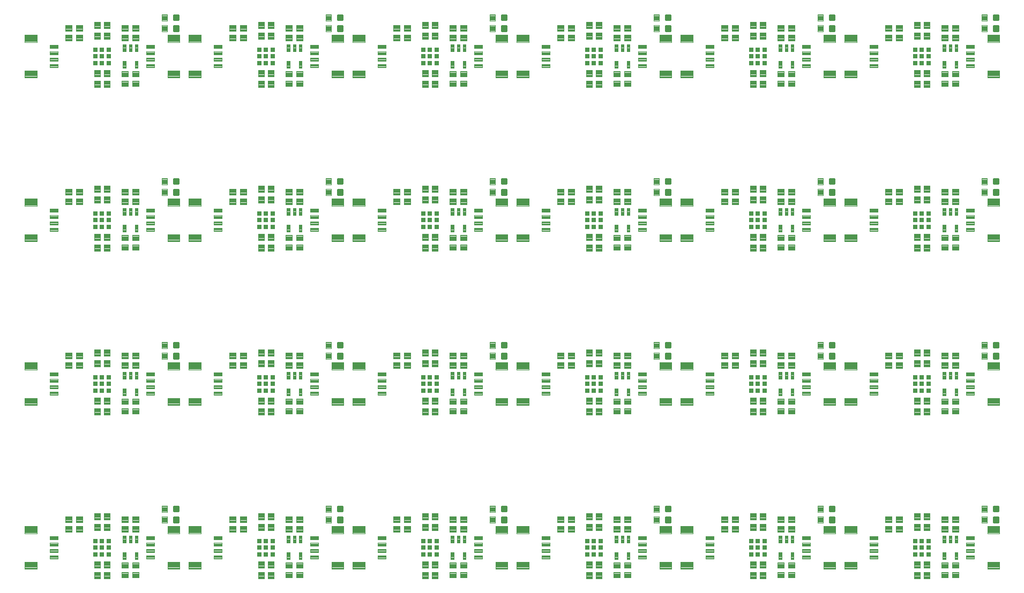
<source format=gtp>
G04 EAGLE Gerber RS-274X export*
G75*
%MOMM*%
%FSLAX34Y34*%
%LPD*%
%INSolderpaste Top*%
%IPPOS*%
%AMOC8*
5,1,8,0,0,1.08239X$1,22.5*%
G01*
%ADD10C,0.100000*%
%ADD11C,0.096000*%
%ADD12C,0.102000*%
%ADD13C,0.300000*%
%ADD14R,0.800000X0.760000*%
%ADD15C,0.099000*%


D10*
X123880Y164140D02*
X123880Y154140D01*
X114880Y154140D01*
X114880Y164140D01*
X123880Y164140D01*
X123880Y155090D02*
X114880Y155090D01*
X114880Y156040D02*
X123880Y156040D01*
X123880Y156990D02*
X114880Y156990D01*
X114880Y157940D02*
X123880Y157940D01*
X123880Y158890D02*
X114880Y158890D01*
X114880Y159840D02*
X123880Y159840D01*
X123880Y160790D02*
X114880Y160790D01*
X114880Y161740D02*
X123880Y161740D01*
X123880Y162690D02*
X114880Y162690D01*
X114880Y163640D02*
X123880Y163640D01*
X123880Y171140D02*
X123880Y181140D01*
X123880Y171140D02*
X114880Y171140D01*
X114880Y181140D01*
X123880Y181140D01*
X123880Y172090D02*
X114880Y172090D01*
X114880Y173040D02*
X123880Y173040D01*
X123880Y173990D02*
X114880Y173990D01*
X114880Y174940D02*
X123880Y174940D01*
X123880Y175890D02*
X114880Y175890D01*
X114880Y176840D02*
X123880Y176840D01*
X123880Y177790D02*
X114880Y177790D01*
X114880Y178740D02*
X123880Y178740D01*
X123880Y179690D02*
X114880Y179690D01*
X114880Y180640D02*
X123880Y180640D01*
X139120Y164140D02*
X139120Y154140D01*
X130120Y154140D01*
X130120Y164140D01*
X139120Y164140D01*
X139120Y155090D02*
X130120Y155090D01*
X130120Y156040D02*
X139120Y156040D01*
X139120Y156990D02*
X130120Y156990D01*
X130120Y157940D02*
X139120Y157940D01*
X139120Y158890D02*
X130120Y158890D01*
X130120Y159840D02*
X139120Y159840D01*
X139120Y160790D02*
X130120Y160790D01*
X130120Y161740D02*
X139120Y161740D01*
X139120Y162690D02*
X130120Y162690D01*
X130120Y163640D02*
X139120Y163640D01*
X139120Y171140D02*
X139120Y181140D01*
X139120Y171140D02*
X130120Y171140D01*
X130120Y181140D01*
X139120Y181140D01*
X139120Y172090D02*
X130120Y172090D01*
X130120Y173040D02*
X139120Y173040D01*
X139120Y173990D02*
X130120Y173990D01*
X130120Y174940D02*
X139120Y174940D01*
X139120Y175890D02*
X130120Y175890D01*
X130120Y176840D02*
X139120Y176840D01*
X139120Y177790D02*
X130120Y177790D01*
X130120Y178740D02*
X139120Y178740D01*
X139120Y179690D02*
X130120Y179690D01*
X130120Y180640D02*
X139120Y180640D01*
D11*
X249216Y104520D02*
X249216Y93480D01*
X230176Y93480D01*
X230176Y104520D01*
X249216Y104520D01*
X249216Y94392D02*
X230176Y94392D01*
X230176Y95304D02*
X249216Y95304D01*
X249216Y96216D02*
X230176Y96216D01*
X230176Y97128D02*
X249216Y97128D01*
X249216Y98040D02*
X230176Y98040D01*
X230176Y98952D02*
X249216Y98952D01*
X249216Y99864D02*
X230176Y99864D01*
X230176Y100776D02*
X249216Y100776D01*
X249216Y101688D02*
X230176Y101688D01*
X230176Y102600D02*
X249216Y102600D01*
X249216Y103512D02*
X230176Y103512D01*
X230176Y104424D02*
X249216Y104424D01*
X249216Y149480D02*
X249216Y160520D01*
X249216Y149480D02*
X230176Y149480D01*
X230176Y160520D01*
X249216Y160520D01*
X249216Y150392D02*
X230176Y150392D01*
X230176Y151304D02*
X249216Y151304D01*
X249216Y152216D02*
X230176Y152216D01*
X230176Y153128D02*
X249216Y153128D01*
X249216Y154040D02*
X230176Y154040D01*
X230176Y154952D02*
X249216Y154952D01*
X249216Y155864D02*
X230176Y155864D01*
X230176Y156776D02*
X249216Y156776D01*
X249216Y157688D02*
X230176Y157688D01*
X230176Y158600D02*
X249216Y158600D01*
X249216Y159512D02*
X230176Y159512D01*
X230176Y160424D02*
X249216Y160424D01*
D12*
X209186Y114490D02*
X209186Y109510D01*
X196706Y109510D01*
X196706Y114490D01*
X209186Y114490D01*
X209186Y110479D02*
X196706Y110479D01*
X196706Y111448D02*
X209186Y111448D01*
X209186Y112417D02*
X196706Y112417D01*
X196706Y113386D02*
X209186Y113386D01*
X209186Y114355D02*
X196706Y114355D01*
X209186Y119510D02*
X209186Y124490D01*
X209186Y119510D02*
X196706Y119510D01*
X196706Y124490D01*
X209186Y124490D01*
X209186Y120479D02*
X196706Y120479D01*
X196706Y121448D02*
X209186Y121448D01*
X209186Y122417D02*
X196706Y122417D01*
X196706Y123386D02*
X209186Y123386D01*
X209186Y124355D02*
X196706Y124355D01*
X209186Y129510D02*
X209186Y134490D01*
X209186Y129510D02*
X196706Y129510D01*
X196706Y134490D01*
X209186Y134490D01*
X209186Y130479D02*
X196706Y130479D01*
X196706Y131448D02*
X209186Y131448D01*
X209186Y132417D02*
X196706Y132417D01*
X196706Y133386D02*
X209186Y133386D01*
X209186Y134355D02*
X196706Y134355D01*
X209186Y139510D02*
X209186Y144490D01*
X209186Y139510D02*
X196706Y139510D01*
X196706Y144490D01*
X209186Y144490D01*
X209186Y140479D02*
X196706Y140479D01*
X196706Y141448D02*
X209186Y141448D01*
X209186Y142417D02*
X196706Y142417D01*
X196706Y143386D02*
X209186Y143386D01*
X209186Y144355D02*
X196706Y144355D01*
D11*
X4530Y149480D02*
X4530Y160520D01*
X23570Y160520D01*
X23570Y149480D01*
X4530Y149480D01*
X4530Y150392D02*
X23570Y150392D01*
X23570Y151304D02*
X4530Y151304D01*
X4530Y152216D02*
X23570Y152216D01*
X23570Y153128D02*
X4530Y153128D01*
X4530Y154040D02*
X23570Y154040D01*
X23570Y154952D02*
X4530Y154952D01*
X4530Y155864D02*
X23570Y155864D01*
X23570Y156776D02*
X4530Y156776D01*
X4530Y157688D02*
X23570Y157688D01*
X23570Y158600D02*
X4530Y158600D01*
X4530Y159512D02*
X23570Y159512D01*
X23570Y160424D02*
X4530Y160424D01*
X4530Y104520D02*
X4530Y93480D01*
X4530Y104520D02*
X23570Y104520D01*
X23570Y93480D01*
X4530Y93480D01*
X4530Y94392D02*
X23570Y94392D01*
X23570Y95304D02*
X4530Y95304D01*
X4530Y96216D02*
X23570Y96216D01*
X23570Y97128D02*
X4530Y97128D01*
X4530Y98040D02*
X23570Y98040D01*
X23570Y98952D02*
X4530Y98952D01*
X4530Y99864D02*
X23570Y99864D01*
X23570Y100776D02*
X4530Y100776D01*
X4530Y101688D02*
X23570Y101688D01*
X23570Y102600D02*
X4530Y102600D01*
X4530Y103512D02*
X23570Y103512D01*
X23570Y104424D02*
X4530Y104424D01*
D12*
X44560Y139510D02*
X44560Y144490D01*
X57040Y144490D01*
X57040Y139510D01*
X44560Y139510D01*
X44560Y140479D02*
X57040Y140479D01*
X57040Y141448D02*
X44560Y141448D01*
X44560Y142417D02*
X57040Y142417D01*
X57040Y143386D02*
X44560Y143386D01*
X44560Y144355D02*
X57040Y144355D01*
X44560Y134490D02*
X44560Y129510D01*
X44560Y134490D02*
X57040Y134490D01*
X57040Y129510D01*
X44560Y129510D01*
X44560Y130479D02*
X57040Y130479D01*
X57040Y131448D02*
X44560Y131448D01*
X44560Y132417D02*
X57040Y132417D01*
X57040Y133386D02*
X44560Y133386D01*
X44560Y134355D02*
X57040Y134355D01*
X44560Y124490D02*
X44560Y119510D01*
X44560Y124490D02*
X57040Y124490D01*
X57040Y119510D01*
X44560Y119510D01*
X44560Y120479D02*
X57040Y120479D01*
X57040Y121448D02*
X44560Y121448D01*
X44560Y122417D02*
X57040Y122417D01*
X57040Y123386D02*
X44560Y123386D01*
X44560Y124355D02*
X57040Y124355D01*
X44560Y114490D02*
X44560Y109510D01*
X44560Y114490D02*
X57040Y114490D01*
X57040Y109510D01*
X44560Y109510D01*
X44560Y110479D02*
X57040Y110479D01*
X57040Y111448D02*
X44560Y111448D01*
X44560Y112417D02*
X57040Y112417D01*
X57040Y113386D02*
X44560Y113386D01*
X44560Y114355D02*
X57040Y114355D01*
D13*
X240594Y184594D02*
X247594Y184594D01*
X240594Y184594D02*
X240594Y191594D01*
X247594Y191594D01*
X247594Y184594D01*
X247594Y187444D02*
X240594Y187444D01*
X240594Y190294D02*
X247594Y190294D01*
X247594Y167054D02*
X240594Y167054D01*
X240594Y174054D01*
X247594Y174054D01*
X247594Y167054D01*
X247594Y169904D02*
X240594Y169904D01*
X240594Y172754D02*
X247594Y172754D01*
D10*
X230052Y176332D02*
X230052Y166332D01*
X221052Y166332D01*
X221052Y176332D01*
X230052Y176332D01*
X230052Y167282D02*
X221052Y167282D01*
X221052Y168232D02*
X230052Y168232D01*
X230052Y169182D02*
X221052Y169182D01*
X221052Y170132D02*
X230052Y170132D01*
X230052Y171082D02*
X221052Y171082D01*
X221052Y172032D02*
X230052Y172032D01*
X230052Y172982D02*
X221052Y172982D01*
X221052Y173932D02*
X230052Y173932D01*
X230052Y174882D02*
X221052Y174882D01*
X221052Y175832D02*
X230052Y175832D01*
X230052Y183332D02*
X230052Y193332D01*
X230052Y183332D02*
X221052Y183332D01*
X221052Y193332D01*
X230052Y193332D01*
X230052Y184282D02*
X221052Y184282D01*
X221052Y185232D02*
X230052Y185232D01*
X230052Y186182D02*
X221052Y186182D01*
X221052Y187132D02*
X230052Y187132D01*
X230052Y188082D02*
X221052Y188082D01*
X221052Y189032D02*
X230052Y189032D01*
X230052Y189982D02*
X221052Y189982D01*
X221052Y190932D02*
X230052Y190932D01*
X230052Y191882D02*
X221052Y191882D01*
X221052Y192832D02*
X230052Y192832D01*
D14*
X116200Y137300D03*
X116200Y126800D03*
X116200Y116300D03*
X126700Y137300D03*
X126700Y126800D03*
X126700Y116300D03*
X137200Y137300D03*
X137200Y126800D03*
X137200Y116300D03*
D15*
X178695Y145506D02*
X183205Y145506D01*
X183205Y134496D01*
X178695Y134496D01*
X178695Y145506D01*
X178695Y135436D02*
X183205Y135436D01*
X183205Y136376D02*
X178695Y136376D01*
X178695Y137316D02*
X183205Y137316D01*
X183205Y138256D02*
X178695Y138256D01*
X178695Y139196D02*
X183205Y139196D01*
X183205Y140136D02*
X178695Y140136D01*
X178695Y141076D02*
X183205Y141076D01*
X183205Y142016D02*
X178695Y142016D01*
X178695Y142956D02*
X183205Y142956D01*
X183205Y143896D02*
X178695Y143896D01*
X178695Y144836D02*
X183205Y144836D01*
X173705Y145506D02*
X169195Y145506D01*
X173705Y145506D02*
X173705Y134496D01*
X169195Y134496D01*
X169195Y145506D01*
X169195Y135436D02*
X173705Y135436D01*
X173705Y136376D02*
X169195Y136376D01*
X169195Y137316D02*
X173705Y137316D01*
X173705Y138256D02*
X169195Y138256D01*
X169195Y139196D02*
X173705Y139196D01*
X173705Y140136D02*
X169195Y140136D01*
X169195Y141076D02*
X173705Y141076D01*
X173705Y142016D02*
X169195Y142016D01*
X169195Y142956D02*
X173705Y142956D01*
X173705Y143896D02*
X169195Y143896D01*
X169195Y144836D02*
X173705Y144836D01*
X164205Y145506D02*
X159695Y145506D01*
X164205Y145506D02*
X164205Y134496D01*
X159695Y134496D01*
X159695Y145506D01*
X159695Y135436D02*
X164205Y135436D01*
X164205Y136376D02*
X159695Y136376D01*
X159695Y137316D02*
X164205Y137316D01*
X164205Y138256D02*
X159695Y138256D01*
X159695Y139196D02*
X164205Y139196D01*
X164205Y140136D02*
X159695Y140136D01*
X159695Y141076D02*
X164205Y141076D01*
X164205Y142016D02*
X159695Y142016D01*
X159695Y142956D02*
X164205Y142956D01*
X164205Y143896D02*
X159695Y143896D01*
X159695Y144836D02*
X164205Y144836D01*
X164205Y119504D02*
X159695Y119504D01*
X164205Y119504D02*
X164205Y108494D01*
X159695Y108494D01*
X159695Y119504D01*
X159695Y109434D02*
X164205Y109434D01*
X164205Y110374D02*
X159695Y110374D01*
X159695Y111314D02*
X164205Y111314D01*
X164205Y112254D02*
X159695Y112254D01*
X159695Y113194D02*
X164205Y113194D01*
X164205Y114134D02*
X159695Y114134D01*
X159695Y115074D02*
X164205Y115074D01*
X164205Y116014D02*
X159695Y116014D01*
X159695Y116954D02*
X164205Y116954D01*
X164205Y117894D02*
X159695Y117894D01*
X159695Y118834D02*
X164205Y118834D01*
X178695Y119504D02*
X183205Y119504D01*
X183205Y108494D01*
X178695Y108494D01*
X178695Y119504D01*
X178695Y109434D02*
X183205Y109434D01*
X183205Y110374D02*
X178695Y110374D01*
X178695Y111314D02*
X183205Y111314D01*
X183205Y112254D02*
X178695Y112254D01*
X178695Y113194D02*
X183205Y113194D01*
X183205Y114134D02*
X178695Y114134D01*
X178695Y115074D02*
X183205Y115074D01*
X183205Y116014D02*
X178695Y116014D01*
X178695Y116954D02*
X183205Y116954D01*
X183205Y117894D02*
X178695Y117894D01*
X178695Y118834D02*
X183205Y118834D01*
D10*
X184950Y160710D02*
X174950Y160710D01*
X184950Y160710D02*
X184950Y151710D01*
X174950Y151710D01*
X174950Y160710D01*
X174950Y152660D02*
X184950Y152660D01*
X184950Y153610D02*
X174950Y153610D01*
X174950Y154560D02*
X184950Y154560D01*
X184950Y155510D02*
X174950Y155510D01*
X174950Y156460D02*
X184950Y156460D01*
X184950Y157410D02*
X174950Y157410D01*
X174950Y158360D02*
X184950Y158360D01*
X184950Y159310D02*
X174950Y159310D01*
X174950Y160260D02*
X184950Y160260D01*
X167950Y160710D02*
X157950Y160710D01*
X167950Y160710D02*
X167950Y151710D01*
X157950Y151710D01*
X157950Y160710D01*
X157950Y152660D02*
X167950Y152660D01*
X167950Y153610D02*
X157950Y153610D01*
X157950Y154560D02*
X167950Y154560D01*
X167950Y155510D02*
X157950Y155510D01*
X157950Y156460D02*
X167950Y156460D01*
X167950Y157410D02*
X157950Y157410D01*
X157950Y158360D02*
X167950Y158360D01*
X167950Y159310D02*
X157950Y159310D01*
X157950Y160260D02*
X167950Y160260D01*
X174950Y103560D02*
X184950Y103560D01*
X184950Y94560D01*
X174950Y94560D01*
X174950Y103560D01*
X174950Y95510D02*
X184950Y95510D01*
X184950Y96460D02*
X174950Y96460D01*
X174950Y97410D02*
X184950Y97410D01*
X184950Y98360D02*
X174950Y98360D01*
X174950Y99310D02*
X184950Y99310D01*
X184950Y100260D02*
X174950Y100260D01*
X174950Y101210D02*
X184950Y101210D01*
X184950Y102160D02*
X174950Y102160D01*
X174950Y103110D02*
X184950Y103110D01*
X167950Y103560D02*
X157950Y103560D01*
X167950Y103560D02*
X167950Y94560D01*
X157950Y94560D01*
X157950Y103560D01*
X157950Y95510D02*
X167950Y95510D01*
X167950Y96460D02*
X157950Y96460D01*
X157950Y97410D02*
X167950Y97410D01*
X167950Y98360D02*
X157950Y98360D01*
X157950Y99310D02*
X167950Y99310D01*
X167950Y100260D02*
X157950Y100260D01*
X157950Y101210D02*
X167950Y101210D01*
X167950Y102160D02*
X157950Y102160D01*
X157950Y103110D02*
X167950Y103110D01*
X167950Y166950D02*
X157950Y166950D01*
X157950Y175950D01*
X167950Y175950D01*
X167950Y166950D01*
X167950Y167900D02*
X157950Y167900D01*
X157950Y168850D02*
X167950Y168850D01*
X167950Y169800D02*
X157950Y169800D01*
X157950Y170750D02*
X167950Y170750D01*
X167950Y171700D02*
X157950Y171700D01*
X157950Y172650D02*
X167950Y172650D01*
X167950Y173600D02*
X157950Y173600D01*
X157950Y174550D02*
X167950Y174550D01*
X167950Y175500D02*
X157950Y175500D01*
X174950Y166950D02*
X184950Y166950D01*
X174950Y166950D02*
X174950Y175950D01*
X184950Y175950D01*
X184950Y166950D01*
X184950Y167900D02*
X174950Y167900D01*
X174950Y168850D02*
X184950Y168850D01*
X184950Y169800D02*
X174950Y169800D01*
X174950Y170750D02*
X184950Y170750D01*
X184950Y171700D02*
X174950Y171700D01*
X174950Y172650D02*
X184950Y172650D01*
X184950Y173600D02*
X174950Y173600D01*
X174950Y174550D02*
X184950Y174550D01*
X184950Y175500D02*
X174950Y175500D01*
X167950Y79320D02*
X157950Y79320D01*
X157950Y88320D01*
X167950Y88320D01*
X167950Y79320D01*
X167950Y80270D02*
X157950Y80270D01*
X157950Y81220D02*
X167950Y81220D01*
X167950Y82170D02*
X157950Y82170D01*
X157950Y83120D02*
X167950Y83120D01*
X167950Y84070D02*
X157950Y84070D01*
X157950Y85020D02*
X167950Y85020D01*
X167950Y85970D02*
X157950Y85970D01*
X157950Y86920D02*
X167950Y86920D01*
X167950Y87870D02*
X157950Y87870D01*
X174950Y79320D02*
X184950Y79320D01*
X174950Y79320D02*
X174950Y88320D01*
X184950Y88320D01*
X184950Y79320D01*
X184950Y80270D02*
X174950Y80270D01*
X174950Y81220D02*
X184950Y81220D01*
X184950Y82170D02*
X174950Y82170D01*
X174950Y83120D02*
X184950Y83120D01*
X184950Y84070D02*
X174950Y84070D01*
X174950Y85020D02*
X184950Y85020D01*
X184950Y85970D02*
X174950Y85970D01*
X174950Y86920D02*
X184950Y86920D01*
X184950Y87870D02*
X174950Y87870D01*
X130120Y94940D02*
X130120Y104940D01*
X139120Y104940D01*
X139120Y94940D01*
X130120Y94940D01*
X130120Y95890D02*
X139120Y95890D01*
X139120Y96840D02*
X130120Y96840D01*
X130120Y97790D02*
X139120Y97790D01*
X139120Y98740D02*
X130120Y98740D01*
X130120Y99690D02*
X139120Y99690D01*
X139120Y100640D02*
X130120Y100640D01*
X130120Y101590D02*
X139120Y101590D01*
X139120Y102540D02*
X130120Y102540D01*
X130120Y103490D02*
X139120Y103490D01*
X139120Y104440D02*
X130120Y104440D01*
X130120Y87940D02*
X130120Y77940D01*
X130120Y87940D02*
X139120Y87940D01*
X139120Y77940D01*
X130120Y77940D01*
X130120Y78890D02*
X139120Y78890D01*
X139120Y79840D02*
X130120Y79840D01*
X130120Y80790D02*
X139120Y80790D01*
X139120Y81740D02*
X130120Y81740D01*
X130120Y82690D02*
X139120Y82690D01*
X139120Y83640D02*
X130120Y83640D01*
X130120Y84590D02*
X139120Y84590D01*
X139120Y85540D02*
X130120Y85540D01*
X130120Y86490D02*
X139120Y86490D01*
X139120Y87440D02*
X130120Y87440D01*
X114880Y94940D02*
X114880Y104940D01*
X123880Y104940D01*
X123880Y94940D01*
X114880Y94940D01*
X114880Y95890D02*
X123880Y95890D01*
X123880Y96840D02*
X114880Y96840D01*
X114880Y97790D02*
X123880Y97790D01*
X123880Y98740D02*
X114880Y98740D01*
X114880Y99690D02*
X123880Y99690D01*
X123880Y100640D02*
X114880Y100640D01*
X114880Y101590D02*
X123880Y101590D01*
X123880Y102540D02*
X114880Y102540D01*
X114880Y103490D02*
X123880Y103490D01*
X123880Y104440D02*
X114880Y104440D01*
X114880Y87940D02*
X114880Y77940D01*
X114880Y87940D02*
X123880Y87940D01*
X123880Y77940D01*
X114880Y77940D01*
X114880Y78890D02*
X123880Y78890D01*
X123880Y79840D02*
X114880Y79840D01*
X114880Y80790D02*
X123880Y80790D01*
X123880Y81740D02*
X114880Y81740D01*
X114880Y82690D02*
X123880Y82690D01*
X123880Y83640D02*
X114880Y83640D01*
X114880Y84590D02*
X123880Y84590D01*
X123880Y85540D02*
X114880Y85540D01*
X114880Y86490D02*
X123880Y86490D01*
X123880Y87440D02*
X114880Y87440D01*
X79050Y166950D02*
X69050Y166950D01*
X69050Y175950D01*
X79050Y175950D01*
X79050Y166950D01*
X79050Y167900D02*
X69050Y167900D01*
X69050Y168850D02*
X79050Y168850D01*
X79050Y169800D02*
X69050Y169800D01*
X69050Y170750D02*
X79050Y170750D01*
X79050Y171700D02*
X69050Y171700D01*
X69050Y172650D02*
X79050Y172650D01*
X79050Y173600D02*
X69050Y173600D01*
X69050Y174550D02*
X79050Y174550D01*
X79050Y175500D02*
X69050Y175500D01*
X86050Y166950D02*
X96050Y166950D01*
X86050Y166950D02*
X86050Y175950D01*
X96050Y175950D01*
X96050Y166950D01*
X96050Y167900D02*
X86050Y167900D01*
X86050Y168850D02*
X96050Y168850D01*
X96050Y169800D02*
X86050Y169800D01*
X86050Y170750D02*
X96050Y170750D01*
X96050Y171700D02*
X86050Y171700D01*
X86050Y172650D02*
X96050Y172650D01*
X96050Y173600D02*
X86050Y173600D01*
X86050Y174550D02*
X96050Y174550D01*
X96050Y175500D02*
X86050Y175500D01*
X86050Y160710D02*
X96050Y160710D01*
X96050Y151710D01*
X86050Y151710D01*
X86050Y160710D01*
X86050Y152660D02*
X96050Y152660D01*
X96050Y153610D02*
X86050Y153610D01*
X86050Y154560D02*
X96050Y154560D01*
X96050Y155510D02*
X86050Y155510D01*
X86050Y156460D02*
X96050Y156460D01*
X96050Y157410D02*
X86050Y157410D01*
X86050Y158360D02*
X96050Y158360D01*
X96050Y159310D02*
X86050Y159310D01*
X86050Y160260D02*
X96050Y160260D01*
X79050Y160710D02*
X69050Y160710D01*
X79050Y160710D02*
X79050Y151710D01*
X69050Y151710D01*
X69050Y160710D01*
X69050Y152660D02*
X79050Y152660D01*
X79050Y153610D02*
X69050Y153610D01*
X69050Y154560D02*
X79050Y154560D01*
X79050Y155510D02*
X69050Y155510D01*
X69050Y156460D02*
X79050Y156460D01*
X79050Y157410D02*
X69050Y157410D01*
X69050Y158360D02*
X79050Y158360D01*
X79050Y159310D02*
X69050Y159310D01*
X69050Y160260D02*
X79050Y160260D01*
X382960Y164140D02*
X382960Y154140D01*
X373960Y154140D01*
X373960Y164140D01*
X382960Y164140D01*
X382960Y155090D02*
X373960Y155090D01*
X373960Y156040D02*
X382960Y156040D01*
X382960Y156990D02*
X373960Y156990D01*
X373960Y157940D02*
X382960Y157940D01*
X382960Y158890D02*
X373960Y158890D01*
X373960Y159840D02*
X382960Y159840D01*
X382960Y160790D02*
X373960Y160790D01*
X373960Y161740D02*
X382960Y161740D01*
X382960Y162690D02*
X373960Y162690D01*
X373960Y163640D02*
X382960Y163640D01*
X382960Y171140D02*
X382960Y181140D01*
X382960Y171140D02*
X373960Y171140D01*
X373960Y181140D01*
X382960Y181140D01*
X382960Y172090D02*
X373960Y172090D01*
X373960Y173040D02*
X382960Y173040D01*
X382960Y173990D02*
X373960Y173990D01*
X373960Y174940D02*
X382960Y174940D01*
X382960Y175890D02*
X373960Y175890D01*
X373960Y176840D02*
X382960Y176840D01*
X382960Y177790D02*
X373960Y177790D01*
X373960Y178740D02*
X382960Y178740D01*
X382960Y179690D02*
X373960Y179690D01*
X373960Y180640D02*
X382960Y180640D01*
X398200Y164140D02*
X398200Y154140D01*
X389200Y154140D01*
X389200Y164140D01*
X398200Y164140D01*
X398200Y155090D02*
X389200Y155090D01*
X389200Y156040D02*
X398200Y156040D01*
X398200Y156990D02*
X389200Y156990D01*
X389200Y157940D02*
X398200Y157940D01*
X398200Y158890D02*
X389200Y158890D01*
X389200Y159840D02*
X398200Y159840D01*
X398200Y160790D02*
X389200Y160790D01*
X389200Y161740D02*
X398200Y161740D01*
X398200Y162690D02*
X389200Y162690D01*
X389200Y163640D02*
X398200Y163640D01*
X398200Y171140D02*
X398200Y181140D01*
X398200Y171140D02*
X389200Y171140D01*
X389200Y181140D01*
X398200Y181140D01*
X398200Y172090D02*
X389200Y172090D01*
X389200Y173040D02*
X398200Y173040D01*
X398200Y173990D02*
X389200Y173990D01*
X389200Y174940D02*
X398200Y174940D01*
X398200Y175890D02*
X389200Y175890D01*
X389200Y176840D02*
X398200Y176840D01*
X398200Y177790D02*
X389200Y177790D01*
X389200Y178740D02*
X398200Y178740D01*
X398200Y179690D02*
X389200Y179690D01*
X389200Y180640D02*
X398200Y180640D01*
D11*
X508296Y104520D02*
X508296Y93480D01*
X489256Y93480D01*
X489256Y104520D01*
X508296Y104520D01*
X508296Y94392D02*
X489256Y94392D01*
X489256Y95304D02*
X508296Y95304D01*
X508296Y96216D02*
X489256Y96216D01*
X489256Y97128D02*
X508296Y97128D01*
X508296Y98040D02*
X489256Y98040D01*
X489256Y98952D02*
X508296Y98952D01*
X508296Y99864D02*
X489256Y99864D01*
X489256Y100776D02*
X508296Y100776D01*
X508296Y101688D02*
X489256Y101688D01*
X489256Y102600D02*
X508296Y102600D01*
X508296Y103512D02*
X489256Y103512D01*
X489256Y104424D02*
X508296Y104424D01*
X508296Y149480D02*
X508296Y160520D01*
X508296Y149480D02*
X489256Y149480D01*
X489256Y160520D01*
X508296Y160520D01*
X508296Y150392D02*
X489256Y150392D01*
X489256Y151304D02*
X508296Y151304D01*
X508296Y152216D02*
X489256Y152216D01*
X489256Y153128D02*
X508296Y153128D01*
X508296Y154040D02*
X489256Y154040D01*
X489256Y154952D02*
X508296Y154952D01*
X508296Y155864D02*
X489256Y155864D01*
X489256Y156776D02*
X508296Y156776D01*
X508296Y157688D02*
X489256Y157688D01*
X489256Y158600D02*
X508296Y158600D01*
X508296Y159512D02*
X489256Y159512D01*
X489256Y160424D02*
X508296Y160424D01*
D12*
X468266Y114490D02*
X468266Y109510D01*
X455786Y109510D01*
X455786Y114490D01*
X468266Y114490D01*
X468266Y110479D02*
X455786Y110479D01*
X455786Y111448D02*
X468266Y111448D01*
X468266Y112417D02*
X455786Y112417D01*
X455786Y113386D02*
X468266Y113386D01*
X468266Y114355D02*
X455786Y114355D01*
X468266Y119510D02*
X468266Y124490D01*
X468266Y119510D02*
X455786Y119510D01*
X455786Y124490D01*
X468266Y124490D01*
X468266Y120479D02*
X455786Y120479D01*
X455786Y121448D02*
X468266Y121448D01*
X468266Y122417D02*
X455786Y122417D01*
X455786Y123386D02*
X468266Y123386D01*
X468266Y124355D02*
X455786Y124355D01*
X468266Y129510D02*
X468266Y134490D01*
X468266Y129510D02*
X455786Y129510D01*
X455786Y134490D01*
X468266Y134490D01*
X468266Y130479D02*
X455786Y130479D01*
X455786Y131448D02*
X468266Y131448D01*
X468266Y132417D02*
X455786Y132417D01*
X455786Y133386D02*
X468266Y133386D01*
X468266Y134355D02*
X455786Y134355D01*
X468266Y139510D02*
X468266Y144490D01*
X468266Y139510D02*
X455786Y139510D01*
X455786Y144490D01*
X468266Y144490D01*
X468266Y140479D02*
X455786Y140479D01*
X455786Y141448D02*
X468266Y141448D01*
X468266Y142417D02*
X455786Y142417D01*
X455786Y143386D02*
X468266Y143386D01*
X468266Y144355D02*
X455786Y144355D01*
D11*
X263610Y149480D02*
X263610Y160520D01*
X282650Y160520D01*
X282650Y149480D01*
X263610Y149480D01*
X263610Y150392D02*
X282650Y150392D01*
X282650Y151304D02*
X263610Y151304D01*
X263610Y152216D02*
X282650Y152216D01*
X282650Y153128D02*
X263610Y153128D01*
X263610Y154040D02*
X282650Y154040D01*
X282650Y154952D02*
X263610Y154952D01*
X263610Y155864D02*
X282650Y155864D01*
X282650Y156776D02*
X263610Y156776D01*
X263610Y157688D02*
X282650Y157688D01*
X282650Y158600D02*
X263610Y158600D01*
X263610Y159512D02*
X282650Y159512D01*
X282650Y160424D02*
X263610Y160424D01*
X263610Y104520D02*
X263610Y93480D01*
X263610Y104520D02*
X282650Y104520D01*
X282650Y93480D01*
X263610Y93480D01*
X263610Y94392D02*
X282650Y94392D01*
X282650Y95304D02*
X263610Y95304D01*
X263610Y96216D02*
X282650Y96216D01*
X282650Y97128D02*
X263610Y97128D01*
X263610Y98040D02*
X282650Y98040D01*
X282650Y98952D02*
X263610Y98952D01*
X263610Y99864D02*
X282650Y99864D01*
X282650Y100776D02*
X263610Y100776D01*
X263610Y101688D02*
X282650Y101688D01*
X282650Y102600D02*
X263610Y102600D01*
X263610Y103512D02*
X282650Y103512D01*
X282650Y104424D02*
X263610Y104424D01*
D12*
X303640Y139510D02*
X303640Y144490D01*
X316120Y144490D01*
X316120Y139510D01*
X303640Y139510D01*
X303640Y140479D02*
X316120Y140479D01*
X316120Y141448D02*
X303640Y141448D01*
X303640Y142417D02*
X316120Y142417D01*
X316120Y143386D02*
X303640Y143386D01*
X303640Y144355D02*
X316120Y144355D01*
X303640Y134490D02*
X303640Y129510D01*
X303640Y134490D02*
X316120Y134490D01*
X316120Y129510D01*
X303640Y129510D01*
X303640Y130479D02*
X316120Y130479D01*
X316120Y131448D02*
X303640Y131448D01*
X303640Y132417D02*
X316120Y132417D01*
X316120Y133386D02*
X303640Y133386D01*
X303640Y134355D02*
X316120Y134355D01*
X303640Y124490D02*
X303640Y119510D01*
X303640Y124490D02*
X316120Y124490D01*
X316120Y119510D01*
X303640Y119510D01*
X303640Y120479D02*
X316120Y120479D01*
X316120Y121448D02*
X303640Y121448D01*
X303640Y122417D02*
X316120Y122417D01*
X316120Y123386D02*
X303640Y123386D01*
X303640Y124355D02*
X316120Y124355D01*
X303640Y114490D02*
X303640Y109510D01*
X303640Y114490D02*
X316120Y114490D01*
X316120Y109510D01*
X303640Y109510D01*
X303640Y110479D02*
X316120Y110479D01*
X316120Y111448D02*
X303640Y111448D01*
X303640Y112417D02*
X316120Y112417D01*
X316120Y113386D02*
X303640Y113386D01*
X303640Y114355D02*
X316120Y114355D01*
D13*
X499674Y184594D02*
X506674Y184594D01*
X499674Y184594D02*
X499674Y191594D01*
X506674Y191594D01*
X506674Y184594D01*
X506674Y187444D02*
X499674Y187444D01*
X499674Y190294D02*
X506674Y190294D01*
X506674Y167054D02*
X499674Y167054D01*
X499674Y174054D01*
X506674Y174054D01*
X506674Y167054D01*
X506674Y169904D02*
X499674Y169904D01*
X499674Y172754D02*
X506674Y172754D01*
D10*
X489132Y176332D02*
X489132Y166332D01*
X480132Y166332D01*
X480132Y176332D01*
X489132Y176332D01*
X489132Y167282D02*
X480132Y167282D01*
X480132Y168232D02*
X489132Y168232D01*
X489132Y169182D02*
X480132Y169182D01*
X480132Y170132D02*
X489132Y170132D01*
X489132Y171082D02*
X480132Y171082D01*
X480132Y172032D02*
X489132Y172032D01*
X489132Y172982D02*
X480132Y172982D01*
X480132Y173932D02*
X489132Y173932D01*
X489132Y174882D02*
X480132Y174882D01*
X480132Y175832D02*
X489132Y175832D01*
X489132Y183332D02*
X489132Y193332D01*
X489132Y183332D02*
X480132Y183332D01*
X480132Y193332D01*
X489132Y193332D01*
X489132Y184282D02*
X480132Y184282D01*
X480132Y185232D02*
X489132Y185232D01*
X489132Y186182D02*
X480132Y186182D01*
X480132Y187132D02*
X489132Y187132D01*
X489132Y188082D02*
X480132Y188082D01*
X480132Y189032D02*
X489132Y189032D01*
X489132Y189982D02*
X480132Y189982D01*
X480132Y190932D02*
X489132Y190932D01*
X489132Y191882D02*
X480132Y191882D01*
X480132Y192832D02*
X489132Y192832D01*
D14*
X375280Y137300D03*
X375280Y126800D03*
X375280Y116300D03*
X385780Y137300D03*
X385780Y126800D03*
X385780Y116300D03*
X396280Y137300D03*
X396280Y126800D03*
X396280Y116300D03*
D15*
X437775Y145506D02*
X442285Y145506D01*
X442285Y134496D01*
X437775Y134496D01*
X437775Y145506D01*
X437775Y135436D02*
X442285Y135436D01*
X442285Y136376D02*
X437775Y136376D01*
X437775Y137316D02*
X442285Y137316D01*
X442285Y138256D02*
X437775Y138256D01*
X437775Y139196D02*
X442285Y139196D01*
X442285Y140136D02*
X437775Y140136D01*
X437775Y141076D02*
X442285Y141076D01*
X442285Y142016D02*
X437775Y142016D01*
X437775Y142956D02*
X442285Y142956D01*
X442285Y143896D02*
X437775Y143896D01*
X437775Y144836D02*
X442285Y144836D01*
X432785Y145506D02*
X428275Y145506D01*
X432785Y145506D02*
X432785Y134496D01*
X428275Y134496D01*
X428275Y145506D01*
X428275Y135436D02*
X432785Y135436D01*
X432785Y136376D02*
X428275Y136376D01*
X428275Y137316D02*
X432785Y137316D01*
X432785Y138256D02*
X428275Y138256D01*
X428275Y139196D02*
X432785Y139196D01*
X432785Y140136D02*
X428275Y140136D01*
X428275Y141076D02*
X432785Y141076D01*
X432785Y142016D02*
X428275Y142016D01*
X428275Y142956D02*
X432785Y142956D01*
X432785Y143896D02*
X428275Y143896D01*
X428275Y144836D02*
X432785Y144836D01*
X423285Y145506D02*
X418775Y145506D01*
X423285Y145506D02*
X423285Y134496D01*
X418775Y134496D01*
X418775Y145506D01*
X418775Y135436D02*
X423285Y135436D01*
X423285Y136376D02*
X418775Y136376D01*
X418775Y137316D02*
X423285Y137316D01*
X423285Y138256D02*
X418775Y138256D01*
X418775Y139196D02*
X423285Y139196D01*
X423285Y140136D02*
X418775Y140136D01*
X418775Y141076D02*
X423285Y141076D01*
X423285Y142016D02*
X418775Y142016D01*
X418775Y142956D02*
X423285Y142956D01*
X423285Y143896D02*
X418775Y143896D01*
X418775Y144836D02*
X423285Y144836D01*
X423285Y119504D02*
X418775Y119504D01*
X423285Y119504D02*
X423285Y108494D01*
X418775Y108494D01*
X418775Y119504D01*
X418775Y109434D02*
X423285Y109434D01*
X423285Y110374D02*
X418775Y110374D01*
X418775Y111314D02*
X423285Y111314D01*
X423285Y112254D02*
X418775Y112254D01*
X418775Y113194D02*
X423285Y113194D01*
X423285Y114134D02*
X418775Y114134D01*
X418775Y115074D02*
X423285Y115074D01*
X423285Y116014D02*
X418775Y116014D01*
X418775Y116954D02*
X423285Y116954D01*
X423285Y117894D02*
X418775Y117894D01*
X418775Y118834D02*
X423285Y118834D01*
X437775Y119504D02*
X442285Y119504D01*
X442285Y108494D01*
X437775Y108494D01*
X437775Y119504D01*
X437775Y109434D02*
X442285Y109434D01*
X442285Y110374D02*
X437775Y110374D01*
X437775Y111314D02*
X442285Y111314D01*
X442285Y112254D02*
X437775Y112254D01*
X437775Y113194D02*
X442285Y113194D01*
X442285Y114134D02*
X437775Y114134D01*
X437775Y115074D02*
X442285Y115074D01*
X442285Y116014D02*
X437775Y116014D01*
X437775Y116954D02*
X442285Y116954D01*
X442285Y117894D02*
X437775Y117894D01*
X437775Y118834D02*
X442285Y118834D01*
D10*
X444030Y160710D02*
X434030Y160710D01*
X444030Y160710D02*
X444030Y151710D01*
X434030Y151710D01*
X434030Y160710D01*
X434030Y152660D02*
X444030Y152660D01*
X444030Y153610D02*
X434030Y153610D01*
X434030Y154560D02*
X444030Y154560D01*
X444030Y155510D02*
X434030Y155510D01*
X434030Y156460D02*
X444030Y156460D01*
X444030Y157410D02*
X434030Y157410D01*
X434030Y158360D02*
X444030Y158360D01*
X444030Y159310D02*
X434030Y159310D01*
X434030Y160260D02*
X444030Y160260D01*
X427030Y160710D02*
X417030Y160710D01*
X427030Y160710D02*
X427030Y151710D01*
X417030Y151710D01*
X417030Y160710D01*
X417030Y152660D02*
X427030Y152660D01*
X427030Y153610D02*
X417030Y153610D01*
X417030Y154560D02*
X427030Y154560D01*
X427030Y155510D02*
X417030Y155510D01*
X417030Y156460D02*
X427030Y156460D01*
X427030Y157410D02*
X417030Y157410D01*
X417030Y158360D02*
X427030Y158360D01*
X427030Y159310D02*
X417030Y159310D01*
X417030Y160260D02*
X427030Y160260D01*
X434030Y103560D02*
X444030Y103560D01*
X444030Y94560D01*
X434030Y94560D01*
X434030Y103560D01*
X434030Y95510D02*
X444030Y95510D01*
X444030Y96460D02*
X434030Y96460D01*
X434030Y97410D02*
X444030Y97410D01*
X444030Y98360D02*
X434030Y98360D01*
X434030Y99310D02*
X444030Y99310D01*
X444030Y100260D02*
X434030Y100260D01*
X434030Y101210D02*
X444030Y101210D01*
X444030Y102160D02*
X434030Y102160D01*
X434030Y103110D02*
X444030Y103110D01*
X427030Y103560D02*
X417030Y103560D01*
X427030Y103560D02*
X427030Y94560D01*
X417030Y94560D01*
X417030Y103560D01*
X417030Y95510D02*
X427030Y95510D01*
X427030Y96460D02*
X417030Y96460D01*
X417030Y97410D02*
X427030Y97410D01*
X427030Y98360D02*
X417030Y98360D01*
X417030Y99310D02*
X427030Y99310D01*
X427030Y100260D02*
X417030Y100260D01*
X417030Y101210D02*
X427030Y101210D01*
X427030Y102160D02*
X417030Y102160D01*
X417030Y103110D02*
X427030Y103110D01*
X427030Y166950D02*
X417030Y166950D01*
X417030Y175950D01*
X427030Y175950D01*
X427030Y166950D01*
X427030Y167900D02*
X417030Y167900D01*
X417030Y168850D02*
X427030Y168850D01*
X427030Y169800D02*
X417030Y169800D01*
X417030Y170750D02*
X427030Y170750D01*
X427030Y171700D02*
X417030Y171700D01*
X417030Y172650D02*
X427030Y172650D01*
X427030Y173600D02*
X417030Y173600D01*
X417030Y174550D02*
X427030Y174550D01*
X427030Y175500D02*
X417030Y175500D01*
X434030Y166950D02*
X444030Y166950D01*
X434030Y166950D02*
X434030Y175950D01*
X444030Y175950D01*
X444030Y166950D01*
X444030Y167900D02*
X434030Y167900D01*
X434030Y168850D02*
X444030Y168850D01*
X444030Y169800D02*
X434030Y169800D01*
X434030Y170750D02*
X444030Y170750D01*
X444030Y171700D02*
X434030Y171700D01*
X434030Y172650D02*
X444030Y172650D01*
X444030Y173600D02*
X434030Y173600D01*
X434030Y174550D02*
X444030Y174550D01*
X444030Y175500D02*
X434030Y175500D01*
X427030Y79320D02*
X417030Y79320D01*
X417030Y88320D01*
X427030Y88320D01*
X427030Y79320D01*
X427030Y80270D02*
X417030Y80270D01*
X417030Y81220D02*
X427030Y81220D01*
X427030Y82170D02*
X417030Y82170D01*
X417030Y83120D02*
X427030Y83120D01*
X427030Y84070D02*
X417030Y84070D01*
X417030Y85020D02*
X427030Y85020D01*
X427030Y85970D02*
X417030Y85970D01*
X417030Y86920D02*
X427030Y86920D01*
X427030Y87870D02*
X417030Y87870D01*
X434030Y79320D02*
X444030Y79320D01*
X434030Y79320D02*
X434030Y88320D01*
X444030Y88320D01*
X444030Y79320D01*
X444030Y80270D02*
X434030Y80270D01*
X434030Y81220D02*
X444030Y81220D01*
X444030Y82170D02*
X434030Y82170D01*
X434030Y83120D02*
X444030Y83120D01*
X444030Y84070D02*
X434030Y84070D01*
X434030Y85020D02*
X444030Y85020D01*
X444030Y85970D02*
X434030Y85970D01*
X434030Y86920D02*
X444030Y86920D01*
X444030Y87870D02*
X434030Y87870D01*
X389200Y94940D02*
X389200Y104940D01*
X398200Y104940D01*
X398200Y94940D01*
X389200Y94940D01*
X389200Y95890D02*
X398200Y95890D01*
X398200Y96840D02*
X389200Y96840D01*
X389200Y97790D02*
X398200Y97790D01*
X398200Y98740D02*
X389200Y98740D01*
X389200Y99690D02*
X398200Y99690D01*
X398200Y100640D02*
X389200Y100640D01*
X389200Y101590D02*
X398200Y101590D01*
X398200Y102540D02*
X389200Y102540D01*
X389200Y103490D02*
X398200Y103490D01*
X398200Y104440D02*
X389200Y104440D01*
X389200Y87940D02*
X389200Y77940D01*
X389200Y87940D02*
X398200Y87940D01*
X398200Y77940D01*
X389200Y77940D01*
X389200Y78890D02*
X398200Y78890D01*
X398200Y79840D02*
X389200Y79840D01*
X389200Y80790D02*
X398200Y80790D01*
X398200Y81740D02*
X389200Y81740D01*
X389200Y82690D02*
X398200Y82690D01*
X398200Y83640D02*
X389200Y83640D01*
X389200Y84590D02*
X398200Y84590D01*
X398200Y85540D02*
X389200Y85540D01*
X389200Y86490D02*
X398200Y86490D01*
X398200Y87440D02*
X389200Y87440D01*
X373960Y94940D02*
X373960Y104940D01*
X382960Y104940D01*
X382960Y94940D01*
X373960Y94940D01*
X373960Y95890D02*
X382960Y95890D01*
X382960Y96840D02*
X373960Y96840D01*
X373960Y97790D02*
X382960Y97790D01*
X382960Y98740D02*
X373960Y98740D01*
X373960Y99690D02*
X382960Y99690D01*
X382960Y100640D02*
X373960Y100640D01*
X373960Y101590D02*
X382960Y101590D01*
X382960Y102540D02*
X373960Y102540D01*
X373960Y103490D02*
X382960Y103490D01*
X382960Y104440D02*
X373960Y104440D01*
X373960Y87940D02*
X373960Y77940D01*
X373960Y87940D02*
X382960Y87940D01*
X382960Y77940D01*
X373960Y77940D01*
X373960Y78890D02*
X382960Y78890D01*
X382960Y79840D02*
X373960Y79840D01*
X373960Y80790D02*
X382960Y80790D01*
X382960Y81740D02*
X373960Y81740D01*
X373960Y82690D02*
X382960Y82690D01*
X382960Y83640D02*
X373960Y83640D01*
X373960Y84590D02*
X382960Y84590D01*
X382960Y85540D02*
X373960Y85540D01*
X373960Y86490D02*
X382960Y86490D01*
X382960Y87440D02*
X373960Y87440D01*
X338130Y166950D02*
X328130Y166950D01*
X328130Y175950D01*
X338130Y175950D01*
X338130Y166950D01*
X338130Y167900D02*
X328130Y167900D01*
X328130Y168850D02*
X338130Y168850D01*
X338130Y169800D02*
X328130Y169800D01*
X328130Y170750D02*
X338130Y170750D01*
X338130Y171700D02*
X328130Y171700D01*
X328130Y172650D02*
X338130Y172650D01*
X338130Y173600D02*
X328130Y173600D01*
X328130Y174550D02*
X338130Y174550D01*
X338130Y175500D02*
X328130Y175500D01*
X345130Y166950D02*
X355130Y166950D01*
X345130Y166950D02*
X345130Y175950D01*
X355130Y175950D01*
X355130Y166950D01*
X355130Y167900D02*
X345130Y167900D01*
X345130Y168850D02*
X355130Y168850D01*
X355130Y169800D02*
X345130Y169800D01*
X345130Y170750D02*
X355130Y170750D01*
X355130Y171700D02*
X345130Y171700D01*
X345130Y172650D02*
X355130Y172650D01*
X355130Y173600D02*
X345130Y173600D01*
X345130Y174550D02*
X355130Y174550D01*
X355130Y175500D02*
X345130Y175500D01*
X345130Y160710D02*
X355130Y160710D01*
X355130Y151710D01*
X345130Y151710D01*
X345130Y160710D01*
X345130Y152660D02*
X355130Y152660D01*
X355130Y153610D02*
X345130Y153610D01*
X345130Y154560D02*
X355130Y154560D01*
X355130Y155510D02*
X345130Y155510D01*
X345130Y156460D02*
X355130Y156460D01*
X355130Y157410D02*
X345130Y157410D01*
X345130Y158360D02*
X355130Y158360D01*
X355130Y159310D02*
X345130Y159310D01*
X345130Y160260D02*
X355130Y160260D01*
X338130Y160710D02*
X328130Y160710D01*
X338130Y160710D02*
X338130Y151710D01*
X328130Y151710D01*
X328130Y160710D01*
X328130Y152660D02*
X338130Y152660D01*
X338130Y153610D02*
X328130Y153610D01*
X328130Y154560D02*
X338130Y154560D01*
X338130Y155510D02*
X328130Y155510D01*
X328130Y156460D02*
X338130Y156460D01*
X338130Y157410D02*
X328130Y157410D01*
X328130Y158360D02*
X338130Y158360D01*
X338130Y159310D02*
X328130Y159310D01*
X328130Y160260D02*
X338130Y160260D01*
X642040Y164140D02*
X642040Y154140D01*
X633040Y154140D01*
X633040Y164140D01*
X642040Y164140D01*
X642040Y155090D02*
X633040Y155090D01*
X633040Y156040D02*
X642040Y156040D01*
X642040Y156990D02*
X633040Y156990D01*
X633040Y157940D02*
X642040Y157940D01*
X642040Y158890D02*
X633040Y158890D01*
X633040Y159840D02*
X642040Y159840D01*
X642040Y160790D02*
X633040Y160790D01*
X633040Y161740D02*
X642040Y161740D01*
X642040Y162690D02*
X633040Y162690D01*
X633040Y163640D02*
X642040Y163640D01*
X642040Y171140D02*
X642040Y181140D01*
X642040Y171140D02*
X633040Y171140D01*
X633040Y181140D01*
X642040Y181140D01*
X642040Y172090D02*
X633040Y172090D01*
X633040Y173040D02*
X642040Y173040D01*
X642040Y173990D02*
X633040Y173990D01*
X633040Y174940D02*
X642040Y174940D01*
X642040Y175890D02*
X633040Y175890D01*
X633040Y176840D02*
X642040Y176840D01*
X642040Y177790D02*
X633040Y177790D01*
X633040Y178740D02*
X642040Y178740D01*
X642040Y179690D02*
X633040Y179690D01*
X633040Y180640D02*
X642040Y180640D01*
X657280Y164140D02*
X657280Y154140D01*
X648280Y154140D01*
X648280Y164140D01*
X657280Y164140D01*
X657280Y155090D02*
X648280Y155090D01*
X648280Y156040D02*
X657280Y156040D01*
X657280Y156990D02*
X648280Y156990D01*
X648280Y157940D02*
X657280Y157940D01*
X657280Y158890D02*
X648280Y158890D01*
X648280Y159840D02*
X657280Y159840D01*
X657280Y160790D02*
X648280Y160790D01*
X648280Y161740D02*
X657280Y161740D01*
X657280Y162690D02*
X648280Y162690D01*
X648280Y163640D02*
X657280Y163640D01*
X657280Y171140D02*
X657280Y181140D01*
X657280Y171140D02*
X648280Y171140D01*
X648280Y181140D01*
X657280Y181140D01*
X657280Y172090D02*
X648280Y172090D01*
X648280Y173040D02*
X657280Y173040D01*
X657280Y173990D02*
X648280Y173990D01*
X648280Y174940D02*
X657280Y174940D01*
X657280Y175890D02*
X648280Y175890D01*
X648280Y176840D02*
X657280Y176840D01*
X657280Y177790D02*
X648280Y177790D01*
X648280Y178740D02*
X657280Y178740D01*
X657280Y179690D02*
X648280Y179690D01*
X648280Y180640D02*
X657280Y180640D01*
D11*
X767376Y104520D02*
X767376Y93480D01*
X748336Y93480D01*
X748336Y104520D01*
X767376Y104520D01*
X767376Y94392D02*
X748336Y94392D01*
X748336Y95304D02*
X767376Y95304D01*
X767376Y96216D02*
X748336Y96216D01*
X748336Y97128D02*
X767376Y97128D01*
X767376Y98040D02*
X748336Y98040D01*
X748336Y98952D02*
X767376Y98952D01*
X767376Y99864D02*
X748336Y99864D01*
X748336Y100776D02*
X767376Y100776D01*
X767376Y101688D02*
X748336Y101688D01*
X748336Y102600D02*
X767376Y102600D01*
X767376Y103512D02*
X748336Y103512D01*
X748336Y104424D02*
X767376Y104424D01*
X767376Y149480D02*
X767376Y160520D01*
X767376Y149480D02*
X748336Y149480D01*
X748336Y160520D01*
X767376Y160520D01*
X767376Y150392D02*
X748336Y150392D01*
X748336Y151304D02*
X767376Y151304D01*
X767376Y152216D02*
X748336Y152216D01*
X748336Y153128D02*
X767376Y153128D01*
X767376Y154040D02*
X748336Y154040D01*
X748336Y154952D02*
X767376Y154952D01*
X767376Y155864D02*
X748336Y155864D01*
X748336Y156776D02*
X767376Y156776D01*
X767376Y157688D02*
X748336Y157688D01*
X748336Y158600D02*
X767376Y158600D01*
X767376Y159512D02*
X748336Y159512D01*
X748336Y160424D02*
X767376Y160424D01*
D12*
X727346Y114490D02*
X727346Y109510D01*
X714866Y109510D01*
X714866Y114490D01*
X727346Y114490D01*
X727346Y110479D02*
X714866Y110479D01*
X714866Y111448D02*
X727346Y111448D01*
X727346Y112417D02*
X714866Y112417D01*
X714866Y113386D02*
X727346Y113386D01*
X727346Y114355D02*
X714866Y114355D01*
X727346Y119510D02*
X727346Y124490D01*
X727346Y119510D02*
X714866Y119510D01*
X714866Y124490D01*
X727346Y124490D01*
X727346Y120479D02*
X714866Y120479D01*
X714866Y121448D02*
X727346Y121448D01*
X727346Y122417D02*
X714866Y122417D01*
X714866Y123386D02*
X727346Y123386D01*
X727346Y124355D02*
X714866Y124355D01*
X727346Y129510D02*
X727346Y134490D01*
X727346Y129510D02*
X714866Y129510D01*
X714866Y134490D01*
X727346Y134490D01*
X727346Y130479D02*
X714866Y130479D01*
X714866Y131448D02*
X727346Y131448D01*
X727346Y132417D02*
X714866Y132417D01*
X714866Y133386D02*
X727346Y133386D01*
X727346Y134355D02*
X714866Y134355D01*
X727346Y139510D02*
X727346Y144490D01*
X727346Y139510D02*
X714866Y139510D01*
X714866Y144490D01*
X727346Y144490D01*
X727346Y140479D02*
X714866Y140479D01*
X714866Y141448D02*
X727346Y141448D01*
X727346Y142417D02*
X714866Y142417D01*
X714866Y143386D02*
X727346Y143386D01*
X727346Y144355D02*
X714866Y144355D01*
D11*
X522690Y149480D02*
X522690Y160520D01*
X541730Y160520D01*
X541730Y149480D01*
X522690Y149480D01*
X522690Y150392D02*
X541730Y150392D01*
X541730Y151304D02*
X522690Y151304D01*
X522690Y152216D02*
X541730Y152216D01*
X541730Y153128D02*
X522690Y153128D01*
X522690Y154040D02*
X541730Y154040D01*
X541730Y154952D02*
X522690Y154952D01*
X522690Y155864D02*
X541730Y155864D01*
X541730Y156776D02*
X522690Y156776D01*
X522690Y157688D02*
X541730Y157688D01*
X541730Y158600D02*
X522690Y158600D01*
X522690Y159512D02*
X541730Y159512D01*
X541730Y160424D02*
X522690Y160424D01*
X522690Y104520D02*
X522690Y93480D01*
X522690Y104520D02*
X541730Y104520D01*
X541730Y93480D01*
X522690Y93480D01*
X522690Y94392D02*
X541730Y94392D01*
X541730Y95304D02*
X522690Y95304D01*
X522690Y96216D02*
X541730Y96216D01*
X541730Y97128D02*
X522690Y97128D01*
X522690Y98040D02*
X541730Y98040D01*
X541730Y98952D02*
X522690Y98952D01*
X522690Y99864D02*
X541730Y99864D01*
X541730Y100776D02*
X522690Y100776D01*
X522690Y101688D02*
X541730Y101688D01*
X541730Y102600D02*
X522690Y102600D01*
X522690Y103512D02*
X541730Y103512D01*
X541730Y104424D02*
X522690Y104424D01*
D12*
X562720Y139510D02*
X562720Y144490D01*
X575200Y144490D01*
X575200Y139510D01*
X562720Y139510D01*
X562720Y140479D02*
X575200Y140479D01*
X575200Y141448D02*
X562720Y141448D01*
X562720Y142417D02*
X575200Y142417D01*
X575200Y143386D02*
X562720Y143386D01*
X562720Y144355D02*
X575200Y144355D01*
X562720Y134490D02*
X562720Y129510D01*
X562720Y134490D02*
X575200Y134490D01*
X575200Y129510D01*
X562720Y129510D01*
X562720Y130479D02*
X575200Y130479D01*
X575200Y131448D02*
X562720Y131448D01*
X562720Y132417D02*
X575200Y132417D01*
X575200Y133386D02*
X562720Y133386D01*
X562720Y134355D02*
X575200Y134355D01*
X562720Y124490D02*
X562720Y119510D01*
X562720Y124490D02*
X575200Y124490D01*
X575200Y119510D01*
X562720Y119510D01*
X562720Y120479D02*
X575200Y120479D01*
X575200Y121448D02*
X562720Y121448D01*
X562720Y122417D02*
X575200Y122417D01*
X575200Y123386D02*
X562720Y123386D01*
X562720Y124355D02*
X575200Y124355D01*
X562720Y114490D02*
X562720Y109510D01*
X562720Y114490D02*
X575200Y114490D01*
X575200Y109510D01*
X562720Y109510D01*
X562720Y110479D02*
X575200Y110479D01*
X575200Y111448D02*
X562720Y111448D01*
X562720Y112417D02*
X575200Y112417D01*
X575200Y113386D02*
X562720Y113386D01*
X562720Y114355D02*
X575200Y114355D01*
D13*
X758754Y184594D02*
X765754Y184594D01*
X758754Y184594D02*
X758754Y191594D01*
X765754Y191594D01*
X765754Y184594D01*
X765754Y187444D02*
X758754Y187444D01*
X758754Y190294D02*
X765754Y190294D01*
X765754Y167054D02*
X758754Y167054D01*
X758754Y174054D01*
X765754Y174054D01*
X765754Y167054D01*
X765754Y169904D02*
X758754Y169904D01*
X758754Y172754D02*
X765754Y172754D01*
D10*
X748212Y176332D02*
X748212Y166332D01*
X739212Y166332D01*
X739212Y176332D01*
X748212Y176332D01*
X748212Y167282D02*
X739212Y167282D01*
X739212Y168232D02*
X748212Y168232D01*
X748212Y169182D02*
X739212Y169182D01*
X739212Y170132D02*
X748212Y170132D01*
X748212Y171082D02*
X739212Y171082D01*
X739212Y172032D02*
X748212Y172032D01*
X748212Y172982D02*
X739212Y172982D01*
X739212Y173932D02*
X748212Y173932D01*
X748212Y174882D02*
X739212Y174882D01*
X739212Y175832D02*
X748212Y175832D01*
X748212Y183332D02*
X748212Y193332D01*
X748212Y183332D02*
X739212Y183332D01*
X739212Y193332D01*
X748212Y193332D01*
X748212Y184282D02*
X739212Y184282D01*
X739212Y185232D02*
X748212Y185232D01*
X748212Y186182D02*
X739212Y186182D01*
X739212Y187132D02*
X748212Y187132D01*
X748212Y188082D02*
X739212Y188082D01*
X739212Y189032D02*
X748212Y189032D01*
X748212Y189982D02*
X739212Y189982D01*
X739212Y190932D02*
X748212Y190932D01*
X748212Y191882D02*
X739212Y191882D01*
X739212Y192832D02*
X748212Y192832D01*
D14*
X634360Y137300D03*
X634360Y126800D03*
X634360Y116300D03*
X644860Y137300D03*
X644860Y126800D03*
X644860Y116300D03*
X655360Y137300D03*
X655360Y126800D03*
X655360Y116300D03*
D15*
X696855Y145506D02*
X701365Y145506D01*
X701365Y134496D01*
X696855Y134496D01*
X696855Y145506D01*
X696855Y135436D02*
X701365Y135436D01*
X701365Y136376D02*
X696855Y136376D01*
X696855Y137316D02*
X701365Y137316D01*
X701365Y138256D02*
X696855Y138256D01*
X696855Y139196D02*
X701365Y139196D01*
X701365Y140136D02*
X696855Y140136D01*
X696855Y141076D02*
X701365Y141076D01*
X701365Y142016D02*
X696855Y142016D01*
X696855Y142956D02*
X701365Y142956D01*
X701365Y143896D02*
X696855Y143896D01*
X696855Y144836D02*
X701365Y144836D01*
X691865Y145506D02*
X687355Y145506D01*
X691865Y145506D02*
X691865Y134496D01*
X687355Y134496D01*
X687355Y145506D01*
X687355Y135436D02*
X691865Y135436D01*
X691865Y136376D02*
X687355Y136376D01*
X687355Y137316D02*
X691865Y137316D01*
X691865Y138256D02*
X687355Y138256D01*
X687355Y139196D02*
X691865Y139196D01*
X691865Y140136D02*
X687355Y140136D01*
X687355Y141076D02*
X691865Y141076D01*
X691865Y142016D02*
X687355Y142016D01*
X687355Y142956D02*
X691865Y142956D01*
X691865Y143896D02*
X687355Y143896D01*
X687355Y144836D02*
X691865Y144836D01*
X682365Y145506D02*
X677855Y145506D01*
X682365Y145506D02*
X682365Y134496D01*
X677855Y134496D01*
X677855Y145506D01*
X677855Y135436D02*
X682365Y135436D01*
X682365Y136376D02*
X677855Y136376D01*
X677855Y137316D02*
X682365Y137316D01*
X682365Y138256D02*
X677855Y138256D01*
X677855Y139196D02*
X682365Y139196D01*
X682365Y140136D02*
X677855Y140136D01*
X677855Y141076D02*
X682365Y141076D01*
X682365Y142016D02*
X677855Y142016D01*
X677855Y142956D02*
X682365Y142956D01*
X682365Y143896D02*
X677855Y143896D01*
X677855Y144836D02*
X682365Y144836D01*
X682365Y119504D02*
X677855Y119504D01*
X682365Y119504D02*
X682365Y108494D01*
X677855Y108494D01*
X677855Y119504D01*
X677855Y109434D02*
X682365Y109434D01*
X682365Y110374D02*
X677855Y110374D01*
X677855Y111314D02*
X682365Y111314D01*
X682365Y112254D02*
X677855Y112254D01*
X677855Y113194D02*
X682365Y113194D01*
X682365Y114134D02*
X677855Y114134D01*
X677855Y115074D02*
X682365Y115074D01*
X682365Y116014D02*
X677855Y116014D01*
X677855Y116954D02*
X682365Y116954D01*
X682365Y117894D02*
X677855Y117894D01*
X677855Y118834D02*
X682365Y118834D01*
X696855Y119504D02*
X701365Y119504D01*
X701365Y108494D01*
X696855Y108494D01*
X696855Y119504D01*
X696855Y109434D02*
X701365Y109434D01*
X701365Y110374D02*
X696855Y110374D01*
X696855Y111314D02*
X701365Y111314D01*
X701365Y112254D02*
X696855Y112254D01*
X696855Y113194D02*
X701365Y113194D01*
X701365Y114134D02*
X696855Y114134D01*
X696855Y115074D02*
X701365Y115074D01*
X701365Y116014D02*
X696855Y116014D01*
X696855Y116954D02*
X701365Y116954D01*
X701365Y117894D02*
X696855Y117894D01*
X696855Y118834D02*
X701365Y118834D01*
D10*
X703110Y160710D02*
X693110Y160710D01*
X703110Y160710D02*
X703110Y151710D01*
X693110Y151710D01*
X693110Y160710D01*
X693110Y152660D02*
X703110Y152660D01*
X703110Y153610D02*
X693110Y153610D01*
X693110Y154560D02*
X703110Y154560D01*
X703110Y155510D02*
X693110Y155510D01*
X693110Y156460D02*
X703110Y156460D01*
X703110Y157410D02*
X693110Y157410D01*
X693110Y158360D02*
X703110Y158360D01*
X703110Y159310D02*
X693110Y159310D01*
X693110Y160260D02*
X703110Y160260D01*
X686110Y160710D02*
X676110Y160710D01*
X686110Y160710D02*
X686110Y151710D01*
X676110Y151710D01*
X676110Y160710D01*
X676110Y152660D02*
X686110Y152660D01*
X686110Y153610D02*
X676110Y153610D01*
X676110Y154560D02*
X686110Y154560D01*
X686110Y155510D02*
X676110Y155510D01*
X676110Y156460D02*
X686110Y156460D01*
X686110Y157410D02*
X676110Y157410D01*
X676110Y158360D02*
X686110Y158360D01*
X686110Y159310D02*
X676110Y159310D01*
X676110Y160260D02*
X686110Y160260D01*
X693110Y103560D02*
X703110Y103560D01*
X703110Y94560D01*
X693110Y94560D01*
X693110Y103560D01*
X693110Y95510D02*
X703110Y95510D01*
X703110Y96460D02*
X693110Y96460D01*
X693110Y97410D02*
X703110Y97410D01*
X703110Y98360D02*
X693110Y98360D01*
X693110Y99310D02*
X703110Y99310D01*
X703110Y100260D02*
X693110Y100260D01*
X693110Y101210D02*
X703110Y101210D01*
X703110Y102160D02*
X693110Y102160D01*
X693110Y103110D02*
X703110Y103110D01*
X686110Y103560D02*
X676110Y103560D01*
X686110Y103560D02*
X686110Y94560D01*
X676110Y94560D01*
X676110Y103560D01*
X676110Y95510D02*
X686110Y95510D01*
X686110Y96460D02*
X676110Y96460D01*
X676110Y97410D02*
X686110Y97410D01*
X686110Y98360D02*
X676110Y98360D01*
X676110Y99310D02*
X686110Y99310D01*
X686110Y100260D02*
X676110Y100260D01*
X676110Y101210D02*
X686110Y101210D01*
X686110Y102160D02*
X676110Y102160D01*
X676110Y103110D02*
X686110Y103110D01*
X686110Y166950D02*
X676110Y166950D01*
X676110Y175950D01*
X686110Y175950D01*
X686110Y166950D01*
X686110Y167900D02*
X676110Y167900D01*
X676110Y168850D02*
X686110Y168850D01*
X686110Y169800D02*
X676110Y169800D01*
X676110Y170750D02*
X686110Y170750D01*
X686110Y171700D02*
X676110Y171700D01*
X676110Y172650D02*
X686110Y172650D01*
X686110Y173600D02*
X676110Y173600D01*
X676110Y174550D02*
X686110Y174550D01*
X686110Y175500D02*
X676110Y175500D01*
X693110Y166950D02*
X703110Y166950D01*
X693110Y166950D02*
X693110Y175950D01*
X703110Y175950D01*
X703110Y166950D01*
X703110Y167900D02*
X693110Y167900D01*
X693110Y168850D02*
X703110Y168850D01*
X703110Y169800D02*
X693110Y169800D01*
X693110Y170750D02*
X703110Y170750D01*
X703110Y171700D02*
X693110Y171700D01*
X693110Y172650D02*
X703110Y172650D01*
X703110Y173600D02*
X693110Y173600D01*
X693110Y174550D02*
X703110Y174550D01*
X703110Y175500D02*
X693110Y175500D01*
X686110Y79320D02*
X676110Y79320D01*
X676110Y88320D01*
X686110Y88320D01*
X686110Y79320D01*
X686110Y80270D02*
X676110Y80270D01*
X676110Y81220D02*
X686110Y81220D01*
X686110Y82170D02*
X676110Y82170D01*
X676110Y83120D02*
X686110Y83120D01*
X686110Y84070D02*
X676110Y84070D01*
X676110Y85020D02*
X686110Y85020D01*
X686110Y85970D02*
X676110Y85970D01*
X676110Y86920D02*
X686110Y86920D01*
X686110Y87870D02*
X676110Y87870D01*
X693110Y79320D02*
X703110Y79320D01*
X693110Y79320D02*
X693110Y88320D01*
X703110Y88320D01*
X703110Y79320D01*
X703110Y80270D02*
X693110Y80270D01*
X693110Y81220D02*
X703110Y81220D01*
X703110Y82170D02*
X693110Y82170D01*
X693110Y83120D02*
X703110Y83120D01*
X703110Y84070D02*
X693110Y84070D01*
X693110Y85020D02*
X703110Y85020D01*
X703110Y85970D02*
X693110Y85970D01*
X693110Y86920D02*
X703110Y86920D01*
X703110Y87870D02*
X693110Y87870D01*
X648280Y94940D02*
X648280Y104940D01*
X657280Y104940D01*
X657280Y94940D01*
X648280Y94940D01*
X648280Y95890D02*
X657280Y95890D01*
X657280Y96840D02*
X648280Y96840D01*
X648280Y97790D02*
X657280Y97790D01*
X657280Y98740D02*
X648280Y98740D01*
X648280Y99690D02*
X657280Y99690D01*
X657280Y100640D02*
X648280Y100640D01*
X648280Y101590D02*
X657280Y101590D01*
X657280Y102540D02*
X648280Y102540D01*
X648280Y103490D02*
X657280Y103490D01*
X657280Y104440D02*
X648280Y104440D01*
X648280Y87940D02*
X648280Y77940D01*
X648280Y87940D02*
X657280Y87940D01*
X657280Y77940D01*
X648280Y77940D01*
X648280Y78890D02*
X657280Y78890D01*
X657280Y79840D02*
X648280Y79840D01*
X648280Y80790D02*
X657280Y80790D01*
X657280Y81740D02*
X648280Y81740D01*
X648280Y82690D02*
X657280Y82690D01*
X657280Y83640D02*
X648280Y83640D01*
X648280Y84590D02*
X657280Y84590D01*
X657280Y85540D02*
X648280Y85540D01*
X648280Y86490D02*
X657280Y86490D01*
X657280Y87440D02*
X648280Y87440D01*
X633040Y94940D02*
X633040Y104940D01*
X642040Y104940D01*
X642040Y94940D01*
X633040Y94940D01*
X633040Y95890D02*
X642040Y95890D01*
X642040Y96840D02*
X633040Y96840D01*
X633040Y97790D02*
X642040Y97790D01*
X642040Y98740D02*
X633040Y98740D01*
X633040Y99690D02*
X642040Y99690D01*
X642040Y100640D02*
X633040Y100640D01*
X633040Y101590D02*
X642040Y101590D01*
X642040Y102540D02*
X633040Y102540D01*
X633040Y103490D02*
X642040Y103490D01*
X642040Y104440D02*
X633040Y104440D01*
X633040Y87940D02*
X633040Y77940D01*
X633040Y87940D02*
X642040Y87940D01*
X642040Y77940D01*
X633040Y77940D01*
X633040Y78890D02*
X642040Y78890D01*
X642040Y79840D02*
X633040Y79840D01*
X633040Y80790D02*
X642040Y80790D01*
X642040Y81740D02*
X633040Y81740D01*
X633040Y82690D02*
X642040Y82690D01*
X642040Y83640D02*
X633040Y83640D01*
X633040Y84590D02*
X642040Y84590D01*
X642040Y85540D02*
X633040Y85540D01*
X633040Y86490D02*
X642040Y86490D01*
X642040Y87440D02*
X633040Y87440D01*
X597210Y166950D02*
X587210Y166950D01*
X587210Y175950D01*
X597210Y175950D01*
X597210Y166950D01*
X597210Y167900D02*
X587210Y167900D01*
X587210Y168850D02*
X597210Y168850D01*
X597210Y169800D02*
X587210Y169800D01*
X587210Y170750D02*
X597210Y170750D01*
X597210Y171700D02*
X587210Y171700D01*
X587210Y172650D02*
X597210Y172650D01*
X597210Y173600D02*
X587210Y173600D01*
X587210Y174550D02*
X597210Y174550D01*
X597210Y175500D02*
X587210Y175500D01*
X604210Y166950D02*
X614210Y166950D01*
X604210Y166950D02*
X604210Y175950D01*
X614210Y175950D01*
X614210Y166950D01*
X614210Y167900D02*
X604210Y167900D01*
X604210Y168850D02*
X614210Y168850D01*
X614210Y169800D02*
X604210Y169800D01*
X604210Y170750D02*
X614210Y170750D01*
X614210Y171700D02*
X604210Y171700D01*
X604210Y172650D02*
X614210Y172650D01*
X614210Y173600D02*
X604210Y173600D01*
X604210Y174550D02*
X614210Y174550D01*
X614210Y175500D02*
X604210Y175500D01*
X604210Y160710D02*
X614210Y160710D01*
X614210Y151710D01*
X604210Y151710D01*
X604210Y160710D01*
X604210Y152660D02*
X614210Y152660D01*
X614210Y153610D02*
X604210Y153610D01*
X604210Y154560D02*
X614210Y154560D01*
X614210Y155510D02*
X604210Y155510D01*
X604210Y156460D02*
X614210Y156460D01*
X614210Y157410D02*
X604210Y157410D01*
X604210Y158360D02*
X614210Y158360D01*
X614210Y159310D02*
X604210Y159310D01*
X604210Y160260D02*
X614210Y160260D01*
X597210Y160710D02*
X587210Y160710D01*
X597210Y160710D02*
X597210Y151710D01*
X587210Y151710D01*
X587210Y160710D01*
X587210Y152660D02*
X597210Y152660D01*
X597210Y153610D02*
X587210Y153610D01*
X587210Y154560D02*
X597210Y154560D01*
X597210Y155510D02*
X587210Y155510D01*
X587210Y156460D02*
X597210Y156460D01*
X597210Y157410D02*
X587210Y157410D01*
X587210Y158360D02*
X597210Y158360D01*
X597210Y159310D02*
X587210Y159310D01*
X587210Y160260D02*
X597210Y160260D01*
X901120Y164140D02*
X901120Y154140D01*
X892120Y154140D01*
X892120Y164140D01*
X901120Y164140D01*
X901120Y155090D02*
X892120Y155090D01*
X892120Y156040D02*
X901120Y156040D01*
X901120Y156990D02*
X892120Y156990D01*
X892120Y157940D02*
X901120Y157940D01*
X901120Y158890D02*
X892120Y158890D01*
X892120Y159840D02*
X901120Y159840D01*
X901120Y160790D02*
X892120Y160790D01*
X892120Y161740D02*
X901120Y161740D01*
X901120Y162690D02*
X892120Y162690D01*
X892120Y163640D02*
X901120Y163640D01*
X901120Y171140D02*
X901120Y181140D01*
X901120Y171140D02*
X892120Y171140D01*
X892120Y181140D01*
X901120Y181140D01*
X901120Y172090D02*
X892120Y172090D01*
X892120Y173040D02*
X901120Y173040D01*
X901120Y173990D02*
X892120Y173990D01*
X892120Y174940D02*
X901120Y174940D01*
X901120Y175890D02*
X892120Y175890D01*
X892120Y176840D02*
X901120Y176840D01*
X901120Y177790D02*
X892120Y177790D01*
X892120Y178740D02*
X901120Y178740D01*
X901120Y179690D02*
X892120Y179690D01*
X892120Y180640D02*
X901120Y180640D01*
X916360Y164140D02*
X916360Y154140D01*
X907360Y154140D01*
X907360Y164140D01*
X916360Y164140D01*
X916360Y155090D02*
X907360Y155090D01*
X907360Y156040D02*
X916360Y156040D01*
X916360Y156990D02*
X907360Y156990D01*
X907360Y157940D02*
X916360Y157940D01*
X916360Y158890D02*
X907360Y158890D01*
X907360Y159840D02*
X916360Y159840D01*
X916360Y160790D02*
X907360Y160790D01*
X907360Y161740D02*
X916360Y161740D01*
X916360Y162690D02*
X907360Y162690D01*
X907360Y163640D02*
X916360Y163640D01*
X916360Y171140D02*
X916360Y181140D01*
X916360Y171140D02*
X907360Y171140D01*
X907360Y181140D01*
X916360Y181140D01*
X916360Y172090D02*
X907360Y172090D01*
X907360Y173040D02*
X916360Y173040D01*
X916360Y173990D02*
X907360Y173990D01*
X907360Y174940D02*
X916360Y174940D01*
X916360Y175890D02*
X907360Y175890D01*
X907360Y176840D02*
X916360Y176840D01*
X916360Y177790D02*
X907360Y177790D01*
X907360Y178740D02*
X916360Y178740D01*
X916360Y179690D02*
X907360Y179690D01*
X907360Y180640D02*
X916360Y180640D01*
D11*
X1026456Y104520D02*
X1026456Y93480D01*
X1007416Y93480D01*
X1007416Y104520D01*
X1026456Y104520D01*
X1026456Y94392D02*
X1007416Y94392D01*
X1007416Y95304D02*
X1026456Y95304D01*
X1026456Y96216D02*
X1007416Y96216D01*
X1007416Y97128D02*
X1026456Y97128D01*
X1026456Y98040D02*
X1007416Y98040D01*
X1007416Y98952D02*
X1026456Y98952D01*
X1026456Y99864D02*
X1007416Y99864D01*
X1007416Y100776D02*
X1026456Y100776D01*
X1026456Y101688D02*
X1007416Y101688D01*
X1007416Y102600D02*
X1026456Y102600D01*
X1026456Y103512D02*
X1007416Y103512D01*
X1007416Y104424D02*
X1026456Y104424D01*
X1026456Y149480D02*
X1026456Y160520D01*
X1026456Y149480D02*
X1007416Y149480D01*
X1007416Y160520D01*
X1026456Y160520D01*
X1026456Y150392D02*
X1007416Y150392D01*
X1007416Y151304D02*
X1026456Y151304D01*
X1026456Y152216D02*
X1007416Y152216D01*
X1007416Y153128D02*
X1026456Y153128D01*
X1026456Y154040D02*
X1007416Y154040D01*
X1007416Y154952D02*
X1026456Y154952D01*
X1026456Y155864D02*
X1007416Y155864D01*
X1007416Y156776D02*
X1026456Y156776D01*
X1026456Y157688D02*
X1007416Y157688D01*
X1007416Y158600D02*
X1026456Y158600D01*
X1026456Y159512D02*
X1007416Y159512D01*
X1007416Y160424D02*
X1026456Y160424D01*
D12*
X986426Y114490D02*
X986426Y109510D01*
X973946Y109510D01*
X973946Y114490D01*
X986426Y114490D01*
X986426Y110479D02*
X973946Y110479D01*
X973946Y111448D02*
X986426Y111448D01*
X986426Y112417D02*
X973946Y112417D01*
X973946Y113386D02*
X986426Y113386D01*
X986426Y114355D02*
X973946Y114355D01*
X986426Y119510D02*
X986426Y124490D01*
X986426Y119510D02*
X973946Y119510D01*
X973946Y124490D01*
X986426Y124490D01*
X986426Y120479D02*
X973946Y120479D01*
X973946Y121448D02*
X986426Y121448D01*
X986426Y122417D02*
X973946Y122417D01*
X973946Y123386D02*
X986426Y123386D01*
X986426Y124355D02*
X973946Y124355D01*
X986426Y129510D02*
X986426Y134490D01*
X986426Y129510D02*
X973946Y129510D01*
X973946Y134490D01*
X986426Y134490D01*
X986426Y130479D02*
X973946Y130479D01*
X973946Y131448D02*
X986426Y131448D01*
X986426Y132417D02*
X973946Y132417D01*
X973946Y133386D02*
X986426Y133386D01*
X986426Y134355D02*
X973946Y134355D01*
X986426Y139510D02*
X986426Y144490D01*
X986426Y139510D02*
X973946Y139510D01*
X973946Y144490D01*
X986426Y144490D01*
X986426Y140479D02*
X973946Y140479D01*
X973946Y141448D02*
X986426Y141448D01*
X986426Y142417D02*
X973946Y142417D01*
X973946Y143386D02*
X986426Y143386D01*
X986426Y144355D02*
X973946Y144355D01*
D11*
X781770Y149480D02*
X781770Y160520D01*
X800810Y160520D01*
X800810Y149480D01*
X781770Y149480D01*
X781770Y150392D02*
X800810Y150392D01*
X800810Y151304D02*
X781770Y151304D01*
X781770Y152216D02*
X800810Y152216D01*
X800810Y153128D02*
X781770Y153128D01*
X781770Y154040D02*
X800810Y154040D01*
X800810Y154952D02*
X781770Y154952D01*
X781770Y155864D02*
X800810Y155864D01*
X800810Y156776D02*
X781770Y156776D01*
X781770Y157688D02*
X800810Y157688D01*
X800810Y158600D02*
X781770Y158600D01*
X781770Y159512D02*
X800810Y159512D01*
X800810Y160424D02*
X781770Y160424D01*
X781770Y104520D02*
X781770Y93480D01*
X781770Y104520D02*
X800810Y104520D01*
X800810Y93480D01*
X781770Y93480D01*
X781770Y94392D02*
X800810Y94392D01*
X800810Y95304D02*
X781770Y95304D01*
X781770Y96216D02*
X800810Y96216D01*
X800810Y97128D02*
X781770Y97128D01*
X781770Y98040D02*
X800810Y98040D01*
X800810Y98952D02*
X781770Y98952D01*
X781770Y99864D02*
X800810Y99864D01*
X800810Y100776D02*
X781770Y100776D01*
X781770Y101688D02*
X800810Y101688D01*
X800810Y102600D02*
X781770Y102600D01*
X781770Y103512D02*
X800810Y103512D01*
X800810Y104424D02*
X781770Y104424D01*
D12*
X821800Y139510D02*
X821800Y144490D01*
X834280Y144490D01*
X834280Y139510D01*
X821800Y139510D01*
X821800Y140479D02*
X834280Y140479D01*
X834280Y141448D02*
X821800Y141448D01*
X821800Y142417D02*
X834280Y142417D01*
X834280Y143386D02*
X821800Y143386D01*
X821800Y144355D02*
X834280Y144355D01*
X821800Y134490D02*
X821800Y129510D01*
X821800Y134490D02*
X834280Y134490D01*
X834280Y129510D01*
X821800Y129510D01*
X821800Y130479D02*
X834280Y130479D01*
X834280Y131448D02*
X821800Y131448D01*
X821800Y132417D02*
X834280Y132417D01*
X834280Y133386D02*
X821800Y133386D01*
X821800Y134355D02*
X834280Y134355D01*
X821800Y124490D02*
X821800Y119510D01*
X821800Y124490D02*
X834280Y124490D01*
X834280Y119510D01*
X821800Y119510D01*
X821800Y120479D02*
X834280Y120479D01*
X834280Y121448D02*
X821800Y121448D01*
X821800Y122417D02*
X834280Y122417D01*
X834280Y123386D02*
X821800Y123386D01*
X821800Y124355D02*
X834280Y124355D01*
X821800Y114490D02*
X821800Y109510D01*
X821800Y114490D02*
X834280Y114490D01*
X834280Y109510D01*
X821800Y109510D01*
X821800Y110479D02*
X834280Y110479D01*
X834280Y111448D02*
X821800Y111448D01*
X821800Y112417D02*
X834280Y112417D01*
X834280Y113386D02*
X821800Y113386D01*
X821800Y114355D02*
X834280Y114355D01*
D13*
X1017834Y184594D02*
X1024834Y184594D01*
X1017834Y184594D02*
X1017834Y191594D01*
X1024834Y191594D01*
X1024834Y184594D01*
X1024834Y187444D02*
X1017834Y187444D01*
X1017834Y190294D02*
X1024834Y190294D01*
X1024834Y167054D02*
X1017834Y167054D01*
X1017834Y174054D01*
X1024834Y174054D01*
X1024834Y167054D01*
X1024834Y169904D02*
X1017834Y169904D01*
X1017834Y172754D02*
X1024834Y172754D01*
D10*
X1007292Y176332D02*
X1007292Y166332D01*
X998292Y166332D01*
X998292Y176332D01*
X1007292Y176332D01*
X1007292Y167282D02*
X998292Y167282D01*
X998292Y168232D02*
X1007292Y168232D01*
X1007292Y169182D02*
X998292Y169182D01*
X998292Y170132D02*
X1007292Y170132D01*
X1007292Y171082D02*
X998292Y171082D01*
X998292Y172032D02*
X1007292Y172032D01*
X1007292Y172982D02*
X998292Y172982D01*
X998292Y173932D02*
X1007292Y173932D01*
X1007292Y174882D02*
X998292Y174882D01*
X998292Y175832D02*
X1007292Y175832D01*
X1007292Y183332D02*
X1007292Y193332D01*
X1007292Y183332D02*
X998292Y183332D01*
X998292Y193332D01*
X1007292Y193332D01*
X1007292Y184282D02*
X998292Y184282D01*
X998292Y185232D02*
X1007292Y185232D01*
X1007292Y186182D02*
X998292Y186182D01*
X998292Y187132D02*
X1007292Y187132D01*
X1007292Y188082D02*
X998292Y188082D01*
X998292Y189032D02*
X1007292Y189032D01*
X1007292Y189982D02*
X998292Y189982D01*
X998292Y190932D02*
X1007292Y190932D01*
X1007292Y191882D02*
X998292Y191882D01*
X998292Y192832D02*
X1007292Y192832D01*
D14*
X893440Y137300D03*
X893440Y126800D03*
X893440Y116300D03*
X903940Y137300D03*
X903940Y126800D03*
X903940Y116300D03*
X914440Y137300D03*
X914440Y126800D03*
X914440Y116300D03*
D15*
X955935Y145506D02*
X960445Y145506D01*
X960445Y134496D01*
X955935Y134496D01*
X955935Y145506D01*
X955935Y135436D02*
X960445Y135436D01*
X960445Y136376D02*
X955935Y136376D01*
X955935Y137316D02*
X960445Y137316D01*
X960445Y138256D02*
X955935Y138256D01*
X955935Y139196D02*
X960445Y139196D01*
X960445Y140136D02*
X955935Y140136D01*
X955935Y141076D02*
X960445Y141076D01*
X960445Y142016D02*
X955935Y142016D01*
X955935Y142956D02*
X960445Y142956D01*
X960445Y143896D02*
X955935Y143896D01*
X955935Y144836D02*
X960445Y144836D01*
X950945Y145506D02*
X946435Y145506D01*
X950945Y145506D02*
X950945Y134496D01*
X946435Y134496D01*
X946435Y145506D01*
X946435Y135436D02*
X950945Y135436D01*
X950945Y136376D02*
X946435Y136376D01*
X946435Y137316D02*
X950945Y137316D01*
X950945Y138256D02*
X946435Y138256D01*
X946435Y139196D02*
X950945Y139196D01*
X950945Y140136D02*
X946435Y140136D01*
X946435Y141076D02*
X950945Y141076D01*
X950945Y142016D02*
X946435Y142016D01*
X946435Y142956D02*
X950945Y142956D01*
X950945Y143896D02*
X946435Y143896D01*
X946435Y144836D02*
X950945Y144836D01*
X941445Y145506D02*
X936935Y145506D01*
X941445Y145506D02*
X941445Y134496D01*
X936935Y134496D01*
X936935Y145506D01*
X936935Y135436D02*
X941445Y135436D01*
X941445Y136376D02*
X936935Y136376D01*
X936935Y137316D02*
X941445Y137316D01*
X941445Y138256D02*
X936935Y138256D01*
X936935Y139196D02*
X941445Y139196D01*
X941445Y140136D02*
X936935Y140136D01*
X936935Y141076D02*
X941445Y141076D01*
X941445Y142016D02*
X936935Y142016D01*
X936935Y142956D02*
X941445Y142956D01*
X941445Y143896D02*
X936935Y143896D01*
X936935Y144836D02*
X941445Y144836D01*
X941445Y119504D02*
X936935Y119504D01*
X941445Y119504D02*
X941445Y108494D01*
X936935Y108494D01*
X936935Y119504D01*
X936935Y109434D02*
X941445Y109434D01*
X941445Y110374D02*
X936935Y110374D01*
X936935Y111314D02*
X941445Y111314D01*
X941445Y112254D02*
X936935Y112254D01*
X936935Y113194D02*
X941445Y113194D01*
X941445Y114134D02*
X936935Y114134D01*
X936935Y115074D02*
X941445Y115074D01*
X941445Y116014D02*
X936935Y116014D01*
X936935Y116954D02*
X941445Y116954D01*
X941445Y117894D02*
X936935Y117894D01*
X936935Y118834D02*
X941445Y118834D01*
X955935Y119504D02*
X960445Y119504D01*
X960445Y108494D01*
X955935Y108494D01*
X955935Y119504D01*
X955935Y109434D02*
X960445Y109434D01*
X960445Y110374D02*
X955935Y110374D01*
X955935Y111314D02*
X960445Y111314D01*
X960445Y112254D02*
X955935Y112254D01*
X955935Y113194D02*
X960445Y113194D01*
X960445Y114134D02*
X955935Y114134D01*
X955935Y115074D02*
X960445Y115074D01*
X960445Y116014D02*
X955935Y116014D01*
X955935Y116954D02*
X960445Y116954D01*
X960445Y117894D02*
X955935Y117894D01*
X955935Y118834D02*
X960445Y118834D01*
D10*
X962190Y160710D02*
X952190Y160710D01*
X962190Y160710D02*
X962190Y151710D01*
X952190Y151710D01*
X952190Y160710D01*
X952190Y152660D02*
X962190Y152660D01*
X962190Y153610D02*
X952190Y153610D01*
X952190Y154560D02*
X962190Y154560D01*
X962190Y155510D02*
X952190Y155510D01*
X952190Y156460D02*
X962190Y156460D01*
X962190Y157410D02*
X952190Y157410D01*
X952190Y158360D02*
X962190Y158360D01*
X962190Y159310D02*
X952190Y159310D01*
X952190Y160260D02*
X962190Y160260D01*
X945190Y160710D02*
X935190Y160710D01*
X945190Y160710D02*
X945190Y151710D01*
X935190Y151710D01*
X935190Y160710D01*
X935190Y152660D02*
X945190Y152660D01*
X945190Y153610D02*
X935190Y153610D01*
X935190Y154560D02*
X945190Y154560D01*
X945190Y155510D02*
X935190Y155510D01*
X935190Y156460D02*
X945190Y156460D01*
X945190Y157410D02*
X935190Y157410D01*
X935190Y158360D02*
X945190Y158360D01*
X945190Y159310D02*
X935190Y159310D01*
X935190Y160260D02*
X945190Y160260D01*
X952190Y103560D02*
X962190Y103560D01*
X962190Y94560D01*
X952190Y94560D01*
X952190Y103560D01*
X952190Y95510D02*
X962190Y95510D01*
X962190Y96460D02*
X952190Y96460D01*
X952190Y97410D02*
X962190Y97410D01*
X962190Y98360D02*
X952190Y98360D01*
X952190Y99310D02*
X962190Y99310D01*
X962190Y100260D02*
X952190Y100260D01*
X952190Y101210D02*
X962190Y101210D01*
X962190Y102160D02*
X952190Y102160D01*
X952190Y103110D02*
X962190Y103110D01*
X945190Y103560D02*
X935190Y103560D01*
X945190Y103560D02*
X945190Y94560D01*
X935190Y94560D01*
X935190Y103560D01*
X935190Y95510D02*
X945190Y95510D01*
X945190Y96460D02*
X935190Y96460D01*
X935190Y97410D02*
X945190Y97410D01*
X945190Y98360D02*
X935190Y98360D01*
X935190Y99310D02*
X945190Y99310D01*
X945190Y100260D02*
X935190Y100260D01*
X935190Y101210D02*
X945190Y101210D01*
X945190Y102160D02*
X935190Y102160D01*
X935190Y103110D02*
X945190Y103110D01*
X945190Y166950D02*
X935190Y166950D01*
X935190Y175950D01*
X945190Y175950D01*
X945190Y166950D01*
X945190Y167900D02*
X935190Y167900D01*
X935190Y168850D02*
X945190Y168850D01*
X945190Y169800D02*
X935190Y169800D01*
X935190Y170750D02*
X945190Y170750D01*
X945190Y171700D02*
X935190Y171700D01*
X935190Y172650D02*
X945190Y172650D01*
X945190Y173600D02*
X935190Y173600D01*
X935190Y174550D02*
X945190Y174550D01*
X945190Y175500D02*
X935190Y175500D01*
X952190Y166950D02*
X962190Y166950D01*
X952190Y166950D02*
X952190Y175950D01*
X962190Y175950D01*
X962190Y166950D01*
X962190Y167900D02*
X952190Y167900D01*
X952190Y168850D02*
X962190Y168850D01*
X962190Y169800D02*
X952190Y169800D01*
X952190Y170750D02*
X962190Y170750D01*
X962190Y171700D02*
X952190Y171700D01*
X952190Y172650D02*
X962190Y172650D01*
X962190Y173600D02*
X952190Y173600D01*
X952190Y174550D02*
X962190Y174550D01*
X962190Y175500D02*
X952190Y175500D01*
X945190Y79320D02*
X935190Y79320D01*
X935190Y88320D01*
X945190Y88320D01*
X945190Y79320D01*
X945190Y80270D02*
X935190Y80270D01*
X935190Y81220D02*
X945190Y81220D01*
X945190Y82170D02*
X935190Y82170D01*
X935190Y83120D02*
X945190Y83120D01*
X945190Y84070D02*
X935190Y84070D01*
X935190Y85020D02*
X945190Y85020D01*
X945190Y85970D02*
X935190Y85970D01*
X935190Y86920D02*
X945190Y86920D01*
X945190Y87870D02*
X935190Y87870D01*
X952190Y79320D02*
X962190Y79320D01*
X952190Y79320D02*
X952190Y88320D01*
X962190Y88320D01*
X962190Y79320D01*
X962190Y80270D02*
X952190Y80270D01*
X952190Y81220D02*
X962190Y81220D01*
X962190Y82170D02*
X952190Y82170D01*
X952190Y83120D02*
X962190Y83120D01*
X962190Y84070D02*
X952190Y84070D01*
X952190Y85020D02*
X962190Y85020D01*
X962190Y85970D02*
X952190Y85970D01*
X952190Y86920D02*
X962190Y86920D01*
X962190Y87870D02*
X952190Y87870D01*
X907360Y94940D02*
X907360Y104940D01*
X916360Y104940D01*
X916360Y94940D01*
X907360Y94940D01*
X907360Y95890D02*
X916360Y95890D01*
X916360Y96840D02*
X907360Y96840D01*
X907360Y97790D02*
X916360Y97790D01*
X916360Y98740D02*
X907360Y98740D01*
X907360Y99690D02*
X916360Y99690D01*
X916360Y100640D02*
X907360Y100640D01*
X907360Y101590D02*
X916360Y101590D01*
X916360Y102540D02*
X907360Y102540D01*
X907360Y103490D02*
X916360Y103490D01*
X916360Y104440D02*
X907360Y104440D01*
X907360Y87940D02*
X907360Y77940D01*
X907360Y87940D02*
X916360Y87940D01*
X916360Y77940D01*
X907360Y77940D01*
X907360Y78890D02*
X916360Y78890D01*
X916360Y79840D02*
X907360Y79840D01*
X907360Y80790D02*
X916360Y80790D01*
X916360Y81740D02*
X907360Y81740D01*
X907360Y82690D02*
X916360Y82690D01*
X916360Y83640D02*
X907360Y83640D01*
X907360Y84590D02*
X916360Y84590D01*
X916360Y85540D02*
X907360Y85540D01*
X907360Y86490D02*
X916360Y86490D01*
X916360Y87440D02*
X907360Y87440D01*
X892120Y94940D02*
X892120Y104940D01*
X901120Y104940D01*
X901120Y94940D01*
X892120Y94940D01*
X892120Y95890D02*
X901120Y95890D01*
X901120Y96840D02*
X892120Y96840D01*
X892120Y97790D02*
X901120Y97790D01*
X901120Y98740D02*
X892120Y98740D01*
X892120Y99690D02*
X901120Y99690D01*
X901120Y100640D02*
X892120Y100640D01*
X892120Y101590D02*
X901120Y101590D01*
X901120Y102540D02*
X892120Y102540D01*
X892120Y103490D02*
X901120Y103490D01*
X901120Y104440D02*
X892120Y104440D01*
X892120Y87940D02*
X892120Y77940D01*
X892120Y87940D02*
X901120Y87940D01*
X901120Y77940D01*
X892120Y77940D01*
X892120Y78890D02*
X901120Y78890D01*
X901120Y79840D02*
X892120Y79840D01*
X892120Y80790D02*
X901120Y80790D01*
X901120Y81740D02*
X892120Y81740D01*
X892120Y82690D02*
X901120Y82690D01*
X901120Y83640D02*
X892120Y83640D01*
X892120Y84590D02*
X901120Y84590D01*
X901120Y85540D02*
X892120Y85540D01*
X892120Y86490D02*
X901120Y86490D01*
X901120Y87440D02*
X892120Y87440D01*
X856290Y166950D02*
X846290Y166950D01*
X846290Y175950D01*
X856290Y175950D01*
X856290Y166950D01*
X856290Y167900D02*
X846290Y167900D01*
X846290Y168850D02*
X856290Y168850D01*
X856290Y169800D02*
X846290Y169800D01*
X846290Y170750D02*
X856290Y170750D01*
X856290Y171700D02*
X846290Y171700D01*
X846290Y172650D02*
X856290Y172650D01*
X856290Y173600D02*
X846290Y173600D01*
X846290Y174550D02*
X856290Y174550D01*
X856290Y175500D02*
X846290Y175500D01*
X863290Y166950D02*
X873290Y166950D01*
X863290Y166950D02*
X863290Y175950D01*
X873290Y175950D01*
X873290Y166950D01*
X873290Y167900D02*
X863290Y167900D01*
X863290Y168850D02*
X873290Y168850D01*
X873290Y169800D02*
X863290Y169800D01*
X863290Y170750D02*
X873290Y170750D01*
X873290Y171700D02*
X863290Y171700D01*
X863290Y172650D02*
X873290Y172650D01*
X873290Y173600D02*
X863290Y173600D01*
X863290Y174550D02*
X873290Y174550D01*
X873290Y175500D02*
X863290Y175500D01*
X863290Y160710D02*
X873290Y160710D01*
X873290Y151710D01*
X863290Y151710D01*
X863290Y160710D01*
X863290Y152660D02*
X873290Y152660D01*
X873290Y153610D02*
X863290Y153610D01*
X863290Y154560D02*
X873290Y154560D01*
X873290Y155510D02*
X863290Y155510D01*
X863290Y156460D02*
X873290Y156460D01*
X873290Y157410D02*
X863290Y157410D01*
X863290Y158360D02*
X873290Y158360D01*
X873290Y159310D02*
X863290Y159310D01*
X863290Y160260D02*
X873290Y160260D01*
X856290Y160710D02*
X846290Y160710D01*
X856290Y160710D02*
X856290Y151710D01*
X846290Y151710D01*
X846290Y160710D01*
X846290Y152660D02*
X856290Y152660D01*
X856290Y153610D02*
X846290Y153610D01*
X846290Y154560D02*
X856290Y154560D01*
X856290Y155510D02*
X846290Y155510D01*
X846290Y156460D02*
X856290Y156460D01*
X856290Y157410D02*
X846290Y157410D01*
X846290Y158360D02*
X856290Y158360D01*
X856290Y159310D02*
X846290Y159310D01*
X846290Y160260D02*
X856290Y160260D01*
X1160200Y164140D02*
X1160200Y154140D01*
X1151200Y154140D01*
X1151200Y164140D01*
X1160200Y164140D01*
X1160200Y155090D02*
X1151200Y155090D01*
X1151200Y156040D02*
X1160200Y156040D01*
X1160200Y156990D02*
X1151200Y156990D01*
X1151200Y157940D02*
X1160200Y157940D01*
X1160200Y158890D02*
X1151200Y158890D01*
X1151200Y159840D02*
X1160200Y159840D01*
X1160200Y160790D02*
X1151200Y160790D01*
X1151200Y161740D02*
X1160200Y161740D01*
X1160200Y162690D02*
X1151200Y162690D01*
X1151200Y163640D02*
X1160200Y163640D01*
X1160200Y171140D02*
X1160200Y181140D01*
X1160200Y171140D02*
X1151200Y171140D01*
X1151200Y181140D01*
X1160200Y181140D01*
X1160200Y172090D02*
X1151200Y172090D01*
X1151200Y173040D02*
X1160200Y173040D01*
X1160200Y173990D02*
X1151200Y173990D01*
X1151200Y174940D02*
X1160200Y174940D01*
X1160200Y175890D02*
X1151200Y175890D01*
X1151200Y176840D02*
X1160200Y176840D01*
X1160200Y177790D02*
X1151200Y177790D01*
X1151200Y178740D02*
X1160200Y178740D01*
X1160200Y179690D02*
X1151200Y179690D01*
X1151200Y180640D02*
X1160200Y180640D01*
X1175440Y164140D02*
X1175440Y154140D01*
X1166440Y154140D01*
X1166440Y164140D01*
X1175440Y164140D01*
X1175440Y155090D02*
X1166440Y155090D01*
X1166440Y156040D02*
X1175440Y156040D01*
X1175440Y156990D02*
X1166440Y156990D01*
X1166440Y157940D02*
X1175440Y157940D01*
X1175440Y158890D02*
X1166440Y158890D01*
X1166440Y159840D02*
X1175440Y159840D01*
X1175440Y160790D02*
X1166440Y160790D01*
X1166440Y161740D02*
X1175440Y161740D01*
X1175440Y162690D02*
X1166440Y162690D01*
X1166440Y163640D02*
X1175440Y163640D01*
X1175440Y171140D02*
X1175440Y181140D01*
X1175440Y171140D02*
X1166440Y171140D01*
X1166440Y181140D01*
X1175440Y181140D01*
X1175440Y172090D02*
X1166440Y172090D01*
X1166440Y173040D02*
X1175440Y173040D01*
X1175440Y173990D02*
X1166440Y173990D01*
X1166440Y174940D02*
X1175440Y174940D01*
X1175440Y175890D02*
X1166440Y175890D01*
X1166440Y176840D02*
X1175440Y176840D01*
X1175440Y177790D02*
X1166440Y177790D01*
X1166440Y178740D02*
X1175440Y178740D01*
X1175440Y179690D02*
X1166440Y179690D01*
X1166440Y180640D02*
X1175440Y180640D01*
D11*
X1285536Y104520D02*
X1285536Y93480D01*
X1266496Y93480D01*
X1266496Y104520D01*
X1285536Y104520D01*
X1285536Y94392D02*
X1266496Y94392D01*
X1266496Y95304D02*
X1285536Y95304D01*
X1285536Y96216D02*
X1266496Y96216D01*
X1266496Y97128D02*
X1285536Y97128D01*
X1285536Y98040D02*
X1266496Y98040D01*
X1266496Y98952D02*
X1285536Y98952D01*
X1285536Y99864D02*
X1266496Y99864D01*
X1266496Y100776D02*
X1285536Y100776D01*
X1285536Y101688D02*
X1266496Y101688D01*
X1266496Y102600D02*
X1285536Y102600D01*
X1285536Y103512D02*
X1266496Y103512D01*
X1266496Y104424D02*
X1285536Y104424D01*
X1285536Y149480D02*
X1285536Y160520D01*
X1285536Y149480D02*
X1266496Y149480D01*
X1266496Y160520D01*
X1285536Y160520D01*
X1285536Y150392D02*
X1266496Y150392D01*
X1266496Y151304D02*
X1285536Y151304D01*
X1285536Y152216D02*
X1266496Y152216D01*
X1266496Y153128D02*
X1285536Y153128D01*
X1285536Y154040D02*
X1266496Y154040D01*
X1266496Y154952D02*
X1285536Y154952D01*
X1285536Y155864D02*
X1266496Y155864D01*
X1266496Y156776D02*
X1285536Y156776D01*
X1285536Y157688D02*
X1266496Y157688D01*
X1266496Y158600D02*
X1285536Y158600D01*
X1285536Y159512D02*
X1266496Y159512D01*
X1266496Y160424D02*
X1285536Y160424D01*
D12*
X1245506Y114490D02*
X1245506Y109510D01*
X1233026Y109510D01*
X1233026Y114490D01*
X1245506Y114490D01*
X1245506Y110479D02*
X1233026Y110479D01*
X1233026Y111448D02*
X1245506Y111448D01*
X1245506Y112417D02*
X1233026Y112417D01*
X1233026Y113386D02*
X1245506Y113386D01*
X1245506Y114355D02*
X1233026Y114355D01*
X1245506Y119510D02*
X1245506Y124490D01*
X1245506Y119510D02*
X1233026Y119510D01*
X1233026Y124490D01*
X1245506Y124490D01*
X1245506Y120479D02*
X1233026Y120479D01*
X1233026Y121448D02*
X1245506Y121448D01*
X1245506Y122417D02*
X1233026Y122417D01*
X1233026Y123386D02*
X1245506Y123386D01*
X1245506Y124355D02*
X1233026Y124355D01*
X1245506Y129510D02*
X1245506Y134490D01*
X1245506Y129510D02*
X1233026Y129510D01*
X1233026Y134490D01*
X1245506Y134490D01*
X1245506Y130479D02*
X1233026Y130479D01*
X1233026Y131448D02*
X1245506Y131448D01*
X1245506Y132417D02*
X1233026Y132417D01*
X1233026Y133386D02*
X1245506Y133386D01*
X1245506Y134355D02*
X1233026Y134355D01*
X1245506Y139510D02*
X1245506Y144490D01*
X1245506Y139510D02*
X1233026Y139510D01*
X1233026Y144490D01*
X1245506Y144490D01*
X1245506Y140479D02*
X1233026Y140479D01*
X1233026Y141448D02*
X1245506Y141448D01*
X1245506Y142417D02*
X1233026Y142417D01*
X1233026Y143386D02*
X1245506Y143386D01*
X1245506Y144355D02*
X1233026Y144355D01*
D11*
X1040850Y149480D02*
X1040850Y160520D01*
X1059890Y160520D01*
X1059890Y149480D01*
X1040850Y149480D01*
X1040850Y150392D02*
X1059890Y150392D01*
X1059890Y151304D02*
X1040850Y151304D01*
X1040850Y152216D02*
X1059890Y152216D01*
X1059890Y153128D02*
X1040850Y153128D01*
X1040850Y154040D02*
X1059890Y154040D01*
X1059890Y154952D02*
X1040850Y154952D01*
X1040850Y155864D02*
X1059890Y155864D01*
X1059890Y156776D02*
X1040850Y156776D01*
X1040850Y157688D02*
X1059890Y157688D01*
X1059890Y158600D02*
X1040850Y158600D01*
X1040850Y159512D02*
X1059890Y159512D01*
X1059890Y160424D02*
X1040850Y160424D01*
X1040850Y104520D02*
X1040850Y93480D01*
X1040850Y104520D02*
X1059890Y104520D01*
X1059890Y93480D01*
X1040850Y93480D01*
X1040850Y94392D02*
X1059890Y94392D01*
X1059890Y95304D02*
X1040850Y95304D01*
X1040850Y96216D02*
X1059890Y96216D01*
X1059890Y97128D02*
X1040850Y97128D01*
X1040850Y98040D02*
X1059890Y98040D01*
X1059890Y98952D02*
X1040850Y98952D01*
X1040850Y99864D02*
X1059890Y99864D01*
X1059890Y100776D02*
X1040850Y100776D01*
X1040850Y101688D02*
X1059890Y101688D01*
X1059890Y102600D02*
X1040850Y102600D01*
X1040850Y103512D02*
X1059890Y103512D01*
X1059890Y104424D02*
X1040850Y104424D01*
D12*
X1080880Y139510D02*
X1080880Y144490D01*
X1093360Y144490D01*
X1093360Y139510D01*
X1080880Y139510D01*
X1080880Y140479D02*
X1093360Y140479D01*
X1093360Y141448D02*
X1080880Y141448D01*
X1080880Y142417D02*
X1093360Y142417D01*
X1093360Y143386D02*
X1080880Y143386D01*
X1080880Y144355D02*
X1093360Y144355D01*
X1080880Y134490D02*
X1080880Y129510D01*
X1080880Y134490D02*
X1093360Y134490D01*
X1093360Y129510D01*
X1080880Y129510D01*
X1080880Y130479D02*
X1093360Y130479D01*
X1093360Y131448D02*
X1080880Y131448D01*
X1080880Y132417D02*
X1093360Y132417D01*
X1093360Y133386D02*
X1080880Y133386D01*
X1080880Y134355D02*
X1093360Y134355D01*
X1080880Y124490D02*
X1080880Y119510D01*
X1080880Y124490D02*
X1093360Y124490D01*
X1093360Y119510D01*
X1080880Y119510D01*
X1080880Y120479D02*
X1093360Y120479D01*
X1093360Y121448D02*
X1080880Y121448D01*
X1080880Y122417D02*
X1093360Y122417D01*
X1093360Y123386D02*
X1080880Y123386D01*
X1080880Y124355D02*
X1093360Y124355D01*
X1080880Y114490D02*
X1080880Y109510D01*
X1080880Y114490D02*
X1093360Y114490D01*
X1093360Y109510D01*
X1080880Y109510D01*
X1080880Y110479D02*
X1093360Y110479D01*
X1093360Y111448D02*
X1080880Y111448D01*
X1080880Y112417D02*
X1093360Y112417D01*
X1093360Y113386D02*
X1080880Y113386D01*
X1080880Y114355D02*
X1093360Y114355D01*
D13*
X1276914Y184594D02*
X1283914Y184594D01*
X1276914Y184594D02*
X1276914Y191594D01*
X1283914Y191594D01*
X1283914Y184594D01*
X1283914Y187444D02*
X1276914Y187444D01*
X1276914Y190294D02*
X1283914Y190294D01*
X1283914Y167054D02*
X1276914Y167054D01*
X1276914Y174054D01*
X1283914Y174054D01*
X1283914Y167054D01*
X1283914Y169904D02*
X1276914Y169904D01*
X1276914Y172754D02*
X1283914Y172754D01*
D10*
X1266372Y176332D02*
X1266372Y166332D01*
X1257372Y166332D01*
X1257372Y176332D01*
X1266372Y176332D01*
X1266372Y167282D02*
X1257372Y167282D01*
X1257372Y168232D02*
X1266372Y168232D01*
X1266372Y169182D02*
X1257372Y169182D01*
X1257372Y170132D02*
X1266372Y170132D01*
X1266372Y171082D02*
X1257372Y171082D01*
X1257372Y172032D02*
X1266372Y172032D01*
X1266372Y172982D02*
X1257372Y172982D01*
X1257372Y173932D02*
X1266372Y173932D01*
X1266372Y174882D02*
X1257372Y174882D01*
X1257372Y175832D02*
X1266372Y175832D01*
X1266372Y183332D02*
X1266372Y193332D01*
X1266372Y183332D02*
X1257372Y183332D01*
X1257372Y193332D01*
X1266372Y193332D01*
X1266372Y184282D02*
X1257372Y184282D01*
X1257372Y185232D02*
X1266372Y185232D01*
X1266372Y186182D02*
X1257372Y186182D01*
X1257372Y187132D02*
X1266372Y187132D01*
X1266372Y188082D02*
X1257372Y188082D01*
X1257372Y189032D02*
X1266372Y189032D01*
X1266372Y189982D02*
X1257372Y189982D01*
X1257372Y190932D02*
X1266372Y190932D01*
X1266372Y191882D02*
X1257372Y191882D01*
X1257372Y192832D02*
X1266372Y192832D01*
D14*
X1152520Y137300D03*
X1152520Y126800D03*
X1152520Y116300D03*
X1163020Y137300D03*
X1163020Y126800D03*
X1163020Y116300D03*
X1173520Y137300D03*
X1173520Y126800D03*
X1173520Y116300D03*
D15*
X1215015Y145506D02*
X1219525Y145506D01*
X1219525Y134496D01*
X1215015Y134496D01*
X1215015Y145506D01*
X1215015Y135436D02*
X1219525Y135436D01*
X1219525Y136376D02*
X1215015Y136376D01*
X1215015Y137316D02*
X1219525Y137316D01*
X1219525Y138256D02*
X1215015Y138256D01*
X1215015Y139196D02*
X1219525Y139196D01*
X1219525Y140136D02*
X1215015Y140136D01*
X1215015Y141076D02*
X1219525Y141076D01*
X1219525Y142016D02*
X1215015Y142016D01*
X1215015Y142956D02*
X1219525Y142956D01*
X1219525Y143896D02*
X1215015Y143896D01*
X1215015Y144836D02*
X1219525Y144836D01*
X1210025Y145506D02*
X1205515Y145506D01*
X1210025Y145506D02*
X1210025Y134496D01*
X1205515Y134496D01*
X1205515Y145506D01*
X1205515Y135436D02*
X1210025Y135436D01*
X1210025Y136376D02*
X1205515Y136376D01*
X1205515Y137316D02*
X1210025Y137316D01*
X1210025Y138256D02*
X1205515Y138256D01*
X1205515Y139196D02*
X1210025Y139196D01*
X1210025Y140136D02*
X1205515Y140136D01*
X1205515Y141076D02*
X1210025Y141076D01*
X1210025Y142016D02*
X1205515Y142016D01*
X1205515Y142956D02*
X1210025Y142956D01*
X1210025Y143896D02*
X1205515Y143896D01*
X1205515Y144836D02*
X1210025Y144836D01*
X1200525Y145506D02*
X1196015Y145506D01*
X1200525Y145506D02*
X1200525Y134496D01*
X1196015Y134496D01*
X1196015Y145506D01*
X1196015Y135436D02*
X1200525Y135436D01*
X1200525Y136376D02*
X1196015Y136376D01*
X1196015Y137316D02*
X1200525Y137316D01*
X1200525Y138256D02*
X1196015Y138256D01*
X1196015Y139196D02*
X1200525Y139196D01*
X1200525Y140136D02*
X1196015Y140136D01*
X1196015Y141076D02*
X1200525Y141076D01*
X1200525Y142016D02*
X1196015Y142016D01*
X1196015Y142956D02*
X1200525Y142956D01*
X1200525Y143896D02*
X1196015Y143896D01*
X1196015Y144836D02*
X1200525Y144836D01*
X1200525Y119504D02*
X1196015Y119504D01*
X1200525Y119504D02*
X1200525Y108494D01*
X1196015Y108494D01*
X1196015Y119504D01*
X1196015Y109434D02*
X1200525Y109434D01*
X1200525Y110374D02*
X1196015Y110374D01*
X1196015Y111314D02*
X1200525Y111314D01*
X1200525Y112254D02*
X1196015Y112254D01*
X1196015Y113194D02*
X1200525Y113194D01*
X1200525Y114134D02*
X1196015Y114134D01*
X1196015Y115074D02*
X1200525Y115074D01*
X1200525Y116014D02*
X1196015Y116014D01*
X1196015Y116954D02*
X1200525Y116954D01*
X1200525Y117894D02*
X1196015Y117894D01*
X1196015Y118834D02*
X1200525Y118834D01*
X1215015Y119504D02*
X1219525Y119504D01*
X1219525Y108494D01*
X1215015Y108494D01*
X1215015Y119504D01*
X1215015Y109434D02*
X1219525Y109434D01*
X1219525Y110374D02*
X1215015Y110374D01*
X1215015Y111314D02*
X1219525Y111314D01*
X1219525Y112254D02*
X1215015Y112254D01*
X1215015Y113194D02*
X1219525Y113194D01*
X1219525Y114134D02*
X1215015Y114134D01*
X1215015Y115074D02*
X1219525Y115074D01*
X1219525Y116014D02*
X1215015Y116014D01*
X1215015Y116954D02*
X1219525Y116954D01*
X1219525Y117894D02*
X1215015Y117894D01*
X1215015Y118834D02*
X1219525Y118834D01*
D10*
X1221270Y160710D02*
X1211270Y160710D01*
X1221270Y160710D02*
X1221270Y151710D01*
X1211270Y151710D01*
X1211270Y160710D01*
X1211270Y152660D02*
X1221270Y152660D01*
X1221270Y153610D02*
X1211270Y153610D01*
X1211270Y154560D02*
X1221270Y154560D01*
X1221270Y155510D02*
X1211270Y155510D01*
X1211270Y156460D02*
X1221270Y156460D01*
X1221270Y157410D02*
X1211270Y157410D01*
X1211270Y158360D02*
X1221270Y158360D01*
X1221270Y159310D02*
X1211270Y159310D01*
X1211270Y160260D02*
X1221270Y160260D01*
X1204270Y160710D02*
X1194270Y160710D01*
X1204270Y160710D02*
X1204270Y151710D01*
X1194270Y151710D01*
X1194270Y160710D01*
X1194270Y152660D02*
X1204270Y152660D01*
X1204270Y153610D02*
X1194270Y153610D01*
X1194270Y154560D02*
X1204270Y154560D01*
X1204270Y155510D02*
X1194270Y155510D01*
X1194270Y156460D02*
X1204270Y156460D01*
X1204270Y157410D02*
X1194270Y157410D01*
X1194270Y158360D02*
X1204270Y158360D01*
X1204270Y159310D02*
X1194270Y159310D01*
X1194270Y160260D02*
X1204270Y160260D01*
X1211270Y103560D02*
X1221270Y103560D01*
X1221270Y94560D01*
X1211270Y94560D01*
X1211270Y103560D01*
X1211270Y95510D02*
X1221270Y95510D01*
X1221270Y96460D02*
X1211270Y96460D01*
X1211270Y97410D02*
X1221270Y97410D01*
X1221270Y98360D02*
X1211270Y98360D01*
X1211270Y99310D02*
X1221270Y99310D01*
X1221270Y100260D02*
X1211270Y100260D01*
X1211270Y101210D02*
X1221270Y101210D01*
X1221270Y102160D02*
X1211270Y102160D01*
X1211270Y103110D02*
X1221270Y103110D01*
X1204270Y103560D02*
X1194270Y103560D01*
X1204270Y103560D02*
X1204270Y94560D01*
X1194270Y94560D01*
X1194270Y103560D01*
X1194270Y95510D02*
X1204270Y95510D01*
X1204270Y96460D02*
X1194270Y96460D01*
X1194270Y97410D02*
X1204270Y97410D01*
X1204270Y98360D02*
X1194270Y98360D01*
X1194270Y99310D02*
X1204270Y99310D01*
X1204270Y100260D02*
X1194270Y100260D01*
X1194270Y101210D02*
X1204270Y101210D01*
X1204270Y102160D02*
X1194270Y102160D01*
X1194270Y103110D02*
X1204270Y103110D01*
X1204270Y166950D02*
X1194270Y166950D01*
X1194270Y175950D01*
X1204270Y175950D01*
X1204270Y166950D01*
X1204270Y167900D02*
X1194270Y167900D01*
X1194270Y168850D02*
X1204270Y168850D01*
X1204270Y169800D02*
X1194270Y169800D01*
X1194270Y170750D02*
X1204270Y170750D01*
X1204270Y171700D02*
X1194270Y171700D01*
X1194270Y172650D02*
X1204270Y172650D01*
X1204270Y173600D02*
X1194270Y173600D01*
X1194270Y174550D02*
X1204270Y174550D01*
X1204270Y175500D02*
X1194270Y175500D01*
X1211270Y166950D02*
X1221270Y166950D01*
X1211270Y166950D02*
X1211270Y175950D01*
X1221270Y175950D01*
X1221270Y166950D01*
X1221270Y167900D02*
X1211270Y167900D01*
X1211270Y168850D02*
X1221270Y168850D01*
X1221270Y169800D02*
X1211270Y169800D01*
X1211270Y170750D02*
X1221270Y170750D01*
X1221270Y171700D02*
X1211270Y171700D01*
X1211270Y172650D02*
X1221270Y172650D01*
X1221270Y173600D02*
X1211270Y173600D01*
X1211270Y174550D02*
X1221270Y174550D01*
X1221270Y175500D02*
X1211270Y175500D01*
X1204270Y79320D02*
X1194270Y79320D01*
X1194270Y88320D01*
X1204270Y88320D01*
X1204270Y79320D01*
X1204270Y80270D02*
X1194270Y80270D01*
X1194270Y81220D02*
X1204270Y81220D01*
X1204270Y82170D02*
X1194270Y82170D01*
X1194270Y83120D02*
X1204270Y83120D01*
X1204270Y84070D02*
X1194270Y84070D01*
X1194270Y85020D02*
X1204270Y85020D01*
X1204270Y85970D02*
X1194270Y85970D01*
X1194270Y86920D02*
X1204270Y86920D01*
X1204270Y87870D02*
X1194270Y87870D01*
X1211270Y79320D02*
X1221270Y79320D01*
X1211270Y79320D02*
X1211270Y88320D01*
X1221270Y88320D01*
X1221270Y79320D01*
X1221270Y80270D02*
X1211270Y80270D01*
X1211270Y81220D02*
X1221270Y81220D01*
X1221270Y82170D02*
X1211270Y82170D01*
X1211270Y83120D02*
X1221270Y83120D01*
X1221270Y84070D02*
X1211270Y84070D01*
X1211270Y85020D02*
X1221270Y85020D01*
X1221270Y85970D02*
X1211270Y85970D01*
X1211270Y86920D02*
X1221270Y86920D01*
X1221270Y87870D02*
X1211270Y87870D01*
X1166440Y94940D02*
X1166440Y104940D01*
X1175440Y104940D01*
X1175440Y94940D01*
X1166440Y94940D01*
X1166440Y95890D02*
X1175440Y95890D01*
X1175440Y96840D02*
X1166440Y96840D01*
X1166440Y97790D02*
X1175440Y97790D01*
X1175440Y98740D02*
X1166440Y98740D01*
X1166440Y99690D02*
X1175440Y99690D01*
X1175440Y100640D02*
X1166440Y100640D01*
X1166440Y101590D02*
X1175440Y101590D01*
X1175440Y102540D02*
X1166440Y102540D01*
X1166440Y103490D02*
X1175440Y103490D01*
X1175440Y104440D02*
X1166440Y104440D01*
X1166440Y87940D02*
X1166440Y77940D01*
X1166440Y87940D02*
X1175440Y87940D01*
X1175440Y77940D01*
X1166440Y77940D01*
X1166440Y78890D02*
X1175440Y78890D01*
X1175440Y79840D02*
X1166440Y79840D01*
X1166440Y80790D02*
X1175440Y80790D01*
X1175440Y81740D02*
X1166440Y81740D01*
X1166440Y82690D02*
X1175440Y82690D01*
X1175440Y83640D02*
X1166440Y83640D01*
X1166440Y84590D02*
X1175440Y84590D01*
X1175440Y85540D02*
X1166440Y85540D01*
X1166440Y86490D02*
X1175440Y86490D01*
X1175440Y87440D02*
X1166440Y87440D01*
X1151200Y94940D02*
X1151200Y104940D01*
X1160200Y104940D01*
X1160200Y94940D01*
X1151200Y94940D01*
X1151200Y95890D02*
X1160200Y95890D01*
X1160200Y96840D02*
X1151200Y96840D01*
X1151200Y97790D02*
X1160200Y97790D01*
X1160200Y98740D02*
X1151200Y98740D01*
X1151200Y99690D02*
X1160200Y99690D01*
X1160200Y100640D02*
X1151200Y100640D01*
X1151200Y101590D02*
X1160200Y101590D01*
X1160200Y102540D02*
X1151200Y102540D01*
X1151200Y103490D02*
X1160200Y103490D01*
X1160200Y104440D02*
X1151200Y104440D01*
X1151200Y87940D02*
X1151200Y77940D01*
X1151200Y87940D02*
X1160200Y87940D01*
X1160200Y77940D01*
X1151200Y77940D01*
X1151200Y78890D02*
X1160200Y78890D01*
X1160200Y79840D02*
X1151200Y79840D01*
X1151200Y80790D02*
X1160200Y80790D01*
X1160200Y81740D02*
X1151200Y81740D01*
X1151200Y82690D02*
X1160200Y82690D01*
X1160200Y83640D02*
X1151200Y83640D01*
X1151200Y84590D02*
X1160200Y84590D01*
X1160200Y85540D02*
X1151200Y85540D01*
X1151200Y86490D02*
X1160200Y86490D01*
X1160200Y87440D02*
X1151200Y87440D01*
X1115370Y166950D02*
X1105370Y166950D01*
X1105370Y175950D01*
X1115370Y175950D01*
X1115370Y166950D01*
X1115370Y167900D02*
X1105370Y167900D01*
X1105370Y168850D02*
X1115370Y168850D01*
X1115370Y169800D02*
X1105370Y169800D01*
X1105370Y170750D02*
X1115370Y170750D01*
X1115370Y171700D02*
X1105370Y171700D01*
X1105370Y172650D02*
X1115370Y172650D01*
X1115370Y173600D02*
X1105370Y173600D01*
X1105370Y174550D02*
X1115370Y174550D01*
X1115370Y175500D02*
X1105370Y175500D01*
X1122370Y166950D02*
X1132370Y166950D01*
X1122370Y166950D02*
X1122370Y175950D01*
X1132370Y175950D01*
X1132370Y166950D01*
X1132370Y167900D02*
X1122370Y167900D01*
X1122370Y168850D02*
X1132370Y168850D01*
X1132370Y169800D02*
X1122370Y169800D01*
X1122370Y170750D02*
X1132370Y170750D01*
X1132370Y171700D02*
X1122370Y171700D01*
X1122370Y172650D02*
X1132370Y172650D01*
X1132370Y173600D02*
X1122370Y173600D01*
X1122370Y174550D02*
X1132370Y174550D01*
X1132370Y175500D02*
X1122370Y175500D01*
X1122370Y160710D02*
X1132370Y160710D01*
X1132370Y151710D01*
X1122370Y151710D01*
X1122370Y160710D01*
X1122370Y152660D02*
X1132370Y152660D01*
X1132370Y153610D02*
X1122370Y153610D01*
X1122370Y154560D02*
X1132370Y154560D01*
X1132370Y155510D02*
X1122370Y155510D01*
X1122370Y156460D02*
X1132370Y156460D01*
X1132370Y157410D02*
X1122370Y157410D01*
X1122370Y158360D02*
X1132370Y158360D01*
X1132370Y159310D02*
X1122370Y159310D01*
X1122370Y160260D02*
X1132370Y160260D01*
X1115370Y160710D02*
X1105370Y160710D01*
X1115370Y160710D02*
X1115370Y151710D01*
X1105370Y151710D01*
X1105370Y160710D01*
X1105370Y152660D02*
X1115370Y152660D01*
X1115370Y153610D02*
X1105370Y153610D01*
X1105370Y154560D02*
X1115370Y154560D01*
X1115370Y155510D02*
X1105370Y155510D01*
X1105370Y156460D02*
X1115370Y156460D01*
X1115370Y157410D02*
X1105370Y157410D01*
X1105370Y158360D02*
X1115370Y158360D01*
X1115370Y159310D02*
X1105370Y159310D01*
X1105370Y160260D02*
X1115370Y160260D01*
X1419280Y164140D02*
X1419280Y154140D01*
X1410280Y154140D01*
X1410280Y164140D01*
X1419280Y164140D01*
X1419280Y155090D02*
X1410280Y155090D01*
X1410280Y156040D02*
X1419280Y156040D01*
X1419280Y156990D02*
X1410280Y156990D01*
X1410280Y157940D02*
X1419280Y157940D01*
X1419280Y158890D02*
X1410280Y158890D01*
X1410280Y159840D02*
X1419280Y159840D01*
X1419280Y160790D02*
X1410280Y160790D01*
X1410280Y161740D02*
X1419280Y161740D01*
X1419280Y162690D02*
X1410280Y162690D01*
X1410280Y163640D02*
X1419280Y163640D01*
X1419280Y171140D02*
X1419280Y181140D01*
X1419280Y171140D02*
X1410280Y171140D01*
X1410280Y181140D01*
X1419280Y181140D01*
X1419280Y172090D02*
X1410280Y172090D01*
X1410280Y173040D02*
X1419280Y173040D01*
X1419280Y173990D02*
X1410280Y173990D01*
X1410280Y174940D02*
X1419280Y174940D01*
X1419280Y175890D02*
X1410280Y175890D01*
X1410280Y176840D02*
X1419280Y176840D01*
X1419280Y177790D02*
X1410280Y177790D01*
X1410280Y178740D02*
X1419280Y178740D01*
X1419280Y179690D02*
X1410280Y179690D01*
X1410280Y180640D02*
X1419280Y180640D01*
X1434520Y164140D02*
X1434520Y154140D01*
X1425520Y154140D01*
X1425520Y164140D01*
X1434520Y164140D01*
X1434520Y155090D02*
X1425520Y155090D01*
X1425520Y156040D02*
X1434520Y156040D01*
X1434520Y156990D02*
X1425520Y156990D01*
X1425520Y157940D02*
X1434520Y157940D01*
X1434520Y158890D02*
X1425520Y158890D01*
X1425520Y159840D02*
X1434520Y159840D01*
X1434520Y160790D02*
X1425520Y160790D01*
X1425520Y161740D02*
X1434520Y161740D01*
X1434520Y162690D02*
X1425520Y162690D01*
X1425520Y163640D02*
X1434520Y163640D01*
X1434520Y171140D02*
X1434520Y181140D01*
X1434520Y171140D02*
X1425520Y171140D01*
X1425520Y181140D01*
X1434520Y181140D01*
X1434520Y172090D02*
X1425520Y172090D01*
X1425520Y173040D02*
X1434520Y173040D01*
X1434520Y173990D02*
X1425520Y173990D01*
X1425520Y174940D02*
X1434520Y174940D01*
X1434520Y175890D02*
X1425520Y175890D01*
X1425520Y176840D02*
X1434520Y176840D01*
X1434520Y177790D02*
X1425520Y177790D01*
X1425520Y178740D02*
X1434520Y178740D01*
X1434520Y179690D02*
X1425520Y179690D01*
X1425520Y180640D02*
X1434520Y180640D01*
D11*
X1544616Y104520D02*
X1544616Y93480D01*
X1525576Y93480D01*
X1525576Y104520D01*
X1544616Y104520D01*
X1544616Y94392D02*
X1525576Y94392D01*
X1525576Y95304D02*
X1544616Y95304D01*
X1544616Y96216D02*
X1525576Y96216D01*
X1525576Y97128D02*
X1544616Y97128D01*
X1544616Y98040D02*
X1525576Y98040D01*
X1525576Y98952D02*
X1544616Y98952D01*
X1544616Y99864D02*
X1525576Y99864D01*
X1525576Y100776D02*
X1544616Y100776D01*
X1544616Y101688D02*
X1525576Y101688D01*
X1525576Y102600D02*
X1544616Y102600D01*
X1544616Y103512D02*
X1525576Y103512D01*
X1525576Y104424D02*
X1544616Y104424D01*
X1544616Y149480D02*
X1544616Y160520D01*
X1544616Y149480D02*
X1525576Y149480D01*
X1525576Y160520D01*
X1544616Y160520D01*
X1544616Y150392D02*
X1525576Y150392D01*
X1525576Y151304D02*
X1544616Y151304D01*
X1544616Y152216D02*
X1525576Y152216D01*
X1525576Y153128D02*
X1544616Y153128D01*
X1544616Y154040D02*
X1525576Y154040D01*
X1525576Y154952D02*
X1544616Y154952D01*
X1544616Y155864D02*
X1525576Y155864D01*
X1525576Y156776D02*
X1544616Y156776D01*
X1544616Y157688D02*
X1525576Y157688D01*
X1525576Y158600D02*
X1544616Y158600D01*
X1544616Y159512D02*
X1525576Y159512D01*
X1525576Y160424D02*
X1544616Y160424D01*
D12*
X1504586Y114490D02*
X1504586Y109510D01*
X1492106Y109510D01*
X1492106Y114490D01*
X1504586Y114490D01*
X1504586Y110479D02*
X1492106Y110479D01*
X1492106Y111448D02*
X1504586Y111448D01*
X1504586Y112417D02*
X1492106Y112417D01*
X1492106Y113386D02*
X1504586Y113386D01*
X1504586Y114355D02*
X1492106Y114355D01*
X1504586Y119510D02*
X1504586Y124490D01*
X1504586Y119510D02*
X1492106Y119510D01*
X1492106Y124490D01*
X1504586Y124490D01*
X1504586Y120479D02*
X1492106Y120479D01*
X1492106Y121448D02*
X1504586Y121448D01*
X1504586Y122417D02*
X1492106Y122417D01*
X1492106Y123386D02*
X1504586Y123386D01*
X1504586Y124355D02*
X1492106Y124355D01*
X1504586Y129510D02*
X1504586Y134490D01*
X1504586Y129510D02*
X1492106Y129510D01*
X1492106Y134490D01*
X1504586Y134490D01*
X1504586Y130479D02*
X1492106Y130479D01*
X1492106Y131448D02*
X1504586Y131448D01*
X1504586Y132417D02*
X1492106Y132417D01*
X1492106Y133386D02*
X1504586Y133386D01*
X1504586Y134355D02*
X1492106Y134355D01*
X1504586Y139510D02*
X1504586Y144490D01*
X1504586Y139510D02*
X1492106Y139510D01*
X1492106Y144490D01*
X1504586Y144490D01*
X1504586Y140479D02*
X1492106Y140479D01*
X1492106Y141448D02*
X1504586Y141448D01*
X1504586Y142417D02*
X1492106Y142417D01*
X1492106Y143386D02*
X1504586Y143386D01*
X1504586Y144355D02*
X1492106Y144355D01*
D11*
X1299930Y149480D02*
X1299930Y160520D01*
X1318970Y160520D01*
X1318970Y149480D01*
X1299930Y149480D01*
X1299930Y150392D02*
X1318970Y150392D01*
X1318970Y151304D02*
X1299930Y151304D01*
X1299930Y152216D02*
X1318970Y152216D01*
X1318970Y153128D02*
X1299930Y153128D01*
X1299930Y154040D02*
X1318970Y154040D01*
X1318970Y154952D02*
X1299930Y154952D01*
X1299930Y155864D02*
X1318970Y155864D01*
X1318970Y156776D02*
X1299930Y156776D01*
X1299930Y157688D02*
X1318970Y157688D01*
X1318970Y158600D02*
X1299930Y158600D01*
X1299930Y159512D02*
X1318970Y159512D01*
X1318970Y160424D02*
X1299930Y160424D01*
X1299930Y104520D02*
X1299930Y93480D01*
X1299930Y104520D02*
X1318970Y104520D01*
X1318970Y93480D01*
X1299930Y93480D01*
X1299930Y94392D02*
X1318970Y94392D01*
X1318970Y95304D02*
X1299930Y95304D01*
X1299930Y96216D02*
X1318970Y96216D01*
X1318970Y97128D02*
X1299930Y97128D01*
X1299930Y98040D02*
X1318970Y98040D01*
X1318970Y98952D02*
X1299930Y98952D01*
X1299930Y99864D02*
X1318970Y99864D01*
X1318970Y100776D02*
X1299930Y100776D01*
X1299930Y101688D02*
X1318970Y101688D01*
X1318970Y102600D02*
X1299930Y102600D01*
X1299930Y103512D02*
X1318970Y103512D01*
X1318970Y104424D02*
X1299930Y104424D01*
D12*
X1339960Y139510D02*
X1339960Y144490D01*
X1352440Y144490D01*
X1352440Y139510D01*
X1339960Y139510D01*
X1339960Y140479D02*
X1352440Y140479D01*
X1352440Y141448D02*
X1339960Y141448D01*
X1339960Y142417D02*
X1352440Y142417D01*
X1352440Y143386D02*
X1339960Y143386D01*
X1339960Y144355D02*
X1352440Y144355D01*
X1339960Y134490D02*
X1339960Y129510D01*
X1339960Y134490D02*
X1352440Y134490D01*
X1352440Y129510D01*
X1339960Y129510D01*
X1339960Y130479D02*
X1352440Y130479D01*
X1352440Y131448D02*
X1339960Y131448D01*
X1339960Y132417D02*
X1352440Y132417D01*
X1352440Y133386D02*
X1339960Y133386D01*
X1339960Y134355D02*
X1352440Y134355D01*
X1339960Y124490D02*
X1339960Y119510D01*
X1339960Y124490D02*
X1352440Y124490D01*
X1352440Y119510D01*
X1339960Y119510D01*
X1339960Y120479D02*
X1352440Y120479D01*
X1352440Y121448D02*
X1339960Y121448D01*
X1339960Y122417D02*
X1352440Y122417D01*
X1352440Y123386D02*
X1339960Y123386D01*
X1339960Y124355D02*
X1352440Y124355D01*
X1339960Y114490D02*
X1339960Y109510D01*
X1339960Y114490D02*
X1352440Y114490D01*
X1352440Y109510D01*
X1339960Y109510D01*
X1339960Y110479D02*
X1352440Y110479D01*
X1352440Y111448D02*
X1339960Y111448D01*
X1339960Y112417D02*
X1352440Y112417D01*
X1352440Y113386D02*
X1339960Y113386D01*
X1339960Y114355D02*
X1352440Y114355D01*
D13*
X1535994Y184594D02*
X1542994Y184594D01*
X1535994Y184594D02*
X1535994Y191594D01*
X1542994Y191594D01*
X1542994Y184594D01*
X1542994Y187444D02*
X1535994Y187444D01*
X1535994Y190294D02*
X1542994Y190294D01*
X1542994Y167054D02*
X1535994Y167054D01*
X1535994Y174054D01*
X1542994Y174054D01*
X1542994Y167054D01*
X1542994Y169904D02*
X1535994Y169904D01*
X1535994Y172754D02*
X1542994Y172754D01*
D10*
X1525452Y176332D02*
X1525452Y166332D01*
X1516452Y166332D01*
X1516452Y176332D01*
X1525452Y176332D01*
X1525452Y167282D02*
X1516452Y167282D01*
X1516452Y168232D02*
X1525452Y168232D01*
X1525452Y169182D02*
X1516452Y169182D01*
X1516452Y170132D02*
X1525452Y170132D01*
X1525452Y171082D02*
X1516452Y171082D01*
X1516452Y172032D02*
X1525452Y172032D01*
X1525452Y172982D02*
X1516452Y172982D01*
X1516452Y173932D02*
X1525452Y173932D01*
X1525452Y174882D02*
X1516452Y174882D01*
X1516452Y175832D02*
X1525452Y175832D01*
X1525452Y183332D02*
X1525452Y193332D01*
X1525452Y183332D02*
X1516452Y183332D01*
X1516452Y193332D01*
X1525452Y193332D01*
X1525452Y184282D02*
X1516452Y184282D01*
X1516452Y185232D02*
X1525452Y185232D01*
X1525452Y186182D02*
X1516452Y186182D01*
X1516452Y187132D02*
X1525452Y187132D01*
X1525452Y188082D02*
X1516452Y188082D01*
X1516452Y189032D02*
X1525452Y189032D01*
X1525452Y189982D02*
X1516452Y189982D01*
X1516452Y190932D02*
X1525452Y190932D01*
X1525452Y191882D02*
X1516452Y191882D01*
X1516452Y192832D02*
X1525452Y192832D01*
D14*
X1411600Y137300D03*
X1411600Y126800D03*
X1411600Y116300D03*
X1422100Y137300D03*
X1422100Y126800D03*
X1422100Y116300D03*
X1432600Y137300D03*
X1432600Y126800D03*
X1432600Y116300D03*
D15*
X1474095Y145506D02*
X1478605Y145506D01*
X1478605Y134496D01*
X1474095Y134496D01*
X1474095Y145506D01*
X1474095Y135436D02*
X1478605Y135436D01*
X1478605Y136376D02*
X1474095Y136376D01*
X1474095Y137316D02*
X1478605Y137316D01*
X1478605Y138256D02*
X1474095Y138256D01*
X1474095Y139196D02*
X1478605Y139196D01*
X1478605Y140136D02*
X1474095Y140136D01*
X1474095Y141076D02*
X1478605Y141076D01*
X1478605Y142016D02*
X1474095Y142016D01*
X1474095Y142956D02*
X1478605Y142956D01*
X1478605Y143896D02*
X1474095Y143896D01*
X1474095Y144836D02*
X1478605Y144836D01*
X1469105Y145506D02*
X1464595Y145506D01*
X1469105Y145506D02*
X1469105Y134496D01*
X1464595Y134496D01*
X1464595Y145506D01*
X1464595Y135436D02*
X1469105Y135436D01*
X1469105Y136376D02*
X1464595Y136376D01*
X1464595Y137316D02*
X1469105Y137316D01*
X1469105Y138256D02*
X1464595Y138256D01*
X1464595Y139196D02*
X1469105Y139196D01*
X1469105Y140136D02*
X1464595Y140136D01*
X1464595Y141076D02*
X1469105Y141076D01*
X1469105Y142016D02*
X1464595Y142016D01*
X1464595Y142956D02*
X1469105Y142956D01*
X1469105Y143896D02*
X1464595Y143896D01*
X1464595Y144836D02*
X1469105Y144836D01*
X1459605Y145506D02*
X1455095Y145506D01*
X1459605Y145506D02*
X1459605Y134496D01*
X1455095Y134496D01*
X1455095Y145506D01*
X1455095Y135436D02*
X1459605Y135436D01*
X1459605Y136376D02*
X1455095Y136376D01*
X1455095Y137316D02*
X1459605Y137316D01*
X1459605Y138256D02*
X1455095Y138256D01*
X1455095Y139196D02*
X1459605Y139196D01*
X1459605Y140136D02*
X1455095Y140136D01*
X1455095Y141076D02*
X1459605Y141076D01*
X1459605Y142016D02*
X1455095Y142016D01*
X1455095Y142956D02*
X1459605Y142956D01*
X1459605Y143896D02*
X1455095Y143896D01*
X1455095Y144836D02*
X1459605Y144836D01*
X1459605Y119504D02*
X1455095Y119504D01*
X1459605Y119504D02*
X1459605Y108494D01*
X1455095Y108494D01*
X1455095Y119504D01*
X1455095Y109434D02*
X1459605Y109434D01*
X1459605Y110374D02*
X1455095Y110374D01*
X1455095Y111314D02*
X1459605Y111314D01*
X1459605Y112254D02*
X1455095Y112254D01*
X1455095Y113194D02*
X1459605Y113194D01*
X1459605Y114134D02*
X1455095Y114134D01*
X1455095Y115074D02*
X1459605Y115074D01*
X1459605Y116014D02*
X1455095Y116014D01*
X1455095Y116954D02*
X1459605Y116954D01*
X1459605Y117894D02*
X1455095Y117894D01*
X1455095Y118834D02*
X1459605Y118834D01*
X1474095Y119504D02*
X1478605Y119504D01*
X1478605Y108494D01*
X1474095Y108494D01*
X1474095Y119504D01*
X1474095Y109434D02*
X1478605Y109434D01*
X1478605Y110374D02*
X1474095Y110374D01*
X1474095Y111314D02*
X1478605Y111314D01*
X1478605Y112254D02*
X1474095Y112254D01*
X1474095Y113194D02*
X1478605Y113194D01*
X1478605Y114134D02*
X1474095Y114134D01*
X1474095Y115074D02*
X1478605Y115074D01*
X1478605Y116014D02*
X1474095Y116014D01*
X1474095Y116954D02*
X1478605Y116954D01*
X1478605Y117894D02*
X1474095Y117894D01*
X1474095Y118834D02*
X1478605Y118834D01*
D10*
X1480350Y160710D02*
X1470350Y160710D01*
X1480350Y160710D02*
X1480350Y151710D01*
X1470350Y151710D01*
X1470350Y160710D01*
X1470350Y152660D02*
X1480350Y152660D01*
X1480350Y153610D02*
X1470350Y153610D01*
X1470350Y154560D02*
X1480350Y154560D01*
X1480350Y155510D02*
X1470350Y155510D01*
X1470350Y156460D02*
X1480350Y156460D01*
X1480350Y157410D02*
X1470350Y157410D01*
X1470350Y158360D02*
X1480350Y158360D01*
X1480350Y159310D02*
X1470350Y159310D01*
X1470350Y160260D02*
X1480350Y160260D01*
X1463350Y160710D02*
X1453350Y160710D01*
X1463350Y160710D02*
X1463350Y151710D01*
X1453350Y151710D01*
X1453350Y160710D01*
X1453350Y152660D02*
X1463350Y152660D01*
X1463350Y153610D02*
X1453350Y153610D01*
X1453350Y154560D02*
X1463350Y154560D01*
X1463350Y155510D02*
X1453350Y155510D01*
X1453350Y156460D02*
X1463350Y156460D01*
X1463350Y157410D02*
X1453350Y157410D01*
X1453350Y158360D02*
X1463350Y158360D01*
X1463350Y159310D02*
X1453350Y159310D01*
X1453350Y160260D02*
X1463350Y160260D01*
X1470350Y103560D02*
X1480350Y103560D01*
X1480350Y94560D01*
X1470350Y94560D01*
X1470350Y103560D01*
X1470350Y95510D02*
X1480350Y95510D01*
X1480350Y96460D02*
X1470350Y96460D01*
X1470350Y97410D02*
X1480350Y97410D01*
X1480350Y98360D02*
X1470350Y98360D01*
X1470350Y99310D02*
X1480350Y99310D01*
X1480350Y100260D02*
X1470350Y100260D01*
X1470350Y101210D02*
X1480350Y101210D01*
X1480350Y102160D02*
X1470350Y102160D01*
X1470350Y103110D02*
X1480350Y103110D01*
X1463350Y103560D02*
X1453350Y103560D01*
X1463350Y103560D02*
X1463350Y94560D01*
X1453350Y94560D01*
X1453350Y103560D01*
X1453350Y95510D02*
X1463350Y95510D01*
X1463350Y96460D02*
X1453350Y96460D01*
X1453350Y97410D02*
X1463350Y97410D01*
X1463350Y98360D02*
X1453350Y98360D01*
X1453350Y99310D02*
X1463350Y99310D01*
X1463350Y100260D02*
X1453350Y100260D01*
X1453350Y101210D02*
X1463350Y101210D01*
X1463350Y102160D02*
X1453350Y102160D01*
X1453350Y103110D02*
X1463350Y103110D01*
X1463350Y166950D02*
X1453350Y166950D01*
X1453350Y175950D01*
X1463350Y175950D01*
X1463350Y166950D01*
X1463350Y167900D02*
X1453350Y167900D01*
X1453350Y168850D02*
X1463350Y168850D01*
X1463350Y169800D02*
X1453350Y169800D01*
X1453350Y170750D02*
X1463350Y170750D01*
X1463350Y171700D02*
X1453350Y171700D01*
X1453350Y172650D02*
X1463350Y172650D01*
X1463350Y173600D02*
X1453350Y173600D01*
X1453350Y174550D02*
X1463350Y174550D01*
X1463350Y175500D02*
X1453350Y175500D01*
X1470350Y166950D02*
X1480350Y166950D01*
X1470350Y166950D02*
X1470350Y175950D01*
X1480350Y175950D01*
X1480350Y166950D01*
X1480350Y167900D02*
X1470350Y167900D01*
X1470350Y168850D02*
X1480350Y168850D01*
X1480350Y169800D02*
X1470350Y169800D01*
X1470350Y170750D02*
X1480350Y170750D01*
X1480350Y171700D02*
X1470350Y171700D01*
X1470350Y172650D02*
X1480350Y172650D01*
X1480350Y173600D02*
X1470350Y173600D01*
X1470350Y174550D02*
X1480350Y174550D01*
X1480350Y175500D02*
X1470350Y175500D01*
X1463350Y79320D02*
X1453350Y79320D01*
X1453350Y88320D01*
X1463350Y88320D01*
X1463350Y79320D01*
X1463350Y80270D02*
X1453350Y80270D01*
X1453350Y81220D02*
X1463350Y81220D01*
X1463350Y82170D02*
X1453350Y82170D01*
X1453350Y83120D02*
X1463350Y83120D01*
X1463350Y84070D02*
X1453350Y84070D01*
X1453350Y85020D02*
X1463350Y85020D01*
X1463350Y85970D02*
X1453350Y85970D01*
X1453350Y86920D02*
X1463350Y86920D01*
X1463350Y87870D02*
X1453350Y87870D01*
X1470350Y79320D02*
X1480350Y79320D01*
X1470350Y79320D02*
X1470350Y88320D01*
X1480350Y88320D01*
X1480350Y79320D01*
X1480350Y80270D02*
X1470350Y80270D01*
X1470350Y81220D02*
X1480350Y81220D01*
X1480350Y82170D02*
X1470350Y82170D01*
X1470350Y83120D02*
X1480350Y83120D01*
X1480350Y84070D02*
X1470350Y84070D01*
X1470350Y85020D02*
X1480350Y85020D01*
X1480350Y85970D02*
X1470350Y85970D01*
X1470350Y86920D02*
X1480350Y86920D01*
X1480350Y87870D02*
X1470350Y87870D01*
X1425520Y94940D02*
X1425520Y104940D01*
X1434520Y104940D01*
X1434520Y94940D01*
X1425520Y94940D01*
X1425520Y95890D02*
X1434520Y95890D01*
X1434520Y96840D02*
X1425520Y96840D01*
X1425520Y97790D02*
X1434520Y97790D01*
X1434520Y98740D02*
X1425520Y98740D01*
X1425520Y99690D02*
X1434520Y99690D01*
X1434520Y100640D02*
X1425520Y100640D01*
X1425520Y101590D02*
X1434520Y101590D01*
X1434520Y102540D02*
X1425520Y102540D01*
X1425520Y103490D02*
X1434520Y103490D01*
X1434520Y104440D02*
X1425520Y104440D01*
X1425520Y87940D02*
X1425520Y77940D01*
X1425520Y87940D02*
X1434520Y87940D01*
X1434520Y77940D01*
X1425520Y77940D01*
X1425520Y78890D02*
X1434520Y78890D01*
X1434520Y79840D02*
X1425520Y79840D01*
X1425520Y80790D02*
X1434520Y80790D01*
X1434520Y81740D02*
X1425520Y81740D01*
X1425520Y82690D02*
X1434520Y82690D01*
X1434520Y83640D02*
X1425520Y83640D01*
X1425520Y84590D02*
X1434520Y84590D01*
X1434520Y85540D02*
X1425520Y85540D01*
X1425520Y86490D02*
X1434520Y86490D01*
X1434520Y87440D02*
X1425520Y87440D01*
X1410280Y94940D02*
X1410280Y104940D01*
X1419280Y104940D01*
X1419280Y94940D01*
X1410280Y94940D01*
X1410280Y95890D02*
X1419280Y95890D01*
X1419280Y96840D02*
X1410280Y96840D01*
X1410280Y97790D02*
X1419280Y97790D01*
X1419280Y98740D02*
X1410280Y98740D01*
X1410280Y99690D02*
X1419280Y99690D01*
X1419280Y100640D02*
X1410280Y100640D01*
X1410280Y101590D02*
X1419280Y101590D01*
X1419280Y102540D02*
X1410280Y102540D01*
X1410280Y103490D02*
X1419280Y103490D01*
X1419280Y104440D02*
X1410280Y104440D01*
X1410280Y87940D02*
X1410280Y77940D01*
X1410280Y87940D02*
X1419280Y87940D01*
X1419280Y77940D01*
X1410280Y77940D01*
X1410280Y78890D02*
X1419280Y78890D01*
X1419280Y79840D02*
X1410280Y79840D01*
X1410280Y80790D02*
X1419280Y80790D01*
X1419280Y81740D02*
X1410280Y81740D01*
X1410280Y82690D02*
X1419280Y82690D01*
X1419280Y83640D02*
X1410280Y83640D01*
X1410280Y84590D02*
X1419280Y84590D01*
X1419280Y85540D02*
X1410280Y85540D01*
X1410280Y86490D02*
X1419280Y86490D01*
X1419280Y87440D02*
X1410280Y87440D01*
X1374450Y166950D02*
X1364450Y166950D01*
X1364450Y175950D01*
X1374450Y175950D01*
X1374450Y166950D01*
X1374450Y167900D02*
X1364450Y167900D01*
X1364450Y168850D02*
X1374450Y168850D01*
X1374450Y169800D02*
X1364450Y169800D01*
X1364450Y170750D02*
X1374450Y170750D01*
X1374450Y171700D02*
X1364450Y171700D01*
X1364450Y172650D02*
X1374450Y172650D01*
X1374450Y173600D02*
X1364450Y173600D01*
X1364450Y174550D02*
X1374450Y174550D01*
X1374450Y175500D02*
X1364450Y175500D01*
X1381450Y166950D02*
X1391450Y166950D01*
X1381450Y166950D02*
X1381450Y175950D01*
X1391450Y175950D01*
X1391450Y166950D01*
X1391450Y167900D02*
X1381450Y167900D01*
X1381450Y168850D02*
X1391450Y168850D01*
X1391450Y169800D02*
X1381450Y169800D01*
X1381450Y170750D02*
X1391450Y170750D01*
X1391450Y171700D02*
X1381450Y171700D01*
X1381450Y172650D02*
X1391450Y172650D01*
X1391450Y173600D02*
X1381450Y173600D01*
X1381450Y174550D02*
X1391450Y174550D01*
X1391450Y175500D02*
X1381450Y175500D01*
X1381450Y160710D02*
X1391450Y160710D01*
X1391450Y151710D01*
X1381450Y151710D01*
X1381450Y160710D01*
X1381450Y152660D02*
X1391450Y152660D01*
X1391450Y153610D02*
X1381450Y153610D01*
X1381450Y154560D02*
X1391450Y154560D01*
X1391450Y155510D02*
X1381450Y155510D01*
X1381450Y156460D02*
X1391450Y156460D01*
X1391450Y157410D02*
X1381450Y157410D01*
X1381450Y158360D02*
X1391450Y158360D01*
X1391450Y159310D02*
X1381450Y159310D01*
X1381450Y160260D02*
X1391450Y160260D01*
X1374450Y160710D02*
X1364450Y160710D01*
X1374450Y160710D02*
X1374450Y151710D01*
X1364450Y151710D01*
X1364450Y160710D01*
X1364450Y152660D02*
X1374450Y152660D01*
X1374450Y153610D02*
X1364450Y153610D01*
X1364450Y154560D02*
X1374450Y154560D01*
X1374450Y155510D02*
X1364450Y155510D01*
X1364450Y156460D02*
X1374450Y156460D01*
X1374450Y157410D02*
X1364450Y157410D01*
X1364450Y158360D02*
X1374450Y158360D01*
X1374450Y159310D02*
X1364450Y159310D01*
X1364450Y160260D02*
X1374450Y160260D01*
X123880Y413220D02*
X123880Y423220D01*
X123880Y413220D02*
X114880Y413220D01*
X114880Y423220D01*
X123880Y423220D01*
X123880Y414170D02*
X114880Y414170D01*
X114880Y415120D02*
X123880Y415120D01*
X123880Y416070D02*
X114880Y416070D01*
X114880Y417020D02*
X123880Y417020D01*
X123880Y417970D02*
X114880Y417970D01*
X114880Y418920D02*
X123880Y418920D01*
X123880Y419870D02*
X114880Y419870D01*
X114880Y420820D02*
X123880Y420820D01*
X123880Y421770D02*
X114880Y421770D01*
X114880Y422720D02*
X123880Y422720D01*
X123880Y430220D02*
X123880Y440220D01*
X123880Y430220D02*
X114880Y430220D01*
X114880Y440220D01*
X123880Y440220D01*
X123880Y431170D02*
X114880Y431170D01*
X114880Y432120D02*
X123880Y432120D01*
X123880Y433070D02*
X114880Y433070D01*
X114880Y434020D02*
X123880Y434020D01*
X123880Y434970D02*
X114880Y434970D01*
X114880Y435920D02*
X123880Y435920D01*
X123880Y436870D02*
X114880Y436870D01*
X114880Y437820D02*
X123880Y437820D01*
X123880Y438770D02*
X114880Y438770D01*
X114880Y439720D02*
X123880Y439720D01*
X139120Y423220D02*
X139120Y413220D01*
X130120Y413220D01*
X130120Y423220D01*
X139120Y423220D01*
X139120Y414170D02*
X130120Y414170D01*
X130120Y415120D02*
X139120Y415120D01*
X139120Y416070D02*
X130120Y416070D01*
X130120Y417020D02*
X139120Y417020D01*
X139120Y417970D02*
X130120Y417970D01*
X130120Y418920D02*
X139120Y418920D01*
X139120Y419870D02*
X130120Y419870D01*
X130120Y420820D02*
X139120Y420820D01*
X139120Y421770D02*
X130120Y421770D01*
X130120Y422720D02*
X139120Y422720D01*
X139120Y430220D02*
X139120Y440220D01*
X139120Y430220D02*
X130120Y430220D01*
X130120Y440220D01*
X139120Y440220D01*
X139120Y431170D02*
X130120Y431170D01*
X130120Y432120D02*
X139120Y432120D01*
X139120Y433070D02*
X130120Y433070D01*
X130120Y434020D02*
X139120Y434020D01*
X139120Y434970D02*
X130120Y434970D01*
X130120Y435920D02*
X139120Y435920D01*
X139120Y436870D02*
X130120Y436870D01*
X130120Y437820D02*
X139120Y437820D01*
X139120Y438770D02*
X130120Y438770D01*
X130120Y439720D02*
X139120Y439720D01*
D11*
X249216Y363600D02*
X249216Y352560D01*
X230176Y352560D01*
X230176Y363600D01*
X249216Y363600D01*
X249216Y353472D02*
X230176Y353472D01*
X230176Y354384D02*
X249216Y354384D01*
X249216Y355296D02*
X230176Y355296D01*
X230176Y356208D02*
X249216Y356208D01*
X249216Y357120D02*
X230176Y357120D01*
X230176Y358032D02*
X249216Y358032D01*
X249216Y358944D02*
X230176Y358944D01*
X230176Y359856D02*
X249216Y359856D01*
X249216Y360768D02*
X230176Y360768D01*
X230176Y361680D02*
X249216Y361680D01*
X249216Y362592D02*
X230176Y362592D01*
X230176Y363504D02*
X249216Y363504D01*
X249216Y408560D02*
X249216Y419600D01*
X249216Y408560D02*
X230176Y408560D01*
X230176Y419600D01*
X249216Y419600D01*
X249216Y409472D02*
X230176Y409472D01*
X230176Y410384D02*
X249216Y410384D01*
X249216Y411296D02*
X230176Y411296D01*
X230176Y412208D02*
X249216Y412208D01*
X249216Y413120D02*
X230176Y413120D01*
X230176Y414032D02*
X249216Y414032D01*
X249216Y414944D02*
X230176Y414944D01*
X230176Y415856D02*
X249216Y415856D01*
X249216Y416768D02*
X230176Y416768D01*
X230176Y417680D02*
X249216Y417680D01*
X249216Y418592D02*
X230176Y418592D01*
X230176Y419504D02*
X249216Y419504D01*
D12*
X209186Y373570D02*
X209186Y368590D01*
X196706Y368590D01*
X196706Y373570D01*
X209186Y373570D01*
X209186Y369559D02*
X196706Y369559D01*
X196706Y370528D02*
X209186Y370528D01*
X209186Y371497D02*
X196706Y371497D01*
X196706Y372466D02*
X209186Y372466D01*
X209186Y373435D02*
X196706Y373435D01*
X209186Y378590D02*
X209186Y383570D01*
X209186Y378590D02*
X196706Y378590D01*
X196706Y383570D01*
X209186Y383570D01*
X209186Y379559D02*
X196706Y379559D01*
X196706Y380528D02*
X209186Y380528D01*
X209186Y381497D02*
X196706Y381497D01*
X196706Y382466D02*
X209186Y382466D01*
X209186Y383435D02*
X196706Y383435D01*
X209186Y388590D02*
X209186Y393570D01*
X209186Y388590D02*
X196706Y388590D01*
X196706Y393570D01*
X209186Y393570D01*
X209186Y389559D02*
X196706Y389559D01*
X196706Y390528D02*
X209186Y390528D01*
X209186Y391497D02*
X196706Y391497D01*
X196706Y392466D02*
X209186Y392466D01*
X209186Y393435D02*
X196706Y393435D01*
X209186Y398590D02*
X209186Y403570D01*
X209186Y398590D02*
X196706Y398590D01*
X196706Y403570D01*
X209186Y403570D01*
X209186Y399559D02*
X196706Y399559D01*
X196706Y400528D02*
X209186Y400528D01*
X209186Y401497D02*
X196706Y401497D01*
X196706Y402466D02*
X209186Y402466D01*
X209186Y403435D02*
X196706Y403435D01*
D11*
X4530Y408560D02*
X4530Y419600D01*
X23570Y419600D01*
X23570Y408560D01*
X4530Y408560D01*
X4530Y409472D02*
X23570Y409472D01*
X23570Y410384D02*
X4530Y410384D01*
X4530Y411296D02*
X23570Y411296D01*
X23570Y412208D02*
X4530Y412208D01*
X4530Y413120D02*
X23570Y413120D01*
X23570Y414032D02*
X4530Y414032D01*
X4530Y414944D02*
X23570Y414944D01*
X23570Y415856D02*
X4530Y415856D01*
X4530Y416768D02*
X23570Y416768D01*
X23570Y417680D02*
X4530Y417680D01*
X4530Y418592D02*
X23570Y418592D01*
X23570Y419504D02*
X4530Y419504D01*
X4530Y363600D02*
X4530Y352560D01*
X4530Y363600D02*
X23570Y363600D01*
X23570Y352560D01*
X4530Y352560D01*
X4530Y353472D02*
X23570Y353472D01*
X23570Y354384D02*
X4530Y354384D01*
X4530Y355296D02*
X23570Y355296D01*
X23570Y356208D02*
X4530Y356208D01*
X4530Y357120D02*
X23570Y357120D01*
X23570Y358032D02*
X4530Y358032D01*
X4530Y358944D02*
X23570Y358944D01*
X23570Y359856D02*
X4530Y359856D01*
X4530Y360768D02*
X23570Y360768D01*
X23570Y361680D02*
X4530Y361680D01*
X4530Y362592D02*
X23570Y362592D01*
X23570Y363504D02*
X4530Y363504D01*
D12*
X44560Y398590D02*
X44560Y403570D01*
X57040Y403570D01*
X57040Y398590D01*
X44560Y398590D01*
X44560Y399559D02*
X57040Y399559D01*
X57040Y400528D02*
X44560Y400528D01*
X44560Y401497D02*
X57040Y401497D01*
X57040Y402466D02*
X44560Y402466D01*
X44560Y403435D02*
X57040Y403435D01*
X44560Y393570D02*
X44560Y388590D01*
X44560Y393570D02*
X57040Y393570D01*
X57040Y388590D01*
X44560Y388590D01*
X44560Y389559D02*
X57040Y389559D01*
X57040Y390528D02*
X44560Y390528D01*
X44560Y391497D02*
X57040Y391497D01*
X57040Y392466D02*
X44560Y392466D01*
X44560Y393435D02*
X57040Y393435D01*
X44560Y383570D02*
X44560Y378590D01*
X44560Y383570D02*
X57040Y383570D01*
X57040Y378590D01*
X44560Y378590D01*
X44560Y379559D02*
X57040Y379559D01*
X57040Y380528D02*
X44560Y380528D01*
X44560Y381497D02*
X57040Y381497D01*
X57040Y382466D02*
X44560Y382466D01*
X44560Y383435D02*
X57040Y383435D01*
X44560Y373570D02*
X44560Y368590D01*
X44560Y373570D02*
X57040Y373570D01*
X57040Y368590D01*
X44560Y368590D01*
X44560Y369559D02*
X57040Y369559D01*
X57040Y370528D02*
X44560Y370528D01*
X44560Y371497D02*
X57040Y371497D01*
X57040Y372466D02*
X44560Y372466D01*
X44560Y373435D02*
X57040Y373435D01*
D13*
X240594Y443674D02*
X247594Y443674D01*
X240594Y443674D02*
X240594Y450674D01*
X247594Y450674D01*
X247594Y443674D01*
X247594Y446524D02*
X240594Y446524D01*
X240594Y449374D02*
X247594Y449374D01*
X247594Y426134D02*
X240594Y426134D01*
X240594Y433134D01*
X247594Y433134D01*
X247594Y426134D01*
X247594Y428984D02*
X240594Y428984D01*
X240594Y431834D02*
X247594Y431834D01*
D10*
X230052Y435412D02*
X230052Y425412D01*
X221052Y425412D01*
X221052Y435412D01*
X230052Y435412D01*
X230052Y426362D02*
X221052Y426362D01*
X221052Y427312D02*
X230052Y427312D01*
X230052Y428262D02*
X221052Y428262D01*
X221052Y429212D02*
X230052Y429212D01*
X230052Y430162D02*
X221052Y430162D01*
X221052Y431112D02*
X230052Y431112D01*
X230052Y432062D02*
X221052Y432062D01*
X221052Y433012D02*
X230052Y433012D01*
X230052Y433962D02*
X221052Y433962D01*
X221052Y434912D02*
X230052Y434912D01*
X230052Y442412D02*
X230052Y452412D01*
X230052Y442412D02*
X221052Y442412D01*
X221052Y452412D01*
X230052Y452412D01*
X230052Y443362D02*
X221052Y443362D01*
X221052Y444312D02*
X230052Y444312D01*
X230052Y445262D02*
X221052Y445262D01*
X221052Y446212D02*
X230052Y446212D01*
X230052Y447162D02*
X221052Y447162D01*
X221052Y448112D02*
X230052Y448112D01*
X230052Y449062D02*
X221052Y449062D01*
X221052Y450012D02*
X230052Y450012D01*
X230052Y450962D02*
X221052Y450962D01*
X221052Y451912D02*
X230052Y451912D01*
D14*
X116200Y396380D03*
X116200Y385880D03*
X116200Y375380D03*
X126700Y396380D03*
X126700Y385880D03*
X126700Y375380D03*
X137200Y396380D03*
X137200Y385880D03*
X137200Y375380D03*
D15*
X178695Y404586D02*
X183205Y404586D01*
X183205Y393576D01*
X178695Y393576D01*
X178695Y404586D01*
X178695Y394516D02*
X183205Y394516D01*
X183205Y395456D02*
X178695Y395456D01*
X178695Y396396D02*
X183205Y396396D01*
X183205Y397336D02*
X178695Y397336D01*
X178695Y398276D02*
X183205Y398276D01*
X183205Y399216D02*
X178695Y399216D01*
X178695Y400156D02*
X183205Y400156D01*
X183205Y401096D02*
X178695Y401096D01*
X178695Y402036D02*
X183205Y402036D01*
X183205Y402976D02*
X178695Y402976D01*
X178695Y403916D02*
X183205Y403916D01*
X173705Y404586D02*
X169195Y404586D01*
X173705Y404586D02*
X173705Y393576D01*
X169195Y393576D01*
X169195Y404586D01*
X169195Y394516D02*
X173705Y394516D01*
X173705Y395456D02*
X169195Y395456D01*
X169195Y396396D02*
X173705Y396396D01*
X173705Y397336D02*
X169195Y397336D01*
X169195Y398276D02*
X173705Y398276D01*
X173705Y399216D02*
X169195Y399216D01*
X169195Y400156D02*
X173705Y400156D01*
X173705Y401096D02*
X169195Y401096D01*
X169195Y402036D02*
X173705Y402036D01*
X173705Y402976D02*
X169195Y402976D01*
X169195Y403916D02*
X173705Y403916D01*
X164205Y404586D02*
X159695Y404586D01*
X164205Y404586D02*
X164205Y393576D01*
X159695Y393576D01*
X159695Y404586D01*
X159695Y394516D02*
X164205Y394516D01*
X164205Y395456D02*
X159695Y395456D01*
X159695Y396396D02*
X164205Y396396D01*
X164205Y397336D02*
X159695Y397336D01*
X159695Y398276D02*
X164205Y398276D01*
X164205Y399216D02*
X159695Y399216D01*
X159695Y400156D02*
X164205Y400156D01*
X164205Y401096D02*
X159695Y401096D01*
X159695Y402036D02*
X164205Y402036D01*
X164205Y402976D02*
X159695Y402976D01*
X159695Y403916D02*
X164205Y403916D01*
X164205Y378584D02*
X159695Y378584D01*
X164205Y378584D02*
X164205Y367574D01*
X159695Y367574D01*
X159695Y378584D01*
X159695Y368514D02*
X164205Y368514D01*
X164205Y369454D02*
X159695Y369454D01*
X159695Y370394D02*
X164205Y370394D01*
X164205Y371334D02*
X159695Y371334D01*
X159695Y372274D02*
X164205Y372274D01*
X164205Y373214D02*
X159695Y373214D01*
X159695Y374154D02*
X164205Y374154D01*
X164205Y375094D02*
X159695Y375094D01*
X159695Y376034D02*
X164205Y376034D01*
X164205Y376974D02*
X159695Y376974D01*
X159695Y377914D02*
X164205Y377914D01*
X178695Y378584D02*
X183205Y378584D01*
X183205Y367574D01*
X178695Y367574D01*
X178695Y378584D01*
X178695Y368514D02*
X183205Y368514D01*
X183205Y369454D02*
X178695Y369454D01*
X178695Y370394D02*
X183205Y370394D01*
X183205Y371334D02*
X178695Y371334D01*
X178695Y372274D02*
X183205Y372274D01*
X183205Y373214D02*
X178695Y373214D01*
X178695Y374154D02*
X183205Y374154D01*
X183205Y375094D02*
X178695Y375094D01*
X178695Y376034D02*
X183205Y376034D01*
X183205Y376974D02*
X178695Y376974D01*
X178695Y377914D02*
X183205Y377914D01*
D10*
X184950Y419790D02*
X174950Y419790D01*
X184950Y419790D02*
X184950Y410790D01*
X174950Y410790D01*
X174950Y419790D01*
X174950Y411740D02*
X184950Y411740D01*
X184950Y412690D02*
X174950Y412690D01*
X174950Y413640D02*
X184950Y413640D01*
X184950Y414590D02*
X174950Y414590D01*
X174950Y415540D02*
X184950Y415540D01*
X184950Y416490D02*
X174950Y416490D01*
X174950Y417440D02*
X184950Y417440D01*
X184950Y418390D02*
X174950Y418390D01*
X174950Y419340D02*
X184950Y419340D01*
X167950Y419790D02*
X157950Y419790D01*
X167950Y419790D02*
X167950Y410790D01*
X157950Y410790D01*
X157950Y419790D01*
X157950Y411740D02*
X167950Y411740D01*
X167950Y412690D02*
X157950Y412690D01*
X157950Y413640D02*
X167950Y413640D01*
X167950Y414590D02*
X157950Y414590D01*
X157950Y415540D02*
X167950Y415540D01*
X167950Y416490D02*
X157950Y416490D01*
X157950Y417440D02*
X167950Y417440D01*
X167950Y418390D02*
X157950Y418390D01*
X157950Y419340D02*
X167950Y419340D01*
X174950Y362640D02*
X184950Y362640D01*
X184950Y353640D01*
X174950Y353640D01*
X174950Y362640D01*
X174950Y354590D02*
X184950Y354590D01*
X184950Y355540D02*
X174950Y355540D01*
X174950Y356490D02*
X184950Y356490D01*
X184950Y357440D02*
X174950Y357440D01*
X174950Y358390D02*
X184950Y358390D01*
X184950Y359340D02*
X174950Y359340D01*
X174950Y360290D02*
X184950Y360290D01*
X184950Y361240D02*
X174950Y361240D01*
X174950Y362190D02*
X184950Y362190D01*
X167950Y362640D02*
X157950Y362640D01*
X167950Y362640D02*
X167950Y353640D01*
X157950Y353640D01*
X157950Y362640D01*
X157950Y354590D02*
X167950Y354590D01*
X167950Y355540D02*
X157950Y355540D01*
X157950Y356490D02*
X167950Y356490D01*
X167950Y357440D02*
X157950Y357440D01*
X157950Y358390D02*
X167950Y358390D01*
X167950Y359340D02*
X157950Y359340D01*
X157950Y360290D02*
X167950Y360290D01*
X167950Y361240D02*
X157950Y361240D01*
X157950Y362190D02*
X167950Y362190D01*
X167950Y426030D02*
X157950Y426030D01*
X157950Y435030D01*
X167950Y435030D01*
X167950Y426030D01*
X167950Y426980D02*
X157950Y426980D01*
X157950Y427930D02*
X167950Y427930D01*
X167950Y428880D02*
X157950Y428880D01*
X157950Y429830D02*
X167950Y429830D01*
X167950Y430780D02*
X157950Y430780D01*
X157950Y431730D02*
X167950Y431730D01*
X167950Y432680D02*
X157950Y432680D01*
X157950Y433630D02*
X167950Y433630D01*
X167950Y434580D02*
X157950Y434580D01*
X174950Y426030D02*
X184950Y426030D01*
X174950Y426030D02*
X174950Y435030D01*
X184950Y435030D01*
X184950Y426030D01*
X184950Y426980D02*
X174950Y426980D01*
X174950Y427930D02*
X184950Y427930D01*
X184950Y428880D02*
X174950Y428880D01*
X174950Y429830D02*
X184950Y429830D01*
X184950Y430780D02*
X174950Y430780D01*
X174950Y431730D02*
X184950Y431730D01*
X184950Y432680D02*
X174950Y432680D01*
X174950Y433630D02*
X184950Y433630D01*
X184950Y434580D02*
X174950Y434580D01*
X167950Y338400D02*
X157950Y338400D01*
X157950Y347400D01*
X167950Y347400D01*
X167950Y338400D01*
X167950Y339350D02*
X157950Y339350D01*
X157950Y340300D02*
X167950Y340300D01*
X167950Y341250D02*
X157950Y341250D01*
X157950Y342200D02*
X167950Y342200D01*
X167950Y343150D02*
X157950Y343150D01*
X157950Y344100D02*
X167950Y344100D01*
X167950Y345050D02*
X157950Y345050D01*
X157950Y346000D02*
X167950Y346000D01*
X167950Y346950D02*
X157950Y346950D01*
X174950Y338400D02*
X184950Y338400D01*
X174950Y338400D02*
X174950Y347400D01*
X184950Y347400D01*
X184950Y338400D01*
X184950Y339350D02*
X174950Y339350D01*
X174950Y340300D02*
X184950Y340300D01*
X184950Y341250D02*
X174950Y341250D01*
X174950Y342200D02*
X184950Y342200D01*
X184950Y343150D02*
X174950Y343150D01*
X174950Y344100D02*
X184950Y344100D01*
X184950Y345050D02*
X174950Y345050D01*
X174950Y346000D02*
X184950Y346000D01*
X184950Y346950D02*
X174950Y346950D01*
X130120Y354020D02*
X130120Y364020D01*
X139120Y364020D01*
X139120Y354020D01*
X130120Y354020D01*
X130120Y354970D02*
X139120Y354970D01*
X139120Y355920D02*
X130120Y355920D01*
X130120Y356870D02*
X139120Y356870D01*
X139120Y357820D02*
X130120Y357820D01*
X130120Y358770D02*
X139120Y358770D01*
X139120Y359720D02*
X130120Y359720D01*
X130120Y360670D02*
X139120Y360670D01*
X139120Y361620D02*
X130120Y361620D01*
X130120Y362570D02*
X139120Y362570D01*
X139120Y363520D02*
X130120Y363520D01*
X130120Y347020D02*
X130120Y337020D01*
X130120Y347020D02*
X139120Y347020D01*
X139120Y337020D01*
X130120Y337020D01*
X130120Y337970D02*
X139120Y337970D01*
X139120Y338920D02*
X130120Y338920D01*
X130120Y339870D02*
X139120Y339870D01*
X139120Y340820D02*
X130120Y340820D01*
X130120Y341770D02*
X139120Y341770D01*
X139120Y342720D02*
X130120Y342720D01*
X130120Y343670D02*
X139120Y343670D01*
X139120Y344620D02*
X130120Y344620D01*
X130120Y345570D02*
X139120Y345570D01*
X139120Y346520D02*
X130120Y346520D01*
X114880Y354020D02*
X114880Y364020D01*
X123880Y364020D01*
X123880Y354020D01*
X114880Y354020D01*
X114880Y354970D02*
X123880Y354970D01*
X123880Y355920D02*
X114880Y355920D01*
X114880Y356870D02*
X123880Y356870D01*
X123880Y357820D02*
X114880Y357820D01*
X114880Y358770D02*
X123880Y358770D01*
X123880Y359720D02*
X114880Y359720D01*
X114880Y360670D02*
X123880Y360670D01*
X123880Y361620D02*
X114880Y361620D01*
X114880Y362570D02*
X123880Y362570D01*
X123880Y363520D02*
X114880Y363520D01*
X114880Y347020D02*
X114880Y337020D01*
X114880Y347020D02*
X123880Y347020D01*
X123880Y337020D01*
X114880Y337020D01*
X114880Y337970D02*
X123880Y337970D01*
X123880Y338920D02*
X114880Y338920D01*
X114880Y339870D02*
X123880Y339870D01*
X123880Y340820D02*
X114880Y340820D01*
X114880Y341770D02*
X123880Y341770D01*
X123880Y342720D02*
X114880Y342720D01*
X114880Y343670D02*
X123880Y343670D01*
X123880Y344620D02*
X114880Y344620D01*
X114880Y345570D02*
X123880Y345570D01*
X123880Y346520D02*
X114880Y346520D01*
X79050Y426030D02*
X69050Y426030D01*
X69050Y435030D01*
X79050Y435030D01*
X79050Y426030D01*
X79050Y426980D02*
X69050Y426980D01*
X69050Y427930D02*
X79050Y427930D01*
X79050Y428880D02*
X69050Y428880D01*
X69050Y429830D02*
X79050Y429830D01*
X79050Y430780D02*
X69050Y430780D01*
X69050Y431730D02*
X79050Y431730D01*
X79050Y432680D02*
X69050Y432680D01*
X69050Y433630D02*
X79050Y433630D01*
X79050Y434580D02*
X69050Y434580D01*
X86050Y426030D02*
X96050Y426030D01*
X86050Y426030D02*
X86050Y435030D01*
X96050Y435030D01*
X96050Y426030D01*
X96050Y426980D02*
X86050Y426980D01*
X86050Y427930D02*
X96050Y427930D01*
X96050Y428880D02*
X86050Y428880D01*
X86050Y429830D02*
X96050Y429830D01*
X96050Y430780D02*
X86050Y430780D01*
X86050Y431730D02*
X96050Y431730D01*
X96050Y432680D02*
X86050Y432680D01*
X86050Y433630D02*
X96050Y433630D01*
X96050Y434580D02*
X86050Y434580D01*
X86050Y419790D02*
X96050Y419790D01*
X96050Y410790D01*
X86050Y410790D01*
X86050Y419790D01*
X86050Y411740D02*
X96050Y411740D01*
X96050Y412690D02*
X86050Y412690D01*
X86050Y413640D02*
X96050Y413640D01*
X96050Y414590D02*
X86050Y414590D01*
X86050Y415540D02*
X96050Y415540D01*
X96050Y416490D02*
X86050Y416490D01*
X86050Y417440D02*
X96050Y417440D01*
X96050Y418390D02*
X86050Y418390D01*
X86050Y419340D02*
X96050Y419340D01*
X79050Y419790D02*
X69050Y419790D01*
X79050Y419790D02*
X79050Y410790D01*
X69050Y410790D01*
X69050Y419790D01*
X69050Y411740D02*
X79050Y411740D01*
X79050Y412690D02*
X69050Y412690D01*
X69050Y413640D02*
X79050Y413640D01*
X79050Y414590D02*
X69050Y414590D01*
X69050Y415540D02*
X79050Y415540D01*
X79050Y416490D02*
X69050Y416490D01*
X69050Y417440D02*
X79050Y417440D01*
X79050Y418390D02*
X69050Y418390D01*
X69050Y419340D02*
X79050Y419340D01*
X382960Y423220D02*
X382960Y413220D01*
X373960Y413220D01*
X373960Y423220D01*
X382960Y423220D01*
X382960Y414170D02*
X373960Y414170D01*
X373960Y415120D02*
X382960Y415120D01*
X382960Y416070D02*
X373960Y416070D01*
X373960Y417020D02*
X382960Y417020D01*
X382960Y417970D02*
X373960Y417970D01*
X373960Y418920D02*
X382960Y418920D01*
X382960Y419870D02*
X373960Y419870D01*
X373960Y420820D02*
X382960Y420820D01*
X382960Y421770D02*
X373960Y421770D01*
X373960Y422720D02*
X382960Y422720D01*
X382960Y430220D02*
X382960Y440220D01*
X382960Y430220D02*
X373960Y430220D01*
X373960Y440220D01*
X382960Y440220D01*
X382960Y431170D02*
X373960Y431170D01*
X373960Y432120D02*
X382960Y432120D01*
X382960Y433070D02*
X373960Y433070D01*
X373960Y434020D02*
X382960Y434020D01*
X382960Y434970D02*
X373960Y434970D01*
X373960Y435920D02*
X382960Y435920D01*
X382960Y436870D02*
X373960Y436870D01*
X373960Y437820D02*
X382960Y437820D01*
X382960Y438770D02*
X373960Y438770D01*
X373960Y439720D02*
X382960Y439720D01*
X398200Y423220D02*
X398200Y413220D01*
X389200Y413220D01*
X389200Y423220D01*
X398200Y423220D01*
X398200Y414170D02*
X389200Y414170D01*
X389200Y415120D02*
X398200Y415120D01*
X398200Y416070D02*
X389200Y416070D01*
X389200Y417020D02*
X398200Y417020D01*
X398200Y417970D02*
X389200Y417970D01*
X389200Y418920D02*
X398200Y418920D01*
X398200Y419870D02*
X389200Y419870D01*
X389200Y420820D02*
X398200Y420820D01*
X398200Y421770D02*
X389200Y421770D01*
X389200Y422720D02*
X398200Y422720D01*
X398200Y430220D02*
X398200Y440220D01*
X398200Y430220D02*
X389200Y430220D01*
X389200Y440220D01*
X398200Y440220D01*
X398200Y431170D02*
X389200Y431170D01*
X389200Y432120D02*
X398200Y432120D01*
X398200Y433070D02*
X389200Y433070D01*
X389200Y434020D02*
X398200Y434020D01*
X398200Y434970D02*
X389200Y434970D01*
X389200Y435920D02*
X398200Y435920D01*
X398200Y436870D02*
X389200Y436870D01*
X389200Y437820D02*
X398200Y437820D01*
X398200Y438770D02*
X389200Y438770D01*
X389200Y439720D02*
X398200Y439720D01*
D11*
X508296Y363600D02*
X508296Y352560D01*
X489256Y352560D01*
X489256Y363600D01*
X508296Y363600D01*
X508296Y353472D02*
X489256Y353472D01*
X489256Y354384D02*
X508296Y354384D01*
X508296Y355296D02*
X489256Y355296D01*
X489256Y356208D02*
X508296Y356208D01*
X508296Y357120D02*
X489256Y357120D01*
X489256Y358032D02*
X508296Y358032D01*
X508296Y358944D02*
X489256Y358944D01*
X489256Y359856D02*
X508296Y359856D01*
X508296Y360768D02*
X489256Y360768D01*
X489256Y361680D02*
X508296Y361680D01*
X508296Y362592D02*
X489256Y362592D01*
X489256Y363504D02*
X508296Y363504D01*
X508296Y408560D02*
X508296Y419600D01*
X508296Y408560D02*
X489256Y408560D01*
X489256Y419600D01*
X508296Y419600D01*
X508296Y409472D02*
X489256Y409472D01*
X489256Y410384D02*
X508296Y410384D01*
X508296Y411296D02*
X489256Y411296D01*
X489256Y412208D02*
X508296Y412208D01*
X508296Y413120D02*
X489256Y413120D01*
X489256Y414032D02*
X508296Y414032D01*
X508296Y414944D02*
X489256Y414944D01*
X489256Y415856D02*
X508296Y415856D01*
X508296Y416768D02*
X489256Y416768D01*
X489256Y417680D02*
X508296Y417680D01*
X508296Y418592D02*
X489256Y418592D01*
X489256Y419504D02*
X508296Y419504D01*
D12*
X468266Y373570D02*
X468266Y368590D01*
X455786Y368590D01*
X455786Y373570D01*
X468266Y373570D01*
X468266Y369559D02*
X455786Y369559D01*
X455786Y370528D02*
X468266Y370528D01*
X468266Y371497D02*
X455786Y371497D01*
X455786Y372466D02*
X468266Y372466D01*
X468266Y373435D02*
X455786Y373435D01*
X468266Y378590D02*
X468266Y383570D01*
X468266Y378590D02*
X455786Y378590D01*
X455786Y383570D01*
X468266Y383570D01*
X468266Y379559D02*
X455786Y379559D01*
X455786Y380528D02*
X468266Y380528D01*
X468266Y381497D02*
X455786Y381497D01*
X455786Y382466D02*
X468266Y382466D01*
X468266Y383435D02*
X455786Y383435D01*
X468266Y388590D02*
X468266Y393570D01*
X468266Y388590D02*
X455786Y388590D01*
X455786Y393570D01*
X468266Y393570D01*
X468266Y389559D02*
X455786Y389559D01*
X455786Y390528D02*
X468266Y390528D01*
X468266Y391497D02*
X455786Y391497D01*
X455786Y392466D02*
X468266Y392466D01*
X468266Y393435D02*
X455786Y393435D01*
X468266Y398590D02*
X468266Y403570D01*
X468266Y398590D02*
X455786Y398590D01*
X455786Y403570D01*
X468266Y403570D01*
X468266Y399559D02*
X455786Y399559D01*
X455786Y400528D02*
X468266Y400528D01*
X468266Y401497D02*
X455786Y401497D01*
X455786Y402466D02*
X468266Y402466D01*
X468266Y403435D02*
X455786Y403435D01*
D11*
X263610Y408560D02*
X263610Y419600D01*
X282650Y419600D01*
X282650Y408560D01*
X263610Y408560D01*
X263610Y409472D02*
X282650Y409472D01*
X282650Y410384D02*
X263610Y410384D01*
X263610Y411296D02*
X282650Y411296D01*
X282650Y412208D02*
X263610Y412208D01*
X263610Y413120D02*
X282650Y413120D01*
X282650Y414032D02*
X263610Y414032D01*
X263610Y414944D02*
X282650Y414944D01*
X282650Y415856D02*
X263610Y415856D01*
X263610Y416768D02*
X282650Y416768D01*
X282650Y417680D02*
X263610Y417680D01*
X263610Y418592D02*
X282650Y418592D01*
X282650Y419504D02*
X263610Y419504D01*
X263610Y363600D02*
X263610Y352560D01*
X263610Y363600D02*
X282650Y363600D01*
X282650Y352560D01*
X263610Y352560D01*
X263610Y353472D02*
X282650Y353472D01*
X282650Y354384D02*
X263610Y354384D01*
X263610Y355296D02*
X282650Y355296D01*
X282650Y356208D02*
X263610Y356208D01*
X263610Y357120D02*
X282650Y357120D01*
X282650Y358032D02*
X263610Y358032D01*
X263610Y358944D02*
X282650Y358944D01*
X282650Y359856D02*
X263610Y359856D01*
X263610Y360768D02*
X282650Y360768D01*
X282650Y361680D02*
X263610Y361680D01*
X263610Y362592D02*
X282650Y362592D01*
X282650Y363504D02*
X263610Y363504D01*
D12*
X303640Y398590D02*
X303640Y403570D01*
X316120Y403570D01*
X316120Y398590D01*
X303640Y398590D01*
X303640Y399559D02*
X316120Y399559D01*
X316120Y400528D02*
X303640Y400528D01*
X303640Y401497D02*
X316120Y401497D01*
X316120Y402466D02*
X303640Y402466D01*
X303640Y403435D02*
X316120Y403435D01*
X303640Y393570D02*
X303640Y388590D01*
X303640Y393570D02*
X316120Y393570D01*
X316120Y388590D01*
X303640Y388590D01*
X303640Y389559D02*
X316120Y389559D01*
X316120Y390528D02*
X303640Y390528D01*
X303640Y391497D02*
X316120Y391497D01*
X316120Y392466D02*
X303640Y392466D01*
X303640Y393435D02*
X316120Y393435D01*
X303640Y383570D02*
X303640Y378590D01*
X303640Y383570D02*
X316120Y383570D01*
X316120Y378590D01*
X303640Y378590D01*
X303640Y379559D02*
X316120Y379559D01*
X316120Y380528D02*
X303640Y380528D01*
X303640Y381497D02*
X316120Y381497D01*
X316120Y382466D02*
X303640Y382466D01*
X303640Y383435D02*
X316120Y383435D01*
X303640Y373570D02*
X303640Y368590D01*
X303640Y373570D02*
X316120Y373570D01*
X316120Y368590D01*
X303640Y368590D01*
X303640Y369559D02*
X316120Y369559D01*
X316120Y370528D02*
X303640Y370528D01*
X303640Y371497D02*
X316120Y371497D01*
X316120Y372466D02*
X303640Y372466D01*
X303640Y373435D02*
X316120Y373435D01*
D13*
X499674Y443674D02*
X506674Y443674D01*
X499674Y443674D02*
X499674Y450674D01*
X506674Y450674D01*
X506674Y443674D01*
X506674Y446524D02*
X499674Y446524D01*
X499674Y449374D02*
X506674Y449374D01*
X506674Y426134D02*
X499674Y426134D01*
X499674Y433134D01*
X506674Y433134D01*
X506674Y426134D01*
X506674Y428984D02*
X499674Y428984D01*
X499674Y431834D02*
X506674Y431834D01*
D10*
X489132Y435412D02*
X489132Y425412D01*
X480132Y425412D01*
X480132Y435412D01*
X489132Y435412D01*
X489132Y426362D02*
X480132Y426362D01*
X480132Y427312D02*
X489132Y427312D01*
X489132Y428262D02*
X480132Y428262D01*
X480132Y429212D02*
X489132Y429212D01*
X489132Y430162D02*
X480132Y430162D01*
X480132Y431112D02*
X489132Y431112D01*
X489132Y432062D02*
X480132Y432062D01*
X480132Y433012D02*
X489132Y433012D01*
X489132Y433962D02*
X480132Y433962D01*
X480132Y434912D02*
X489132Y434912D01*
X489132Y442412D02*
X489132Y452412D01*
X489132Y442412D02*
X480132Y442412D01*
X480132Y452412D01*
X489132Y452412D01*
X489132Y443362D02*
X480132Y443362D01*
X480132Y444312D02*
X489132Y444312D01*
X489132Y445262D02*
X480132Y445262D01*
X480132Y446212D02*
X489132Y446212D01*
X489132Y447162D02*
X480132Y447162D01*
X480132Y448112D02*
X489132Y448112D01*
X489132Y449062D02*
X480132Y449062D01*
X480132Y450012D02*
X489132Y450012D01*
X489132Y450962D02*
X480132Y450962D01*
X480132Y451912D02*
X489132Y451912D01*
D14*
X375280Y396380D03*
X375280Y385880D03*
X375280Y375380D03*
X385780Y396380D03*
X385780Y385880D03*
X385780Y375380D03*
X396280Y396380D03*
X396280Y385880D03*
X396280Y375380D03*
D15*
X437775Y404586D02*
X442285Y404586D01*
X442285Y393576D01*
X437775Y393576D01*
X437775Y404586D01*
X437775Y394516D02*
X442285Y394516D01*
X442285Y395456D02*
X437775Y395456D01*
X437775Y396396D02*
X442285Y396396D01*
X442285Y397336D02*
X437775Y397336D01*
X437775Y398276D02*
X442285Y398276D01*
X442285Y399216D02*
X437775Y399216D01*
X437775Y400156D02*
X442285Y400156D01*
X442285Y401096D02*
X437775Y401096D01*
X437775Y402036D02*
X442285Y402036D01*
X442285Y402976D02*
X437775Y402976D01*
X437775Y403916D02*
X442285Y403916D01*
X432785Y404586D02*
X428275Y404586D01*
X432785Y404586D02*
X432785Y393576D01*
X428275Y393576D01*
X428275Y404586D01*
X428275Y394516D02*
X432785Y394516D01*
X432785Y395456D02*
X428275Y395456D01*
X428275Y396396D02*
X432785Y396396D01*
X432785Y397336D02*
X428275Y397336D01*
X428275Y398276D02*
X432785Y398276D01*
X432785Y399216D02*
X428275Y399216D01*
X428275Y400156D02*
X432785Y400156D01*
X432785Y401096D02*
X428275Y401096D01*
X428275Y402036D02*
X432785Y402036D01*
X432785Y402976D02*
X428275Y402976D01*
X428275Y403916D02*
X432785Y403916D01*
X423285Y404586D02*
X418775Y404586D01*
X423285Y404586D02*
X423285Y393576D01*
X418775Y393576D01*
X418775Y404586D01*
X418775Y394516D02*
X423285Y394516D01*
X423285Y395456D02*
X418775Y395456D01*
X418775Y396396D02*
X423285Y396396D01*
X423285Y397336D02*
X418775Y397336D01*
X418775Y398276D02*
X423285Y398276D01*
X423285Y399216D02*
X418775Y399216D01*
X418775Y400156D02*
X423285Y400156D01*
X423285Y401096D02*
X418775Y401096D01*
X418775Y402036D02*
X423285Y402036D01*
X423285Y402976D02*
X418775Y402976D01*
X418775Y403916D02*
X423285Y403916D01*
X423285Y378584D02*
X418775Y378584D01*
X423285Y378584D02*
X423285Y367574D01*
X418775Y367574D01*
X418775Y378584D01*
X418775Y368514D02*
X423285Y368514D01*
X423285Y369454D02*
X418775Y369454D01*
X418775Y370394D02*
X423285Y370394D01*
X423285Y371334D02*
X418775Y371334D01*
X418775Y372274D02*
X423285Y372274D01*
X423285Y373214D02*
X418775Y373214D01*
X418775Y374154D02*
X423285Y374154D01*
X423285Y375094D02*
X418775Y375094D01*
X418775Y376034D02*
X423285Y376034D01*
X423285Y376974D02*
X418775Y376974D01*
X418775Y377914D02*
X423285Y377914D01*
X437775Y378584D02*
X442285Y378584D01*
X442285Y367574D01*
X437775Y367574D01*
X437775Y378584D01*
X437775Y368514D02*
X442285Y368514D01*
X442285Y369454D02*
X437775Y369454D01*
X437775Y370394D02*
X442285Y370394D01*
X442285Y371334D02*
X437775Y371334D01*
X437775Y372274D02*
X442285Y372274D01*
X442285Y373214D02*
X437775Y373214D01*
X437775Y374154D02*
X442285Y374154D01*
X442285Y375094D02*
X437775Y375094D01*
X437775Y376034D02*
X442285Y376034D01*
X442285Y376974D02*
X437775Y376974D01*
X437775Y377914D02*
X442285Y377914D01*
D10*
X444030Y419790D02*
X434030Y419790D01*
X444030Y419790D02*
X444030Y410790D01*
X434030Y410790D01*
X434030Y419790D01*
X434030Y411740D02*
X444030Y411740D01*
X444030Y412690D02*
X434030Y412690D01*
X434030Y413640D02*
X444030Y413640D01*
X444030Y414590D02*
X434030Y414590D01*
X434030Y415540D02*
X444030Y415540D01*
X444030Y416490D02*
X434030Y416490D01*
X434030Y417440D02*
X444030Y417440D01*
X444030Y418390D02*
X434030Y418390D01*
X434030Y419340D02*
X444030Y419340D01*
X427030Y419790D02*
X417030Y419790D01*
X427030Y419790D02*
X427030Y410790D01*
X417030Y410790D01*
X417030Y419790D01*
X417030Y411740D02*
X427030Y411740D01*
X427030Y412690D02*
X417030Y412690D01*
X417030Y413640D02*
X427030Y413640D01*
X427030Y414590D02*
X417030Y414590D01*
X417030Y415540D02*
X427030Y415540D01*
X427030Y416490D02*
X417030Y416490D01*
X417030Y417440D02*
X427030Y417440D01*
X427030Y418390D02*
X417030Y418390D01*
X417030Y419340D02*
X427030Y419340D01*
X434030Y362640D02*
X444030Y362640D01*
X444030Y353640D01*
X434030Y353640D01*
X434030Y362640D01*
X434030Y354590D02*
X444030Y354590D01*
X444030Y355540D02*
X434030Y355540D01*
X434030Y356490D02*
X444030Y356490D01*
X444030Y357440D02*
X434030Y357440D01*
X434030Y358390D02*
X444030Y358390D01*
X444030Y359340D02*
X434030Y359340D01*
X434030Y360290D02*
X444030Y360290D01*
X444030Y361240D02*
X434030Y361240D01*
X434030Y362190D02*
X444030Y362190D01*
X427030Y362640D02*
X417030Y362640D01*
X427030Y362640D02*
X427030Y353640D01*
X417030Y353640D01*
X417030Y362640D01*
X417030Y354590D02*
X427030Y354590D01*
X427030Y355540D02*
X417030Y355540D01*
X417030Y356490D02*
X427030Y356490D01*
X427030Y357440D02*
X417030Y357440D01*
X417030Y358390D02*
X427030Y358390D01*
X427030Y359340D02*
X417030Y359340D01*
X417030Y360290D02*
X427030Y360290D01*
X427030Y361240D02*
X417030Y361240D01*
X417030Y362190D02*
X427030Y362190D01*
X427030Y426030D02*
X417030Y426030D01*
X417030Y435030D01*
X427030Y435030D01*
X427030Y426030D01*
X427030Y426980D02*
X417030Y426980D01*
X417030Y427930D02*
X427030Y427930D01*
X427030Y428880D02*
X417030Y428880D01*
X417030Y429830D02*
X427030Y429830D01*
X427030Y430780D02*
X417030Y430780D01*
X417030Y431730D02*
X427030Y431730D01*
X427030Y432680D02*
X417030Y432680D01*
X417030Y433630D02*
X427030Y433630D01*
X427030Y434580D02*
X417030Y434580D01*
X434030Y426030D02*
X444030Y426030D01*
X434030Y426030D02*
X434030Y435030D01*
X444030Y435030D01*
X444030Y426030D01*
X444030Y426980D02*
X434030Y426980D01*
X434030Y427930D02*
X444030Y427930D01*
X444030Y428880D02*
X434030Y428880D01*
X434030Y429830D02*
X444030Y429830D01*
X444030Y430780D02*
X434030Y430780D01*
X434030Y431730D02*
X444030Y431730D01*
X444030Y432680D02*
X434030Y432680D01*
X434030Y433630D02*
X444030Y433630D01*
X444030Y434580D02*
X434030Y434580D01*
X427030Y338400D02*
X417030Y338400D01*
X417030Y347400D01*
X427030Y347400D01*
X427030Y338400D01*
X427030Y339350D02*
X417030Y339350D01*
X417030Y340300D02*
X427030Y340300D01*
X427030Y341250D02*
X417030Y341250D01*
X417030Y342200D02*
X427030Y342200D01*
X427030Y343150D02*
X417030Y343150D01*
X417030Y344100D02*
X427030Y344100D01*
X427030Y345050D02*
X417030Y345050D01*
X417030Y346000D02*
X427030Y346000D01*
X427030Y346950D02*
X417030Y346950D01*
X434030Y338400D02*
X444030Y338400D01*
X434030Y338400D02*
X434030Y347400D01*
X444030Y347400D01*
X444030Y338400D01*
X444030Y339350D02*
X434030Y339350D01*
X434030Y340300D02*
X444030Y340300D01*
X444030Y341250D02*
X434030Y341250D01*
X434030Y342200D02*
X444030Y342200D01*
X444030Y343150D02*
X434030Y343150D01*
X434030Y344100D02*
X444030Y344100D01*
X444030Y345050D02*
X434030Y345050D01*
X434030Y346000D02*
X444030Y346000D01*
X444030Y346950D02*
X434030Y346950D01*
X389200Y354020D02*
X389200Y364020D01*
X398200Y364020D01*
X398200Y354020D01*
X389200Y354020D01*
X389200Y354970D02*
X398200Y354970D01*
X398200Y355920D02*
X389200Y355920D01*
X389200Y356870D02*
X398200Y356870D01*
X398200Y357820D02*
X389200Y357820D01*
X389200Y358770D02*
X398200Y358770D01*
X398200Y359720D02*
X389200Y359720D01*
X389200Y360670D02*
X398200Y360670D01*
X398200Y361620D02*
X389200Y361620D01*
X389200Y362570D02*
X398200Y362570D01*
X398200Y363520D02*
X389200Y363520D01*
X389200Y347020D02*
X389200Y337020D01*
X389200Y347020D02*
X398200Y347020D01*
X398200Y337020D01*
X389200Y337020D01*
X389200Y337970D02*
X398200Y337970D01*
X398200Y338920D02*
X389200Y338920D01*
X389200Y339870D02*
X398200Y339870D01*
X398200Y340820D02*
X389200Y340820D01*
X389200Y341770D02*
X398200Y341770D01*
X398200Y342720D02*
X389200Y342720D01*
X389200Y343670D02*
X398200Y343670D01*
X398200Y344620D02*
X389200Y344620D01*
X389200Y345570D02*
X398200Y345570D01*
X398200Y346520D02*
X389200Y346520D01*
X373960Y354020D02*
X373960Y364020D01*
X382960Y364020D01*
X382960Y354020D01*
X373960Y354020D01*
X373960Y354970D02*
X382960Y354970D01*
X382960Y355920D02*
X373960Y355920D01*
X373960Y356870D02*
X382960Y356870D01*
X382960Y357820D02*
X373960Y357820D01*
X373960Y358770D02*
X382960Y358770D01*
X382960Y359720D02*
X373960Y359720D01*
X373960Y360670D02*
X382960Y360670D01*
X382960Y361620D02*
X373960Y361620D01*
X373960Y362570D02*
X382960Y362570D01*
X382960Y363520D02*
X373960Y363520D01*
X373960Y347020D02*
X373960Y337020D01*
X373960Y347020D02*
X382960Y347020D01*
X382960Y337020D01*
X373960Y337020D01*
X373960Y337970D02*
X382960Y337970D01*
X382960Y338920D02*
X373960Y338920D01*
X373960Y339870D02*
X382960Y339870D01*
X382960Y340820D02*
X373960Y340820D01*
X373960Y341770D02*
X382960Y341770D01*
X382960Y342720D02*
X373960Y342720D01*
X373960Y343670D02*
X382960Y343670D01*
X382960Y344620D02*
X373960Y344620D01*
X373960Y345570D02*
X382960Y345570D01*
X382960Y346520D02*
X373960Y346520D01*
X338130Y426030D02*
X328130Y426030D01*
X328130Y435030D01*
X338130Y435030D01*
X338130Y426030D01*
X338130Y426980D02*
X328130Y426980D01*
X328130Y427930D02*
X338130Y427930D01*
X338130Y428880D02*
X328130Y428880D01*
X328130Y429830D02*
X338130Y429830D01*
X338130Y430780D02*
X328130Y430780D01*
X328130Y431730D02*
X338130Y431730D01*
X338130Y432680D02*
X328130Y432680D01*
X328130Y433630D02*
X338130Y433630D01*
X338130Y434580D02*
X328130Y434580D01*
X345130Y426030D02*
X355130Y426030D01*
X345130Y426030D02*
X345130Y435030D01*
X355130Y435030D01*
X355130Y426030D01*
X355130Y426980D02*
X345130Y426980D01*
X345130Y427930D02*
X355130Y427930D01*
X355130Y428880D02*
X345130Y428880D01*
X345130Y429830D02*
X355130Y429830D01*
X355130Y430780D02*
X345130Y430780D01*
X345130Y431730D02*
X355130Y431730D01*
X355130Y432680D02*
X345130Y432680D01*
X345130Y433630D02*
X355130Y433630D01*
X355130Y434580D02*
X345130Y434580D01*
X345130Y419790D02*
X355130Y419790D01*
X355130Y410790D01*
X345130Y410790D01*
X345130Y419790D01*
X345130Y411740D02*
X355130Y411740D01*
X355130Y412690D02*
X345130Y412690D01*
X345130Y413640D02*
X355130Y413640D01*
X355130Y414590D02*
X345130Y414590D01*
X345130Y415540D02*
X355130Y415540D01*
X355130Y416490D02*
X345130Y416490D01*
X345130Y417440D02*
X355130Y417440D01*
X355130Y418390D02*
X345130Y418390D01*
X345130Y419340D02*
X355130Y419340D01*
X338130Y419790D02*
X328130Y419790D01*
X338130Y419790D02*
X338130Y410790D01*
X328130Y410790D01*
X328130Y419790D01*
X328130Y411740D02*
X338130Y411740D01*
X338130Y412690D02*
X328130Y412690D01*
X328130Y413640D02*
X338130Y413640D01*
X338130Y414590D02*
X328130Y414590D01*
X328130Y415540D02*
X338130Y415540D01*
X338130Y416490D02*
X328130Y416490D01*
X328130Y417440D02*
X338130Y417440D01*
X338130Y418390D02*
X328130Y418390D01*
X328130Y419340D02*
X338130Y419340D01*
X642040Y423220D02*
X642040Y413220D01*
X633040Y413220D01*
X633040Y423220D01*
X642040Y423220D01*
X642040Y414170D02*
X633040Y414170D01*
X633040Y415120D02*
X642040Y415120D01*
X642040Y416070D02*
X633040Y416070D01*
X633040Y417020D02*
X642040Y417020D01*
X642040Y417970D02*
X633040Y417970D01*
X633040Y418920D02*
X642040Y418920D01*
X642040Y419870D02*
X633040Y419870D01*
X633040Y420820D02*
X642040Y420820D01*
X642040Y421770D02*
X633040Y421770D01*
X633040Y422720D02*
X642040Y422720D01*
X642040Y430220D02*
X642040Y440220D01*
X642040Y430220D02*
X633040Y430220D01*
X633040Y440220D01*
X642040Y440220D01*
X642040Y431170D02*
X633040Y431170D01*
X633040Y432120D02*
X642040Y432120D01*
X642040Y433070D02*
X633040Y433070D01*
X633040Y434020D02*
X642040Y434020D01*
X642040Y434970D02*
X633040Y434970D01*
X633040Y435920D02*
X642040Y435920D01*
X642040Y436870D02*
X633040Y436870D01*
X633040Y437820D02*
X642040Y437820D01*
X642040Y438770D02*
X633040Y438770D01*
X633040Y439720D02*
X642040Y439720D01*
X657280Y423220D02*
X657280Y413220D01*
X648280Y413220D01*
X648280Y423220D01*
X657280Y423220D01*
X657280Y414170D02*
X648280Y414170D01*
X648280Y415120D02*
X657280Y415120D01*
X657280Y416070D02*
X648280Y416070D01*
X648280Y417020D02*
X657280Y417020D01*
X657280Y417970D02*
X648280Y417970D01*
X648280Y418920D02*
X657280Y418920D01*
X657280Y419870D02*
X648280Y419870D01*
X648280Y420820D02*
X657280Y420820D01*
X657280Y421770D02*
X648280Y421770D01*
X648280Y422720D02*
X657280Y422720D01*
X657280Y430220D02*
X657280Y440220D01*
X657280Y430220D02*
X648280Y430220D01*
X648280Y440220D01*
X657280Y440220D01*
X657280Y431170D02*
X648280Y431170D01*
X648280Y432120D02*
X657280Y432120D01*
X657280Y433070D02*
X648280Y433070D01*
X648280Y434020D02*
X657280Y434020D01*
X657280Y434970D02*
X648280Y434970D01*
X648280Y435920D02*
X657280Y435920D01*
X657280Y436870D02*
X648280Y436870D01*
X648280Y437820D02*
X657280Y437820D01*
X657280Y438770D02*
X648280Y438770D01*
X648280Y439720D02*
X657280Y439720D01*
D11*
X767376Y363600D02*
X767376Y352560D01*
X748336Y352560D01*
X748336Y363600D01*
X767376Y363600D01*
X767376Y353472D02*
X748336Y353472D01*
X748336Y354384D02*
X767376Y354384D01*
X767376Y355296D02*
X748336Y355296D01*
X748336Y356208D02*
X767376Y356208D01*
X767376Y357120D02*
X748336Y357120D01*
X748336Y358032D02*
X767376Y358032D01*
X767376Y358944D02*
X748336Y358944D01*
X748336Y359856D02*
X767376Y359856D01*
X767376Y360768D02*
X748336Y360768D01*
X748336Y361680D02*
X767376Y361680D01*
X767376Y362592D02*
X748336Y362592D01*
X748336Y363504D02*
X767376Y363504D01*
X767376Y408560D02*
X767376Y419600D01*
X767376Y408560D02*
X748336Y408560D01*
X748336Y419600D01*
X767376Y419600D01*
X767376Y409472D02*
X748336Y409472D01*
X748336Y410384D02*
X767376Y410384D01*
X767376Y411296D02*
X748336Y411296D01*
X748336Y412208D02*
X767376Y412208D01*
X767376Y413120D02*
X748336Y413120D01*
X748336Y414032D02*
X767376Y414032D01*
X767376Y414944D02*
X748336Y414944D01*
X748336Y415856D02*
X767376Y415856D01*
X767376Y416768D02*
X748336Y416768D01*
X748336Y417680D02*
X767376Y417680D01*
X767376Y418592D02*
X748336Y418592D01*
X748336Y419504D02*
X767376Y419504D01*
D12*
X727346Y373570D02*
X727346Y368590D01*
X714866Y368590D01*
X714866Y373570D01*
X727346Y373570D01*
X727346Y369559D02*
X714866Y369559D01*
X714866Y370528D02*
X727346Y370528D01*
X727346Y371497D02*
X714866Y371497D01*
X714866Y372466D02*
X727346Y372466D01*
X727346Y373435D02*
X714866Y373435D01*
X727346Y378590D02*
X727346Y383570D01*
X727346Y378590D02*
X714866Y378590D01*
X714866Y383570D01*
X727346Y383570D01*
X727346Y379559D02*
X714866Y379559D01*
X714866Y380528D02*
X727346Y380528D01*
X727346Y381497D02*
X714866Y381497D01*
X714866Y382466D02*
X727346Y382466D01*
X727346Y383435D02*
X714866Y383435D01*
X727346Y388590D02*
X727346Y393570D01*
X727346Y388590D02*
X714866Y388590D01*
X714866Y393570D01*
X727346Y393570D01*
X727346Y389559D02*
X714866Y389559D01*
X714866Y390528D02*
X727346Y390528D01*
X727346Y391497D02*
X714866Y391497D01*
X714866Y392466D02*
X727346Y392466D01*
X727346Y393435D02*
X714866Y393435D01*
X727346Y398590D02*
X727346Y403570D01*
X727346Y398590D02*
X714866Y398590D01*
X714866Y403570D01*
X727346Y403570D01*
X727346Y399559D02*
X714866Y399559D01*
X714866Y400528D02*
X727346Y400528D01*
X727346Y401497D02*
X714866Y401497D01*
X714866Y402466D02*
X727346Y402466D01*
X727346Y403435D02*
X714866Y403435D01*
D11*
X522690Y408560D02*
X522690Y419600D01*
X541730Y419600D01*
X541730Y408560D01*
X522690Y408560D01*
X522690Y409472D02*
X541730Y409472D01*
X541730Y410384D02*
X522690Y410384D01*
X522690Y411296D02*
X541730Y411296D01*
X541730Y412208D02*
X522690Y412208D01*
X522690Y413120D02*
X541730Y413120D01*
X541730Y414032D02*
X522690Y414032D01*
X522690Y414944D02*
X541730Y414944D01*
X541730Y415856D02*
X522690Y415856D01*
X522690Y416768D02*
X541730Y416768D01*
X541730Y417680D02*
X522690Y417680D01*
X522690Y418592D02*
X541730Y418592D01*
X541730Y419504D02*
X522690Y419504D01*
X522690Y363600D02*
X522690Y352560D01*
X522690Y363600D02*
X541730Y363600D01*
X541730Y352560D01*
X522690Y352560D01*
X522690Y353472D02*
X541730Y353472D01*
X541730Y354384D02*
X522690Y354384D01*
X522690Y355296D02*
X541730Y355296D01*
X541730Y356208D02*
X522690Y356208D01*
X522690Y357120D02*
X541730Y357120D01*
X541730Y358032D02*
X522690Y358032D01*
X522690Y358944D02*
X541730Y358944D01*
X541730Y359856D02*
X522690Y359856D01*
X522690Y360768D02*
X541730Y360768D01*
X541730Y361680D02*
X522690Y361680D01*
X522690Y362592D02*
X541730Y362592D01*
X541730Y363504D02*
X522690Y363504D01*
D12*
X562720Y398590D02*
X562720Y403570D01*
X575200Y403570D01*
X575200Y398590D01*
X562720Y398590D01*
X562720Y399559D02*
X575200Y399559D01*
X575200Y400528D02*
X562720Y400528D01*
X562720Y401497D02*
X575200Y401497D01*
X575200Y402466D02*
X562720Y402466D01*
X562720Y403435D02*
X575200Y403435D01*
X562720Y393570D02*
X562720Y388590D01*
X562720Y393570D02*
X575200Y393570D01*
X575200Y388590D01*
X562720Y388590D01*
X562720Y389559D02*
X575200Y389559D01*
X575200Y390528D02*
X562720Y390528D01*
X562720Y391497D02*
X575200Y391497D01*
X575200Y392466D02*
X562720Y392466D01*
X562720Y393435D02*
X575200Y393435D01*
X562720Y383570D02*
X562720Y378590D01*
X562720Y383570D02*
X575200Y383570D01*
X575200Y378590D01*
X562720Y378590D01*
X562720Y379559D02*
X575200Y379559D01*
X575200Y380528D02*
X562720Y380528D01*
X562720Y381497D02*
X575200Y381497D01*
X575200Y382466D02*
X562720Y382466D01*
X562720Y383435D02*
X575200Y383435D01*
X562720Y373570D02*
X562720Y368590D01*
X562720Y373570D02*
X575200Y373570D01*
X575200Y368590D01*
X562720Y368590D01*
X562720Y369559D02*
X575200Y369559D01*
X575200Y370528D02*
X562720Y370528D01*
X562720Y371497D02*
X575200Y371497D01*
X575200Y372466D02*
X562720Y372466D01*
X562720Y373435D02*
X575200Y373435D01*
D13*
X758754Y443674D02*
X765754Y443674D01*
X758754Y443674D02*
X758754Y450674D01*
X765754Y450674D01*
X765754Y443674D01*
X765754Y446524D02*
X758754Y446524D01*
X758754Y449374D02*
X765754Y449374D01*
X765754Y426134D02*
X758754Y426134D01*
X758754Y433134D01*
X765754Y433134D01*
X765754Y426134D01*
X765754Y428984D02*
X758754Y428984D01*
X758754Y431834D02*
X765754Y431834D01*
D10*
X748212Y435412D02*
X748212Y425412D01*
X739212Y425412D01*
X739212Y435412D01*
X748212Y435412D01*
X748212Y426362D02*
X739212Y426362D01*
X739212Y427312D02*
X748212Y427312D01*
X748212Y428262D02*
X739212Y428262D01*
X739212Y429212D02*
X748212Y429212D01*
X748212Y430162D02*
X739212Y430162D01*
X739212Y431112D02*
X748212Y431112D01*
X748212Y432062D02*
X739212Y432062D01*
X739212Y433012D02*
X748212Y433012D01*
X748212Y433962D02*
X739212Y433962D01*
X739212Y434912D02*
X748212Y434912D01*
X748212Y442412D02*
X748212Y452412D01*
X748212Y442412D02*
X739212Y442412D01*
X739212Y452412D01*
X748212Y452412D01*
X748212Y443362D02*
X739212Y443362D01*
X739212Y444312D02*
X748212Y444312D01*
X748212Y445262D02*
X739212Y445262D01*
X739212Y446212D02*
X748212Y446212D01*
X748212Y447162D02*
X739212Y447162D01*
X739212Y448112D02*
X748212Y448112D01*
X748212Y449062D02*
X739212Y449062D01*
X739212Y450012D02*
X748212Y450012D01*
X748212Y450962D02*
X739212Y450962D01*
X739212Y451912D02*
X748212Y451912D01*
D14*
X634360Y396380D03*
X634360Y385880D03*
X634360Y375380D03*
X644860Y396380D03*
X644860Y385880D03*
X644860Y375380D03*
X655360Y396380D03*
X655360Y385880D03*
X655360Y375380D03*
D15*
X696855Y404586D02*
X701365Y404586D01*
X701365Y393576D01*
X696855Y393576D01*
X696855Y404586D01*
X696855Y394516D02*
X701365Y394516D01*
X701365Y395456D02*
X696855Y395456D01*
X696855Y396396D02*
X701365Y396396D01*
X701365Y397336D02*
X696855Y397336D01*
X696855Y398276D02*
X701365Y398276D01*
X701365Y399216D02*
X696855Y399216D01*
X696855Y400156D02*
X701365Y400156D01*
X701365Y401096D02*
X696855Y401096D01*
X696855Y402036D02*
X701365Y402036D01*
X701365Y402976D02*
X696855Y402976D01*
X696855Y403916D02*
X701365Y403916D01*
X691865Y404586D02*
X687355Y404586D01*
X691865Y404586D02*
X691865Y393576D01*
X687355Y393576D01*
X687355Y404586D01*
X687355Y394516D02*
X691865Y394516D01*
X691865Y395456D02*
X687355Y395456D01*
X687355Y396396D02*
X691865Y396396D01*
X691865Y397336D02*
X687355Y397336D01*
X687355Y398276D02*
X691865Y398276D01*
X691865Y399216D02*
X687355Y399216D01*
X687355Y400156D02*
X691865Y400156D01*
X691865Y401096D02*
X687355Y401096D01*
X687355Y402036D02*
X691865Y402036D01*
X691865Y402976D02*
X687355Y402976D01*
X687355Y403916D02*
X691865Y403916D01*
X682365Y404586D02*
X677855Y404586D01*
X682365Y404586D02*
X682365Y393576D01*
X677855Y393576D01*
X677855Y404586D01*
X677855Y394516D02*
X682365Y394516D01*
X682365Y395456D02*
X677855Y395456D01*
X677855Y396396D02*
X682365Y396396D01*
X682365Y397336D02*
X677855Y397336D01*
X677855Y398276D02*
X682365Y398276D01*
X682365Y399216D02*
X677855Y399216D01*
X677855Y400156D02*
X682365Y400156D01*
X682365Y401096D02*
X677855Y401096D01*
X677855Y402036D02*
X682365Y402036D01*
X682365Y402976D02*
X677855Y402976D01*
X677855Y403916D02*
X682365Y403916D01*
X682365Y378584D02*
X677855Y378584D01*
X682365Y378584D02*
X682365Y367574D01*
X677855Y367574D01*
X677855Y378584D01*
X677855Y368514D02*
X682365Y368514D01*
X682365Y369454D02*
X677855Y369454D01*
X677855Y370394D02*
X682365Y370394D01*
X682365Y371334D02*
X677855Y371334D01*
X677855Y372274D02*
X682365Y372274D01*
X682365Y373214D02*
X677855Y373214D01*
X677855Y374154D02*
X682365Y374154D01*
X682365Y375094D02*
X677855Y375094D01*
X677855Y376034D02*
X682365Y376034D01*
X682365Y376974D02*
X677855Y376974D01*
X677855Y377914D02*
X682365Y377914D01*
X696855Y378584D02*
X701365Y378584D01*
X701365Y367574D01*
X696855Y367574D01*
X696855Y378584D01*
X696855Y368514D02*
X701365Y368514D01*
X701365Y369454D02*
X696855Y369454D01*
X696855Y370394D02*
X701365Y370394D01*
X701365Y371334D02*
X696855Y371334D01*
X696855Y372274D02*
X701365Y372274D01*
X701365Y373214D02*
X696855Y373214D01*
X696855Y374154D02*
X701365Y374154D01*
X701365Y375094D02*
X696855Y375094D01*
X696855Y376034D02*
X701365Y376034D01*
X701365Y376974D02*
X696855Y376974D01*
X696855Y377914D02*
X701365Y377914D01*
D10*
X703110Y419790D02*
X693110Y419790D01*
X703110Y419790D02*
X703110Y410790D01*
X693110Y410790D01*
X693110Y419790D01*
X693110Y411740D02*
X703110Y411740D01*
X703110Y412690D02*
X693110Y412690D01*
X693110Y413640D02*
X703110Y413640D01*
X703110Y414590D02*
X693110Y414590D01*
X693110Y415540D02*
X703110Y415540D01*
X703110Y416490D02*
X693110Y416490D01*
X693110Y417440D02*
X703110Y417440D01*
X703110Y418390D02*
X693110Y418390D01*
X693110Y419340D02*
X703110Y419340D01*
X686110Y419790D02*
X676110Y419790D01*
X686110Y419790D02*
X686110Y410790D01*
X676110Y410790D01*
X676110Y419790D01*
X676110Y411740D02*
X686110Y411740D01*
X686110Y412690D02*
X676110Y412690D01*
X676110Y413640D02*
X686110Y413640D01*
X686110Y414590D02*
X676110Y414590D01*
X676110Y415540D02*
X686110Y415540D01*
X686110Y416490D02*
X676110Y416490D01*
X676110Y417440D02*
X686110Y417440D01*
X686110Y418390D02*
X676110Y418390D01*
X676110Y419340D02*
X686110Y419340D01*
X693110Y362640D02*
X703110Y362640D01*
X703110Y353640D01*
X693110Y353640D01*
X693110Y362640D01*
X693110Y354590D02*
X703110Y354590D01*
X703110Y355540D02*
X693110Y355540D01*
X693110Y356490D02*
X703110Y356490D01*
X703110Y357440D02*
X693110Y357440D01*
X693110Y358390D02*
X703110Y358390D01*
X703110Y359340D02*
X693110Y359340D01*
X693110Y360290D02*
X703110Y360290D01*
X703110Y361240D02*
X693110Y361240D01*
X693110Y362190D02*
X703110Y362190D01*
X686110Y362640D02*
X676110Y362640D01*
X686110Y362640D02*
X686110Y353640D01*
X676110Y353640D01*
X676110Y362640D01*
X676110Y354590D02*
X686110Y354590D01*
X686110Y355540D02*
X676110Y355540D01*
X676110Y356490D02*
X686110Y356490D01*
X686110Y357440D02*
X676110Y357440D01*
X676110Y358390D02*
X686110Y358390D01*
X686110Y359340D02*
X676110Y359340D01*
X676110Y360290D02*
X686110Y360290D01*
X686110Y361240D02*
X676110Y361240D01*
X676110Y362190D02*
X686110Y362190D01*
X686110Y426030D02*
X676110Y426030D01*
X676110Y435030D01*
X686110Y435030D01*
X686110Y426030D01*
X686110Y426980D02*
X676110Y426980D01*
X676110Y427930D02*
X686110Y427930D01*
X686110Y428880D02*
X676110Y428880D01*
X676110Y429830D02*
X686110Y429830D01*
X686110Y430780D02*
X676110Y430780D01*
X676110Y431730D02*
X686110Y431730D01*
X686110Y432680D02*
X676110Y432680D01*
X676110Y433630D02*
X686110Y433630D01*
X686110Y434580D02*
X676110Y434580D01*
X693110Y426030D02*
X703110Y426030D01*
X693110Y426030D02*
X693110Y435030D01*
X703110Y435030D01*
X703110Y426030D01*
X703110Y426980D02*
X693110Y426980D01*
X693110Y427930D02*
X703110Y427930D01*
X703110Y428880D02*
X693110Y428880D01*
X693110Y429830D02*
X703110Y429830D01*
X703110Y430780D02*
X693110Y430780D01*
X693110Y431730D02*
X703110Y431730D01*
X703110Y432680D02*
X693110Y432680D01*
X693110Y433630D02*
X703110Y433630D01*
X703110Y434580D02*
X693110Y434580D01*
X686110Y338400D02*
X676110Y338400D01*
X676110Y347400D01*
X686110Y347400D01*
X686110Y338400D01*
X686110Y339350D02*
X676110Y339350D01*
X676110Y340300D02*
X686110Y340300D01*
X686110Y341250D02*
X676110Y341250D01*
X676110Y342200D02*
X686110Y342200D01*
X686110Y343150D02*
X676110Y343150D01*
X676110Y344100D02*
X686110Y344100D01*
X686110Y345050D02*
X676110Y345050D01*
X676110Y346000D02*
X686110Y346000D01*
X686110Y346950D02*
X676110Y346950D01*
X693110Y338400D02*
X703110Y338400D01*
X693110Y338400D02*
X693110Y347400D01*
X703110Y347400D01*
X703110Y338400D01*
X703110Y339350D02*
X693110Y339350D01*
X693110Y340300D02*
X703110Y340300D01*
X703110Y341250D02*
X693110Y341250D01*
X693110Y342200D02*
X703110Y342200D01*
X703110Y343150D02*
X693110Y343150D01*
X693110Y344100D02*
X703110Y344100D01*
X703110Y345050D02*
X693110Y345050D01*
X693110Y346000D02*
X703110Y346000D01*
X703110Y346950D02*
X693110Y346950D01*
X648280Y354020D02*
X648280Y364020D01*
X657280Y364020D01*
X657280Y354020D01*
X648280Y354020D01*
X648280Y354970D02*
X657280Y354970D01*
X657280Y355920D02*
X648280Y355920D01*
X648280Y356870D02*
X657280Y356870D01*
X657280Y357820D02*
X648280Y357820D01*
X648280Y358770D02*
X657280Y358770D01*
X657280Y359720D02*
X648280Y359720D01*
X648280Y360670D02*
X657280Y360670D01*
X657280Y361620D02*
X648280Y361620D01*
X648280Y362570D02*
X657280Y362570D01*
X657280Y363520D02*
X648280Y363520D01*
X648280Y347020D02*
X648280Y337020D01*
X648280Y347020D02*
X657280Y347020D01*
X657280Y337020D01*
X648280Y337020D01*
X648280Y337970D02*
X657280Y337970D01*
X657280Y338920D02*
X648280Y338920D01*
X648280Y339870D02*
X657280Y339870D01*
X657280Y340820D02*
X648280Y340820D01*
X648280Y341770D02*
X657280Y341770D01*
X657280Y342720D02*
X648280Y342720D01*
X648280Y343670D02*
X657280Y343670D01*
X657280Y344620D02*
X648280Y344620D01*
X648280Y345570D02*
X657280Y345570D01*
X657280Y346520D02*
X648280Y346520D01*
X633040Y354020D02*
X633040Y364020D01*
X642040Y364020D01*
X642040Y354020D01*
X633040Y354020D01*
X633040Y354970D02*
X642040Y354970D01*
X642040Y355920D02*
X633040Y355920D01*
X633040Y356870D02*
X642040Y356870D01*
X642040Y357820D02*
X633040Y357820D01*
X633040Y358770D02*
X642040Y358770D01*
X642040Y359720D02*
X633040Y359720D01*
X633040Y360670D02*
X642040Y360670D01*
X642040Y361620D02*
X633040Y361620D01*
X633040Y362570D02*
X642040Y362570D01*
X642040Y363520D02*
X633040Y363520D01*
X633040Y347020D02*
X633040Y337020D01*
X633040Y347020D02*
X642040Y347020D01*
X642040Y337020D01*
X633040Y337020D01*
X633040Y337970D02*
X642040Y337970D01*
X642040Y338920D02*
X633040Y338920D01*
X633040Y339870D02*
X642040Y339870D01*
X642040Y340820D02*
X633040Y340820D01*
X633040Y341770D02*
X642040Y341770D01*
X642040Y342720D02*
X633040Y342720D01*
X633040Y343670D02*
X642040Y343670D01*
X642040Y344620D02*
X633040Y344620D01*
X633040Y345570D02*
X642040Y345570D01*
X642040Y346520D02*
X633040Y346520D01*
X597210Y426030D02*
X587210Y426030D01*
X587210Y435030D01*
X597210Y435030D01*
X597210Y426030D01*
X597210Y426980D02*
X587210Y426980D01*
X587210Y427930D02*
X597210Y427930D01*
X597210Y428880D02*
X587210Y428880D01*
X587210Y429830D02*
X597210Y429830D01*
X597210Y430780D02*
X587210Y430780D01*
X587210Y431730D02*
X597210Y431730D01*
X597210Y432680D02*
X587210Y432680D01*
X587210Y433630D02*
X597210Y433630D01*
X597210Y434580D02*
X587210Y434580D01*
X604210Y426030D02*
X614210Y426030D01*
X604210Y426030D02*
X604210Y435030D01*
X614210Y435030D01*
X614210Y426030D01*
X614210Y426980D02*
X604210Y426980D01*
X604210Y427930D02*
X614210Y427930D01*
X614210Y428880D02*
X604210Y428880D01*
X604210Y429830D02*
X614210Y429830D01*
X614210Y430780D02*
X604210Y430780D01*
X604210Y431730D02*
X614210Y431730D01*
X614210Y432680D02*
X604210Y432680D01*
X604210Y433630D02*
X614210Y433630D01*
X614210Y434580D02*
X604210Y434580D01*
X604210Y419790D02*
X614210Y419790D01*
X614210Y410790D01*
X604210Y410790D01*
X604210Y419790D01*
X604210Y411740D02*
X614210Y411740D01*
X614210Y412690D02*
X604210Y412690D01*
X604210Y413640D02*
X614210Y413640D01*
X614210Y414590D02*
X604210Y414590D01*
X604210Y415540D02*
X614210Y415540D01*
X614210Y416490D02*
X604210Y416490D01*
X604210Y417440D02*
X614210Y417440D01*
X614210Y418390D02*
X604210Y418390D01*
X604210Y419340D02*
X614210Y419340D01*
X597210Y419790D02*
X587210Y419790D01*
X597210Y419790D02*
X597210Y410790D01*
X587210Y410790D01*
X587210Y419790D01*
X587210Y411740D02*
X597210Y411740D01*
X597210Y412690D02*
X587210Y412690D01*
X587210Y413640D02*
X597210Y413640D01*
X597210Y414590D02*
X587210Y414590D01*
X587210Y415540D02*
X597210Y415540D01*
X597210Y416490D02*
X587210Y416490D01*
X587210Y417440D02*
X597210Y417440D01*
X597210Y418390D02*
X587210Y418390D01*
X587210Y419340D02*
X597210Y419340D01*
X901120Y423220D02*
X901120Y413220D01*
X892120Y413220D01*
X892120Y423220D01*
X901120Y423220D01*
X901120Y414170D02*
X892120Y414170D01*
X892120Y415120D02*
X901120Y415120D01*
X901120Y416070D02*
X892120Y416070D01*
X892120Y417020D02*
X901120Y417020D01*
X901120Y417970D02*
X892120Y417970D01*
X892120Y418920D02*
X901120Y418920D01*
X901120Y419870D02*
X892120Y419870D01*
X892120Y420820D02*
X901120Y420820D01*
X901120Y421770D02*
X892120Y421770D01*
X892120Y422720D02*
X901120Y422720D01*
X901120Y430220D02*
X901120Y440220D01*
X901120Y430220D02*
X892120Y430220D01*
X892120Y440220D01*
X901120Y440220D01*
X901120Y431170D02*
X892120Y431170D01*
X892120Y432120D02*
X901120Y432120D01*
X901120Y433070D02*
X892120Y433070D01*
X892120Y434020D02*
X901120Y434020D01*
X901120Y434970D02*
X892120Y434970D01*
X892120Y435920D02*
X901120Y435920D01*
X901120Y436870D02*
X892120Y436870D01*
X892120Y437820D02*
X901120Y437820D01*
X901120Y438770D02*
X892120Y438770D01*
X892120Y439720D02*
X901120Y439720D01*
X916360Y423220D02*
X916360Y413220D01*
X907360Y413220D01*
X907360Y423220D01*
X916360Y423220D01*
X916360Y414170D02*
X907360Y414170D01*
X907360Y415120D02*
X916360Y415120D01*
X916360Y416070D02*
X907360Y416070D01*
X907360Y417020D02*
X916360Y417020D01*
X916360Y417970D02*
X907360Y417970D01*
X907360Y418920D02*
X916360Y418920D01*
X916360Y419870D02*
X907360Y419870D01*
X907360Y420820D02*
X916360Y420820D01*
X916360Y421770D02*
X907360Y421770D01*
X907360Y422720D02*
X916360Y422720D01*
X916360Y430220D02*
X916360Y440220D01*
X916360Y430220D02*
X907360Y430220D01*
X907360Y440220D01*
X916360Y440220D01*
X916360Y431170D02*
X907360Y431170D01*
X907360Y432120D02*
X916360Y432120D01*
X916360Y433070D02*
X907360Y433070D01*
X907360Y434020D02*
X916360Y434020D01*
X916360Y434970D02*
X907360Y434970D01*
X907360Y435920D02*
X916360Y435920D01*
X916360Y436870D02*
X907360Y436870D01*
X907360Y437820D02*
X916360Y437820D01*
X916360Y438770D02*
X907360Y438770D01*
X907360Y439720D02*
X916360Y439720D01*
D11*
X1026456Y363600D02*
X1026456Y352560D01*
X1007416Y352560D01*
X1007416Y363600D01*
X1026456Y363600D01*
X1026456Y353472D02*
X1007416Y353472D01*
X1007416Y354384D02*
X1026456Y354384D01*
X1026456Y355296D02*
X1007416Y355296D01*
X1007416Y356208D02*
X1026456Y356208D01*
X1026456Y357120D02*
X1007416Y357120D01*
X1007416Y358032D02*
X1026456Y358032D01*
X1026456Y358944D02*
X1007416Y358944D01*
X1007416Y359856D02*
X1026456Y359856D01*
X1026456Y360768D02*
X1007416Y360768D01*
X1007416Y361680D02*
X1026456Y361680D01*
X1026456Y362592D02*
X1007416Y362592D01*
X1007416Y363504D02*
X1026456Y363504D01*
X1026456Y408560D02*
X1026456Y419600D01*
X1026456Y408560D02*
X1007416Y408560D01*
X1007416Y419600D01*
X1026456Y419600D01*
X1026456Y409472D02*
X1007416Y409472D01*
X1007416Y410384D02*
X1026456Y410384D01*
X1026456Y411296D02*
X1007416Y411296D01*
X1007416Y412208D02*
X1026456Y412208D01*
X1026456Y413120D02*
X1007416Y413120D01*
X1007416Y414032D02*
X1026456Y414032D01*
X1026456Y414944D02*
X1007416Y414944D01*
X1007416Y415856D02*
X1026456Y415856D01*
X1026456Y416768D02*
X1007416Y416768D01*
X1007416Y417680D02*
X1026456Y417680D01*
X1026456Y418592D02*
X1007416Y418592D01*
X1007416Y419504D02*
X1026456Y419504D01*
D12*
X986426Y373570D02*
X986426Y368590D01*
X973946Y368590D01*
X973946Y373570D01*
X986426Y373570D01*
X986426Y369559D02*
X973946Y369559D01*
X973946Y370528D02*
X986426Y370528D01*
X986426Y371497D02*
X973946Y371497D01*
X973946Y372466D02*
X986426Y372466D01*
X986426Y373435D02*
X973946Y373435D01*
X986426Y378590D02*
X986426Y383570D01*
X986426Y378590D02*
X973946Y378590D01*
X973946Y383570D01*
X986426Y383570D01*
X986426Y379559D02*
X973946Y379559D01*
X973946Y380528D02*
X986426Y380528D01*
X986426Y381497D02*
X973946Y381497D01*
X973946Y382466D02*
X986426Y382466D01*
X986426Y383435D02*
X973946Y383435D01*
X986426Y388590D02*
X986426Y393570D01*
X986426Y388590D02*
X973946Y388590D01*
X973946Y393570D01*
X986426Y393570D01*
X986426Y389559D02*
X973946Y389559D01*
X973946Y390528D02*
X986426Y390528D01*
X986426Y391497D02*
X973946Y391497D01*
X973946Y392466D02*
X986426Y392466D01*
X986426Y393435D02*
X973946Y393435D01*
X986426Y398590D02*
X986426Y403570D01*
X986426Y398590D02*
X973946Y398590D01*
X973946Y403570D01*
X986426Y403570D01*
X986426Y399559D02*
X973946Y399559D01*
X973946Y400528D02*
X986426Y400528D01*
X986426Y401497D02*
X973946Y401497D01*
X973946Y402466D02*
X986426Y402466D01*
X986426Y403435D02*
X973946Y403435D01*
D11*
X781770Y408560D02*
X781770Y419600D01*
X800810Y419600D01*
X800810Y408560D01*
X781770Y408560D01*
X781770Y409472D02*
X800810Y409472D01*
X800810Y410384D02*
X781770Y410384D01*
X781770Y411296D02*
X800810Y411296D01*
X800810Y412208D02*
X781770Y412208D01*
X781770Y413120D02*
X800810Y413120D01*
X800810Y414032D02*
X781770Y414032D01*
X781770Y414944D02*
X800810Y414944D01*
X800810Y415856D02*
X781770Y415856D01*
X781770Y416768D02*
X800810Y416768D01*
X800810Y417680D02*
X781770Y417680D01*
X781770Y418592D02*
X800810Y418592D01*
X800810Y419504D02*
X781770Y419504D01*
X781770Y363600D02*
X781770Y352560D01*
X781770Y363600D02*
X800810Y363600D01*
X800810Y352560D01*
X781770Y352560D01*
X781770Y353472D02*
X800810Y353472D01*
X800810Y354384D02*
X781770Y354384D01*
X781770Y355296D02*
X800810Y355296D01*
X800810Y356208D02*
X781770Y356208D01*
X781770Y357120D02*
X800810Y357120D01*
X800810Y358032D02*
X781770Y358032D01*
X781770Y358944D02*
X800810Y358944D01*
X800810Y359856D02*
X781770Y359856D01*
X781770Y360768D02*
X800810Y360768D01*
X800810Y361680D02*
X781770Y361680D01*
X781770Y362592D02*
X800810Y362592D01*
X800810Y363504D02*
X781770Y363504D01*
D12*
X821800Y398590D02*
X821800Y403570D01*
X834280Y403570D01*
X834280Y398590D01*
X821800Y398590D01*
X821800Y399559D02*
X834280Y399559D01*
X834280Y400528D02*
X821800Y400528D01*
X821800Y401497D02*
X834280Y401497D01*
X834280Y402466D02*
X821800Y402466D01*
X821800Y403435D02*
X834280Y403435D01*
X821800Y393570D02*
X821800Y388590D01*
X821800Y393570D02*
X834280Y393570D01*
X834280Y388590D01*
X821800Y388590D01*
X821800Y389559D02*
X834280Y389559D01*
X834280Y390528D02*
X821800Y390528D01*
X821800Y391497D02*
X834280Y391497D01*
X834280Y392466D02*
X821800Y392466D01*
X821800Y393435D02*
X834280Y393435D01*
X821800Y383570D02*
X821800Y378590D01*
X821800Y383570D02*
X834280Y383570D01*
X834280Y378590D01*
X821800Y378590D01*
X821800Y379559D02*
X834280Y379559D01*
X834280Y380528D02*
X821800Y380528D01*
X821800Y381497D02*
X834280Y381497D01*
X834280Y382466D02*
X821800Y382466D01*
X821800Y383435D02*
X834280Y383435D01*
X821800Y373570D02*
X821800Y368590D01*
X821800Y373570D02*
X834280Y373570D01*
X834280Y368590D01*
X821800Y368590D01*
X821800Y369559D02*
X834280Y369559D01*
X834280Y370528D02*
X821800Y370528D01*
X821800Y371497D02*
X834280Y371497D01*
X834280Y372466D02*
X821800Y372466D01*
X821800Y373435D02*
X834280Y373435D01*
D13*
X1017834Y443674D02*
X1024834Y443674D01*
X1017834Y443674D02*
X1017834Y450674D01*
X1024834Y450674D01*
X1024834Y443674D01*
X1024834Y446524D02*
X1017834Y446524D01*
X1017834Y449374D02*
X1024834Y449374D01*
X1024834Y426134D02*
X1017834Y426134D01*
X1017834Y433134D01*
X1024834Y433134D01*
X1024834Y426134D01*
X1024834Y428984D02*
X1017834Y428984D01*
X1017834Y431834D02*
X1024834Y431834D01*
D10*
X1007292Y435412D02*
X1007292Y425412D01*
X998292Y425412D01*
X998292Y435412D01*
X1007292Y435412D01*
X1007292Y426362D02*
X998292Y426362D01*
X998292Y427312D02*
X1007292Y427312D01*
X1007292Y428262D02*
X998292Y428262D01*
X998292Y429212D02*
X1007292Y429212D01*
X1007292Y430162D02*
X998292Y430162D01*
X998292Y431112D02*
X1007292Y431112D01*
X1007292Y432062D02*
X998292Y432062D01*
X998292Y433012D02*
X1007292Y433012D01*
X1007292Y433962D02*
X998292Y433962D01*
X998292Y434912D02*
X1007292Y434912D01*
X1007292Y442412D02*
X1007292Y452412D01*
X1007292Y442412D02*
X998292Y442412D01*
X998292Y452412D01*
X1007292Y452412D01*
X1007292Y443362D02*
X998292Y443362D01*
X998292Y444312D02*
X1007292Y444312D01*
X1007292Y445262D02*
X998292Y445262D01*
X998292Y446212D02*
X1007292Y446212D01*
X1007292Y447162D02*
X998292Y447162D01*
X998292Y448112D02*
X1007292Y448112D01*
X1007292Y449062D02*
X998292Y449062D01*
X998292Y450012D02*
X1007292Y450012D01*
X1007292Y450962D02*
X998292Y450962D01*
X998292Y451912D02*
X1007292Y451912D01*
D14*
X893440Y396380D03*
X893440Y385880D03*
X893440Y375380D03*
X903940Y396380D03*
X903940Y385880D03*
X903940Y375380D03*
X914440Y396380D03*
X914440Y385880D03*
X914440Y375380D03*
D15*
X955935Y404586D02*
X960445Y404586D01*
X960445Y393576D01*
X955935Y393576D01*
X955935Y404586D01*
X955935Y394516D02*
X960445Y394516D01*
X960445Y395456D02*
X955935Y395456D01*
X955935Y396396D02*
X960445Y396396D01*
X960445Y397336D02*
X955935Y397336D01*
X955935Y398276D02*
X960445Y398276D01*
X960445Y399216D02*
X955935Y399216D01*
X955935Y400156D02*
X960445Y400156D01*
X960445Y401096D02*
X955935Y401096D01*
X955935Y402036D02*
X960445Y402036D01*
X960445Y402976D02*
X955935Y402976D01*
X955935Y403916D02*
X960445Y403916D01*
X950945Y404586D02*
X946435Y404586D01*
X950945Y404586D02*
X950945Y393576D01*
X946435Y393576D01*
X946435Y404586D01*
X946435Y394516D02*
X950945Y394516D01*
X950945Y395456D02*
X946435Y395456D01*
X946435Y396396D02*
X950945Y396396D01*
X950945Y397336D02*
X946435Y397336D01*
X946435Y398276D02*
X950945Y398276D01*
X950945Y399216D02*
X946435Y399216D01*
X946435Y400156D02*
X950945Y400156D01*
X950945Y401096D02*
X946435Y401096D01*
X946435Y402036D02*
X950945Y402036D01*
X950945Y402976D02*
X946435Y402976D01*
X946435Y403916D02*
X950945Y403916D01*
X941445Y404586D02*
X936935Y404586D01*
X941445Y404586D02*
X941445Y393576D01*
X936935Y393576D01*
X936935Y404586D01*
X936935Y394516D02*
X941445Y394516D01*
X941445Y395456D02*
X936935Y395456D01*
X936935Y396396D02*
X941445Y396396D01*
X941445Y397336D02*
X936935Y397336D01*
X936935Y398276D02*
X941445Y398276D01*
X941445Y399216D02*
X936935Y399216D01*
X936935Y400156D02*
X941445Y400156D01*
X941445Y401096D02*
X936935Y401096D01*
X936935Y402036D02*
X941445Y402036D01*
X941445Y402976D02*
X936935Y402976D01*
X936935Y403916D02*
X941445Y403916D01*
X941445Y378584D02*
X936935Y378584D01*
X941445Y378584D02*
X941445Y367574D01*
X936935Y367574D01*
X936935Y378584D01*
X936935Y368514D02*
X941445Y368514D01*
X941445Y369454D02*
X936935Y369454D01*
X936935Y370394D02*
X941445Y370394D01*
X941445Y371334D02*
X936935Y371334D01*
X936935Y372274D02*
X941445Y372274D01*
X941445Y373214D02*
X936935Y373214D01*
X936935Y374154D02*
X941445Y374154D01*
X941445Y375094D02*
X936935Y375094D01*
X936935Y376034D02*
X941445Y376034D01*
X941445Y376974D02*
X936935Y376974D01*
X936935Y377914D02*
X941445Y377914D01*
X955935Y378584D02*
X960445Y378584D01*
X960445Y367574D01*
X955935Y367574D01*
X955935Y378584D01*
X955935Y368514D02*
X960445Y368514D01*
X960445Y369454D02*
X955935Y369454D01*
X955935Y370394D02*
X960445Y370394D01*
X960445Y371334D02*
X955935Y371334D01*
X955935Y372274D02*
X960445Y372274D01*
X960445Y373214D02*
X955935Y373214D01*
X955935Y374154D02*
X960445Y374154D01*
X960445Y375094D02*
X955935Y375094D01*
X955935Y376034D02*
X960445Y376034D01*
X960445Y376974D02*
X955935Y376974D01*
X955935Y377914D02*
X960445Y377914D01*
D10*
X962190Y419790D02*
X952190Y419790D01*
X962190Y419790D02*
X962190Y410790D01*
X952190Y410790D01*
X952190Y419790D01*
X952190Y411740D02*
X962190Y411740D01*
X962190Y412690D02*
X952190Y412690D01*
X952190Y413640D02*
X962190Y413640D01*
X962190Y414590D02*
X952190Y414590D01*
X952190Y415540D02*
X962190Y415540D01*
X962190Y416490D02*
X952190Y416490D01*
X952190Y417440D02*
X962190Y417440D01*
X962190Y418390D02*
X952190Y418390D01*
X952190Y419340D02*
X962190Y419340D01*
X945190Y419790D02*
X935190Y419790D01*
X945190Y419790D02*
X945190Y410790D01*
X935190Y410790D01*
X935190Y419790D01*
X935190Y411740D02*
X945190Y411740D01*
X945190Y412690D02*
X935190Y412690D01*
X935190Y413640D02*
X945190Y413640D01*
X945190Y414590D02*
X935190Y414590D01*
X935190Y415540D02*
X945190Y415540D01*
X945190Y416490D02*
X935190Y416490D01*
X935190Y417440D02*
X945190Y417440D01*
X945190Y418390D02*
X935190Y418390D01*
X935190Y419340D02*
X945190Y419340D01*
X952190Y362640D02*
X962190Y362640D01*
X962190Y353640D01*
X952190Y353640D01*
X952190Y362640D01*
X952190Y354590D02*
X962190Y354590D01*
X962190Y355540D02*
X952190Y355540D01*
X952190Y356490D02*
X962190Y356490D01*
X962190Y357440D02*
X952190Y357440D01*
X952190Y358390D02*
X962190Y358390D01*
X962190Y359340D02*
X952190Y359340D01*
X952190Y360290D02*
X962190Y360290D01*
X962190Y361240D02*
X952190Y361240D01*
X952190Y362190D02*
X962190Y362190D01*
X945190Y362640D02*
X935190Y362640D01*
X945190Y362640D02*
X945190Y353640D01*
X935190Y353640D01*
X935190Y362640D01*
X935190Y354590D02*
X945190Y354590D01*
X945190Y355540D02*
X935190Y355540D01*
X935190Y356490D02*
X945190Y356490D01*
X945190Y357440D02*
X935190Y357440D01*
X935190Y358390D02*
X945190Y358390D01*
X945190Y359340D02*
X935190Y359340D01*
X935190Y360290D02*
X945190Y360290D01*
X945190Y361240D02*
X935190Y361240D01*
X935190Y362190D02*
X945190Y362190D01*
X945190Y426030D02*
X935190Y426030D01*
X935190Y435030D01*
X945190Y435030D01*
X945190Y426030D01*
X945190Y426980D02*
X935190Y426980D01*
X935190Y427930D02*
X945190Y427930D01*
X945190Y428880D02*
X935190Y428880D01*
X935190Y429830D02*
X945190Y429830D01*
X945190Y430780D02*
X935190Y430780D01*
X935190Y431730D02*
X945190Y431730D01*
X945190Y432680D02*
X935190Y432680D01*
X935190Y433630D02*
X945190Y433630D01*
X945190Y434580D02*
X935190Y434580D01*
X952190Y426030D02*
X962190Y426030D01*
X952190Y426030D02*
X952190Y435030D01*
X962190Y435030D01*
X962190Y426030D01*
X962190Y426980D02*
X952190Y426980D01*
X952190Y427930D02*
X962190Y427930D01*
X962190Y428880D02*
X952190Y428880D01*
X952190Y429830D02*
X962190Y429830D01*
X962190Y430780D02*
X952190Y430780D01*
X952190Y431730D02*
X962190Y431730D01*
X962190Y432680D02*
X952190Y432680D01*
X952190Y433630D02*
X962190Y433630D01*
X962190Y434580D02*
X952190Y434580D01*
X945190Y338400D02*
X935190Y338400D01*
X935190Y347400D01*
X945190Y347400D01*
X945190Y338400D01*
X945190Y339350D02*
X935190Y339350D01*
X935190Y340300D02*
X945190Y340300D01*
X945190Y341250D02*
X935190Y341250D01*
X935190Y342200D02*
X945190Y342200D01*
X945190Y343150D02*
X935190Y343150D01*
X935190Y344100D02*
X945190Y344100D01*
X945190Y345050D02*
X935190Y345050D01*
X935190Y346000D02*
X945190Y346000D01*
X945190Y346950D02*
X935190Y346950D01*
X952190Y338400D02*
X962190Y338400D01*
X952190Y338400D02*
X952190Y347400D01*
X962190Y347400D01*
X962190Y338400D01*
X962190Y339350D02*
X952190Y339350D01*
X952190Y340300D02*
X962190Y340300D01*
X962190Y341250D02*
X952190Y341250D01*
X952190Y342200D02*
X962190Y342200D01*
X962190Y343150D02*
X952190Y343150D01*
X952190Y344100D02*
X962190Y344100D01*
X962190Y345050D02*
X952190Y345050D01*
X952190Y346000D02*
X962190Y346000D01*
X962190Y346950D02*
X952190Y346950D01*
X907360Y354020D02*
X907360Y364020D01*
X916360Y364020D01*
X916360Y354020D01*
X907360Y354020D01*
X907360Y354970D02*
X916360Y354970D01*
X916360Y355920D02*
X907360Y355920D01*
X907360Y356870D02*
X916360Y356870D01*
X916360Y357820D02*
X907360Y357820D01*
X907360Y358770D02*
X916360Y358770D01*
X916360Y359720D02*
X907360Y359720D01*
X907360Y360670D02*
X916360Y360670D01*
X916360Y361620D02*
X907360Y361620D01*
X907360Y362570D02*
X916360Y362570D01*
X916360Y363520D02*
X907360Y363520D01*
X907360Y347020D02*
X907360Y337020D01*
X907360Y347020D02*
X916360Y347020D01*
X916360Y337020D01*
X907360Y337020D01*
X907360Y337970D02*
X916360Y337970D01*
X916360Y338920D02*
X907360Y338920D01*
X907360Y339870D02*
X916360Y339870D01*
X916360Y340820D02*
X907360Y340820D01*
X907360Y341770D02*
X916360Y341770D01*
X916360Y342720D02*
X907360Y342720D01*
X907360Y343670D02*
X916360Y343670D01*
X916360Y344620D02*
X907360Y344620D01*
X907360Y345570D02*
X916360Y345570D01*
X916360Y346520D02*
X907360Y346520D01*
X892120Y354020D02*
X892120Y364020D01*
X901120Y364020D01*
X901120Y354020D01*
X892120Y354020D01*
X892120Y354970D02*
X901120Y354970D01*
X901120Y355920D02*
X892120Y355920D01*
X892120Y356870D02*
X901120Y356870D01*
X901120Y357820D02*
X892120Y357820D01*
X892120Y358770D02*
X901120Y358770D01*
X901120Y359720D02*
X892120Y359720D01*
X892120Y360670D02*
X901120Y360670D01*
X901120Y361620D02*
X892120Y361620D01*
X892120Y362570D02*
X901120Y362570D01*
X901120Y363520D02*
X892120Y363520D01*
X892120Y347020D02*
X892120Y337020D01*
X892120Y347020D02*
X901120Y347020D01*
X901120Y337020D01*
X892120Y337020D01*
X892120Y337970D02*
X901120Y337970D01*
X901120Y338920D02*
X892120Y338920D01*
X892120Y339870D02*
X901120Y339870D01*
X901120Y340820D02*
X892120Y340820D01*
X892120Y341770D02*
X901120Y341770D01*
X901120Y342720D02*
X892120Y342720D01*
X892120Y343670D02*
X901120Y343670D01*
X901120Y344620D02*
X892120Y344620D01*
X892120Y345570D02*
X901120Y345570D01*
X901120Y346520D02*
X892120Y346520D01*
X856290Y426030D02*
X846290Y426030D01*
X846290Y435030D01*
X856290Y435030D01*
X856290Y426030D01*
X856290Y426980D02*
X846290Y426980D01*
X846290Y427930D02*
X856290Y427930D01*
X856290Y428880D02*
X846290Y428880D01*
X846290Y429830D02*
X856290Y429830D01*
X856290Y430780D02*
X846290Y430780D01*
X846290Y431730D02*
X856290Y431730D01*
X856290Y432680D02*
X846290Y432680D01*
X846290Y433630D02*
X856290Y433630D01*
X856290Y434580D02*
X846290Y434580D01*
X863290Y426030D02*
X873290Y426030D01*
X863290Y426030D02*
X863290Y435030D01*
X873290Y435030D01*
X873290Y426030D01*
X873290Y426980D02*
X863290Y426980D01*
X863290Y427930D02*
X873290Y427930D01*
X873290Y428880D02*
X863290Y428880D01*
X863290Y429830D02*
X873290Y429830D01*
X873290Y430780D02*
X863290Y430780D01*
X863290Y431730D02*
X873290Y431730D01*
X873290Y432680D02*
X863290Y432680D01*
X863290Y433630D02*
X873290Y433630D01*
X873290Y434580D02*
X863290Y434580D01*
X863290Y419790D02*
X873290Y419790D01*
X873290Y410790D01*
X863290Y410790D01*
X863290Y419790D01*
X863290Y411740D02*
X873290Y411740D01*
X873290Y412690D02*
X863290Y412690D01*
X863290Y413640D02*
X873290Y413640D01*
X873290Y414590D02*
X863290Y414590D01*
X863290Y415540D02*
X873290Y415540D01*
X873290Y416490D02*
X863290Y416490D01*
X863290Y417440D02*
X873290Y417440D01*
X873290Y418390D02*
X863290Y418390D01*
X863290Y419340D02*
X873290Y419340D01*
X856290Y419790D02*
X846290Y419790D01*
X856290Y419790D02*
X856290Y410790D01*
X846290Y410790D01*
X846290Y419790D01*
X846290Y411740D02*
X856290Y411740D01*
X856290Y412690D02*
X846290Y412690D01*
X846290Y413640D02*
X856290Y413640D01*
X856290Y414590D02*
X846290Y414590D01*
X846290Y415540D02*
X856290Y415540D01*
X856290Y416490D02*
X846290Y416490D01*
X846290Y417440D02*
X856290Y417440D01*
X856290Y418390D02*
X846290Y418390D01*
X846290Y419340D02*
X856290Y419340D01*
X1160200Y423220D02*
X1160200Y413220D01*
X1151200Y413220D01*
X1151200Y423220D01*
X1160200Y423220D01*
X1160200Y414170D02*
X1151200Y414170D01*
X1151200Y415120D02*
X1160200Y415120D01*
X1160200Y416070D02*
X1151200Y416070D01*
X1151200Y417020D02*
X1160200Y417020D01*
X1160200Y417970D02*
X1151200Y417970D01*
X1151200Y418920D02*
X1160200Y418920D01*
X1160200Y419870D02*
X1151200Y419870D01*
X1151200Y420820D02*
X1160200Y420820D01*
X1160200Y421770D02*
X1151200Y421770D01*
X1151200Y422720D02*
X1160200Y422720D01*
X1160200Y430220D02*
X1160200Y440220D01*
X1160200Y430220D02*
X1151200Y430220D01*
X1151200Y440220D01*
X1160200Y440220D01*
X1160200Y431170D02*
X1151200Y431170D01*
X1151200Y432120D02*
X1160200Y432120D01*
X1160200Y433070D02*
X1151200Y433070D01*
X1151200Y434020D02*
X1160200Y434020D01*
X1160200Y434970D02*
X1151200Y434970D01*
X1151200Y435920D02*
X1160200Y435920D01*
X1160200Y436870D02*
X1151200Y436870D01*
X1151200Y437820D02*
X1160200Y437820D01*
X1160200Y438770D02*
X1151200Y438770D01*
X1151200Y439720D02*
X1160200Y439720D01*
X1175440Y423220D02*
X1175440Y413220D01*
X1166440Y413220D01*
X1166440Y423220D01*
X1175440Y423220D01*
X1175440Y414170D02*
X1166440Y414170D01*
X1166440Y415120D02*
X1175440Y415120D01*
X1175440Y416070D02*
X1166440Y416070D01*
X1166440Y417020D02*
X1175440Y417020D01*
X1175440Y417970D02*
X1166440Y417970D01*
X1166440Y418920D02*
X1175440Y418920D01*
X1175440Y419870D02*
X1166440Y419870D01*
X1166440Y420820D02*
X1175440Y420820D01*
X1175440Y421770D02*
X1166440Y421770D01*
X1166440Y422720D02*
X1175440Y422720D01*
X1175440Y430220D02*
X1175440Y440220D01*
X1175440Y430220D02*
X1166440Y430220D01*
X1166440Y440220D01*
X1175440Y440220D01*
X1175440Y431170D02*
X1166440Y431170D01*
X1166440Y432120D02*
X1175440Y432120D01*
X1175440Y433070D02*
X1166440Y433070D01*
X1166440Y434020D02*
X1175440Y434020D01*
X1175440Y434970D02*
X1166440Y434970D01*
X1166440Y435920D02*
X1175440Y435920D01*
X1175440Y436870D02*
X1166440Y436870D01*
X1166440Y437820D02*
X1175440Y437820D01*
X1175440Y438770D02*
X1166440Y438770D01*
X1166440Y439720D02*
X1175440Y439720D01*
D11*
X1285536Y363600D02*
X1285536Y352560D01*
X1266496Y352560D01*
X1266496Y363600D01*
X1285536Y363600D01*
X1285536Y353472D02*
X1266496Y353472D01*
X1266496Y354384D02*
X1285536Y354384D01*
X1285536Y355296D02*
X1266496Y355296D01*
X1266496Y356208D02*
X1285536Y356208D01*
X1285536Y357120D02*
X1266496Y357120D01*
X1266496Y358032D02*
X1285536Y358032D01*
X1285536Y358944D02*
X1266496Y358944D01*
X1266496Y359856D02*
X1285536Y359856D01*
X1285536Y360768D02*
X1266496Y360768D01*
X1266496Y361680D02*
X1285536Y361680D01*
X1285536Y362592D02*
X1266496Y362592D01*
X1266496Y363504D02*
X1285536Y363504D01*
X1285536Y408560D02*
X1285536Y419600D01*
X1285536Y408560D02*
X1266496Y408560D01*
X1266496Y419600D01*
X1285536Y419600D01*
X1285536Y409472D02*
X1266496Y409472D01*
X1266496Y410384D02*
X1285536Y410384D01*
X1285536Y411296D02*
X1266496Y411296D01*
X1266496Y412208D02*
X1285536Y412208D01*
X1285536Y413120D02*
X1266496Y413120D01*
X1266496Y414032D02*
X1285536Y414032D01*
X1285536Y414944D02*
X1266496Y414944D01*
X1266496Y415856D02*
X1285536Y415856D01*
X1285536Y416768D02*
X1266496Y416768D01*
X1266496Y417680D02*
X1285536Y417680D01*
X1285536Y418592D02*
X1266496Y418592D01*
X1266496Y419504D02*
X1285536Y419504D01*
D12*
X1245506Y373570D02*
X1245506Y368590D01*
X1233026Y368590D01*
X1233026Y373570D01*
X1245506Y373570D01*
X1245506Y369559D02*
X1233026Y369559D01*
X1233026Y370528D02*
X1245506Y370528D01*
X1245506Y371497D02*
X1233026Y371497D01*
X1233026Y372466D02*
X1245506Y372466D01*
X1245506Y373435D02*
X1233026Y373435D01*
X1245506Y378590D02*
X1245506Y383570D01*
X1245506Y378590D02*
X1233026Y378590D01*
X1233026Y383570D01*
X1245506Y383570D01*
X1245506Y379559D02*
X1233026Y379559D01*
X1233026Y380528D02*
X1245506Y380528D01*
X1245506Y381497D02*
X1233026Y381497D01*
X1233026Y382466D02*
X1245506Y382466D01*
X1245506Y383435D02*
X1233026Y383435D01*
X1245506Y388590D02*
X1245506Y393570D01*
X1245506Y388590D02*
X1233026Y388590D01*
X1233026Y393570D01*
X1245506Y393570D01*
X1245506Y389559D02*
X1233026Y389559D01*
X1233026Y390528D02*
X1245506Y390528D01*
X1245506Y391497D02*
X1233026Y391497D01*
X1233026Y392466D02*
X1245506Y392466D01*
X1245506Y393435D02*
X1233026Y393435D01*
X1245506Y398590D02*
X1245506Y403570D01*
X1245506Y398590D02*
X1233026Y398590D01*
X1233026Y403570D01*
X1245506Y403570D01*
X1245506Y399559D02*
X1233026Y399559D01*
X1233026Y400528D02*
X1245506Y400528D01*
X1245506Y401497D02*
X1233026Y401497D01*
X1233026Y402466D02*
X1245506Y402466D01*
X1245506Y403435D02*
X1233026Y403435D01*
D11*
X1040850Y408560D02*
X1040850Y419600D01*
X1059890Y419600D01*
X1059890Y408560D01*
X1040850Y408560D01*
X1040850Y409472D02*
X1059890Y409472D01*
X1059890Y410384D02*
X1040850Y410384D01*
X1040850Y411296D02*
X1059890Y411296D01*
X1059890Y412208D02*
X1040850Y412208D01*
X1040850Y413120D02*
X1059890Y413120D01*
X1059890Y414032D02*
X1040850Y414032D01*
X1040850Y414944D02*
X1059890Y414944D01*
X1059890Y415856D02*
X1040850Y415856D01*
X1040850Y416768D02*
X1059890Y416768D01*
X1059890Y417680D02*
X1040850Y417680D01*
X1040850Y418592D02*
X1059890Y418592D01*
X1059890Y419504D02*
X1040850Y419504D01*
X1040850Y363600D02*
X1040850Y352560D01*
X1040850Y363600D02*
X1059890Y363600D01*
X1059890Y352560D01*
X1040850Y352560D01*
X1040850Y353472D02*
X1059890Y353472D01*
X1059890Y354384D02*
X1040850Y354384D01*
X1040850Y355296D02*
X1059890Y355296D01*
X1059890Y356208D02*
X1040850Y356208D01*
X1040850Y357120D02*
X1059890Y357120D01*
X1059890Y358032D02*
X1040850Y358032D01*
X1040850Y358944D02*
X1059890Y358944D01*
X1059890Y359856D02*
X1040850Y359856D01*
X1040850Y360768D02*
X1059890Y360768D01*
X1059890Y361680D02*
X1040850Y361680D01*
X1040850Y362592D02*
X1059890Y362592D01*
X1059890Y363504D02*
X1040850Y363504D01*
D12*
X1080880Y398590D02*
X1080880Y403570D01*
X1093360Y403570D01*
X1093360Y398590D01*
X1080880Y398590D01*
X1080880Y399559D02*
X1093360Y399559D01*
X1093360Y400528D02*
X1080880Y400528D01*
X1080880Y401497D02*
X1093360Y401497D01*
X1093360Y402466D02*
X1080880Y402466D01*
X1080880Y403435D02*
X1093360Y403435D01*
X1080880Y393570D02*
X1080880Y388590D01*
X1080880Y393570D02*
X1093360Y393570D01*
X1093360Y388590D01*
X1080880Y388590D01*
X1080880Y389559D02*
X1093360Y389559D01*
X1093360Y390528D02*
X1080880Y390528D01*
X1080880Y391497D02*
X1093360Y391497D01*
X1093360Y392466D02*
X1080880Y392466D01*
X1080880Y393435D02*
X1093360Y393435D01*
X1080880Y383570D02*
X1080880Y378590D01*
X1080880Y383570D02*
X1093360Y383570D01*
X1093360Y378590D01*
X1080880Y378590D01*
X1080880Y379559D02*
X1093360Y379559D01*
X1093360Y380528D02*
X1080880Y380528D01*
X1080880Y381497D02*
X1093360Y381497D01*
X1093360Y382466D02*
X1080880Y382466D01*
X1080880Y383435D02*
X1093360Y383435D01*
X1080880Y373570D02*
X1080880Y368590D01*
X1080880Y373570D02*
X1093360Y373570D01*
X1093360Y368590D01*
X1080880Y368590D01*
X1080880Y369559D02*
X1093360Y369559D01*
X1093360Y370528D02*
X1080880Y370528D01*
X1080880Y371497D02*
X1093360Y371497D01*
X1093360Y372466D02*
X1080880Y372466D01*
X1080880Y373435D02*
X1093360Y373435D01*
D13*
X1276914Y443674D02*
X1283914Y443674D01*
X1276914Y443674D02*
X1276914Y450674D01*
X1283914Y450674D01*
X1283914Y443674D01*
X1283914Y446524D02*
X1276914Y446524D01*
X1276914Y449374D02*
X1283914Y449374D01*
X1283914Y426134D02*
X1276914Y426134D01*
X1276914Y433134D01*
X1283914Y433134D01*
X1283914Y426134D01*
X1283914Y428984D02*
X1276914Y428984D01*
X1276914Y431834D02*
X1283914Y431834D01*
D10*
X1266372Y435412D02*
X1266372Y425412D01*
X1257372Y425412D01*
X1257372Y435412D01*
X1266372Y435412D01*
X1266372Y426362D02*
X1257372Y426362D01*
X1257372Y427312D02*
X1266372Y427312D01*
X1266372Y428262D02*
X1257372Y428262D01*
X1257372Y429212D02*
X1266372Y429212D01*
X1266372Y430162D02*
X1257372Y430162D01*
X1257372Y431112D02*
X1266372Y431112D01*
X1266372Y432062D02*
X1257372Y432062D01*
X1257372Y433012D02*
X1266372Y433012D01*
X1266372Y433962D02*
X1257372Y433962D01*
X1257372Y434912D02*
X1266372Y434912D01*
X1266372Y442412D02*
X1266372Y452412D01*
X1266372Y442412D02*
X1257372Y442412D01*
X1257372Y452412D01*
X1266372Y452412D01*
X1266372Y443362D02*
X1257372Y443362D01*
X1257372Y444312D02*
X1266372Y444312D01*
X1266372Y445262D02*
X1257372Y445262D01*
X1257372Y446212D02*
X1266372Y446212D01*
X1266372Y447162D02*
X1257372Y447162D01*
X1257372Y448112D02*
X1266372Y448112D01*
X1266372Y449062D02*
X1257372Y449062D01*
X1257372Y450012D02*
X1266372Y450012D01*
X1266372Y450962D02*
X1257372Y450962D01*
X1257372Y451912D02*
X1266372Y451912D01*
D14*
X1152520Y396380D03*
X1152520Y385880D03*
X1152520Y375380D03*
X1163020Y396380D03*
X1163020Y385880D03*
X1163020Y375380D03*
X1173520Y396380D03*
X1173520Y385880D03*
X1173520Y375380D03*
D15*
X1215015Y404586D02*
X1219525Y404586D01*
X1219525Y393576D01*
X1215015Y393576D01*
X1215015Y404586D01*
X1215015Y394516D02*
X1219525Y394516D01*
X1219525Y395456D02*
X1215015Y395456D01*
X1215015Y396396D02*
X1219525Y396396D01*
X1219525Y397336D02*
X1215015Y397336D01*
X1215015Y398276D02*
X1219525Y398276D01*
X1219525Y399216D02*
X1215015Y399216D01*
X1215015Y400156D02*
X1219525Y400156D01*
X1219525Y401096D02*
X1215015Y401096D01*
X1215015Y402036D02*
X1219525Y402036D01*
X1219525Y402976D02*
X1215015Y402976D01*
X1215015Y403916D02*
X1219525Y403916D01*
X1210025Y404586D02*
X1205515Y404586D01*
X1210025Y404586D02*
X1210025Y393576D01*
X1205515Y393576D01*
X1205515Y404586D01*
X1205515Y394516D02*
X1210025Y394516D01*
X1210025Y395456D02*
X1205515Y395456D01*
X1205515Y396396D02*
X1210025Y396396D01*
X1210025Y397336D02*
X1205515Y397336D01*
X1205515Y398276D02*
X1210025Y398276D01*
X1210025Y399216D02*
X1205515Y399216D01*
X1205515Y400156D02*
X1210025Y400156D01*
X1210025Y401096D02*
X1205515Y401096D01*
X1205515Y402036D02*
X1210025Y402036D01*
X1210025Y402976D02*
X1205515Y402976D01*
X1205515Y403916D02*
X1210025Y403916D01*
X1200525Y404586D02*
X1196015Y404586D01*
X1200525Y404586D02*
X1200525Y393576D01*
X1196015Y393576D01*
X1196015Y404586D01*
X1196015Y394516D02*
X1200525Y394516D01*
X1200525Y395456D02*
X1196015Y395456D01*
X1196015Y396396D02*
X1200525Y396396D01*
X1200525Y397336D02*
X1196015Y397336D01*
X1196015Y398276D02*
X1200525Y398276D01*
X1200525Y399216D02*
X1196015Y399216D01*
X1196015Y400156D02*
X1200525Y400156D01*
X1200525Y401096D02*
X1196015Y401096D01*
X1196015Y402036D02*
X1200525Y402036D01*
X1200525Y402976D02*
X1196015Y402976D01*
X1196015Y403916D02*
X1200525Y403916D01*
X1200525Y378584D02*
X1196015Y378584D01*
X1200525Y378584D02*
X1200525Y367574D01*
X1196015Y367574D01*
X1196015Y378584D01*
X1196015Y368514D02*
X1200525Y368514D01*
X1200525Y369454D02*
X1196015Y369454D01*
X1196015Y370394D02*
X1200525Y370394D01*
X1200525Y371334D02*
X1196015Y371334D01*
X1196015Y372274D02*
X1200525Y372274D01*
X1200525Y373214D02*
X1196015Y373214D01*
X1196015Y374154D02*
X1200525Y374154D01*
X1200525Y375094D02*
X1196015Y375094D01*
X1196015Y376034D02*
X1200525Y376034D01*
X1200525Y376974D02*
X1196015Y376974D01*
X1196015Y377914D02*
X1200525Y377914D01*
X1215015Y378584D02*
X1219525Y378584D01*
X1219525Y367574D01*
X1215015Y367574D01*
X1215015Y378584D01*
X1215015Y368514D02*
X1219525Y368514D01*
X1219525Y369454D02*
X1215015Y369454D01*
X1215015Y370394D02*
X1219525Y370394D01*
X1219525Y371334D02*
X1215015Y371334D01*
X1215015Y372274D02*
X1219525Y372274D01*
X1219525Y373214D02*
X1215015Y373214D01*
X1215015Y374154D02*
X1219525Y374154D01*
X1219525Y375094D02*
X1215015Y375094D01*
X1215015Y376034D02*
X1219525Y376034D01*
X1219525Y376974D02*
X1215015Y376974D01*
X1215015Y377914D02*
X1219525Y377914D01*
D10*
X1221270Y419790D02*
X1211270Y419790D01*
X1221270Y419790D02*
X1221270Y410790D01*
X1211270Y410790D01*
X1211270Y419790D01*
X1211270Y411740D02*
X1221270Y411740D01*
X1221270Y412690D02*
X1211270Y412690D01*
X1211270Y413640D02*
X1221270Y413640D01*
X1221270Y414590D02*
X1211270Y414590D01*
X1211270Y415540D02*
X1221270Y415540D01*
X1221270Y416490D02*
X1211270Y416490D01*
X1211270Y417440D02*
X1221270Y417440D01*
X1221270Y418390D02*
X1211270Y418390D01*
X1211270Y419340D02*
X1221270Y419340D01*
X1204270Y419790D02*
X1194270Y419790D01*
X1204270Y419790D02*
X1204270Y410790D01*
X1194270Y410790D01*
X1194270Y419790D01*
X1194270Y411740D02*
X1204270Y411740D01*
X1204270Y412690D02*
X1194270Y412690D01*
X1194270Y413640D02*
X1204270Y413640D01*
X1204270Y414590D02*
X1194270Y414590D01*
X1194270Y415540D02*
X1204270Y415540D01*
X1204270Y416490D02*
X1194270Y416490D01*
X1194270Y417440D02*
X1204270Y417440D01*
X1204270Y418390D02*
X1194270Y418390D01*
X1194270Y419340D02*
X1204270Y419340D01*
X1211270Y362640D02*
X1221270Y362640D01*
X1221270Y353640D01*
X1211270Y353640D01*
X1211270Y362640D01*
X1211270Y354590D02*
X1221270Y354590D01*
X1221270Y355540D02*
X1211270Y355540D01*
X1211270Y356490D02*
X1221270Y356490D01*
X1221270Y357440D02*
X1211270Y357440D01*
X1211270Y358390D02*
X1221270Y358390D01*
X1221270Y359340D02*
X1211270Y359340D01*
X1211270Y360290D02*
X1221270Y360290D01*
X1221270Y361240D02*
X1211270Y361240D01*
X1211270Y362190D02*
X1221270Y362190D01*
X1204270Y362640D02*
X1194270Y362640D01*
X1204270Y362640D02*
X1204270Y353640D01*
X1194270Y353640D01*
X1194270Y362640D01*
X1194270Y354590D02*
X1204270Y354590D01*
X1204270Y355540D02*
X1194270Y355540D01*
X1194270Y356490D02*
X1204270Y356490D01*
X1204270Y357440D02*
X1194270Y357440D01*
X1194270Y358390D02*
X1204270Y358390D01*
X1204270Y359340D02*
X1194270Y359340D01*
X1194270Y360290D02*
X1204270Y360290D01*
X1204270Y361240D02*
X1194270Y361240D01*
X1194270Y362190D02*
X1204270Y362190D01*
X1204270Y426030D02*
X1194270Y426030D01*
X1194270Y435030D01*
X1204270Y435030D01*
X1204270Y426030D01*
X1204270Y426980D02*
X1194270Y426980D01*
X1194270Y427930D02*
X1204270Y427930D01*
X1204270Y428880D02*
X1194270Y428880D01*
X1194270Y429830D02*
X1204270Y429830D01*
X1204270Y430780D02*
X1194270Y430780D01*
X1194270Y431730D02*
X1204270Y431730D01*
X1204270Y432680D02*
X1194270Y432680D01*
X1194270Y433630D02*
X1204270Y433630D01*
X1204270Y434580D02*
X1194270Y434580D01*
X1211270Y426030D02*
X1221270Y426030D01*
X1211270Y426030D02*
X1211270Y435030D01*
X1221270Y435030D01*
X1221270Y426030D01*
X1221270Y426980D02*
X1211270Y426980D01*
X1211270Y427930D02*
X1221270Y427930D01*
X1221270Y428880D02*
X1211270Y428880D01*
X1211270Y429830D02*
X1221270Y429830D01*
X1221270Y430780D02*
X1211270Y430780D01*
X1211270Y431730D02*
X1221270Y431730D01*
X1221270Y432680D02*
X1211270Y432680D01*
X1211270Y433630D02*
X1221270Y433630D01*
X1221270Y434580D02*
X1211270Y434580D01*
X1204270Y338400D02*
X1194270Y338400D01*
X1194270Y347400D01*
X1204270Y347400D01*
X1204270Y338400D01*
X1204270Y339350D02*
X1194270Y339350D01*
X1194270Y340300D02*
X1204270Y340300D01*
X1204270Y341250D02*
X1194270Y341250D01*
X1194270Y342200D02*
X1204270Y342200D01*
X1204270Y343150D02*
X1194270Y343150D01*
X1194270Y344100D02*
X1204270Y344100D01*
X1204270Y345050D02*
X1194270Y345050D01*
X1194270Y346000D02*
X1204270Y346000D01*
X1204270Y346950D02*
X1194270Y346950D01*
X1211270Y338400D02*
X1221270Y338400D01*
X1211270Y338400D02*
X1211270Y347400D01*
X1221270Y347400D01*
X1221270Y338400D01*
X1221270Y339350D02*
X1211270Y339350D01*
X1211270Y340300D02*
X1221270Y340300D01*
X1221270Y341250D02*
X1211270Y341250D01*
X1211270Y342200D02*
X1221270Y342200D01*
X1221270Y343150D02*
X1211270Y343150D01*
X1211270Y344100D02*
X1221270Y344100D01*
X1221270Y345050D02*
X1211270Y345050D01*
X1211270Y346000D02*
X1221270Y346000D01*
X1221270Y346950D02*
X1211270Y346950D01*
X1166440Y354020D02*
X1166440Y364020D01*
X1175440Y364020D01*
X1175440Y354020D01*
X1166440Y354020D01*
X1166440Y354970D02*
X1175440Y354970D01*
X1175440Y355920D02*
X1166440Y355920D01*
X1166440Y356870D02*
X1175440Y356870D01*
X1175440Y357820D02*
X1166440Y357820D01*
X1166440Y358770D02*
X1175440Y358770D01*
X1175440Y359720D02*
X1166440Y359720D01*
X1166440Y360670D02*
X1175440Y360670D01*
X1175440Y361620D02*
X1166440Y361620D01*
X1166440Y362570D02*
X1175440Y362570D01*
X1175440Y363520D02*
X1166440Y363520D01*
X1166440Y347020D02*
X1166440Y337020D01*
X1166440Y347020D02*
X1175440Y347020D01*
X1175440Y337020D01*
X1166440Y337020D01*
X1166440Y337970D02*
X1175440Y337970D01*
X1175440Y338920D02*
X1166440Y338920D01*
X1166440Y339870D02*
X1175440Y339870D01*
X1175440Y340820D02*
X1166440Y340820D01*
X1166440Y341770D02*
X1175440Y341770D01*
X1175440Y342720D02*
X1166440Y342720D01*
X1166440Y343670D02*
X1175440Y343670D01*
X1175440Y344620D02*
X1166440Y344620D01*
X1166440Y345570D02*
X1175440Y345570D01*
X1175440Y346520D02*
X1166440Y346520D01*
X1151200Y354020D02*
X1151200Y364020D01*
X1160200Y364020D01*
X1160200Y354020D01*
X1151200Y354020D01*
X1151200Y354970D02*
X1160200Y354970D01*
X1160200Y355920D02*
X1151200Y355920D01*
X1151200Y356870D02*
X1160200Y356870D01*
X1160200Y357820D02*
X1151200Y357820D01*
X1151200Y358770D02*
X1160200Y358770D01*
X1160200Y359720D02*
X1151200Y359720D01*
X1151200Y360670D02*
X1160200Y360670D01*
X1160200Y361620D02*
X1151200Y361620D01*
X1151200Y362570D02*
X1160200Y362570D01*
X1160200Y363520D02*
X1151200Y363520D01*
X1151200Y347020D02*
X1151200Y337020D01*
X1151200Y347020D02*
X1160200Y347020D01*
X1160200Y337020D01*
X1151200Y337020D01*
X1151200Y337970D02*
X1160200Y337970D01*
X1160200Y338920D02*
X1151200Y338920D01*
X1151200Y339870D02*
X1160200Y339870D01*
X1160200Y340820D02*
X1151200Y340820D01*
X1151200Y341770D02*
X1160200Y341770D01*
X1160200Y342720D02*
X1151200Y342720D01*
X1151200Y343670D02*
X1160200Y343670D01*
X1160200Y344620D02*
X1151200Y344620D01*
X1151200Y345570D02*
X1160200Y345570D01*
X1160200Y346520D02*
X1151200Y346520D01*
X1115370Y426030D02*
X1105370Y426030D01*
X1105370Y435030D01*
X1115370Y435030D01*
X1115370Y426030D01*
X1115370Y426980D02*
X1105370Y426980D01*
X1105370Y427930D02*
X1115370Y427930D01*
X1115370Y428880D02*
X1105370Y428880D01*
X1105370Y429830D02*
X1115370Y429830D01*
X1115370Y430780D02*
X1105370Y430780D01*
X1105370Y431730D02*
X1115370Y431730D01*
X1115370Y432680D02*
X1105370Y432680D01*
X1105370Y433630D02*
X1115370Y433630D01*
X1115370Y434580D02*
X1105370Y434580D01*
X1122370Y426030D02*
X1132370Y426030D01*
X1122370Y426030D02*
X1122370Y435030D01*
X1132370Y435030D01*
X1132370Y426030D01*
X1132370Y426980D02*
X1122370Y426980D01*
X1122370Y427930D02*
X1132370Y427930D01*
X1132370Y428880D02*
X1122370Y428880D01*
X1122370Y429830D02*
X1132370Y429830D01*
X1132370Y430780D02*
X1122370Y430780D01*
X1122370Y431730D02*
X1132370Y431730D01*
X1132370Y432680D02*
X1122370Y432680D01*
X1122370Y433630D02*
X1132370Y433630D01*
X1132370Y434580D02*
X1122370Y434580D01*
X1122370Y419790D02*
X1132370Y419790D01*
X1132370Y410790D01*
X1122370Y410790D01*
X1122370Y419790D01*
X1122370Y411740D02*
X1132370Y411740D01*
X1132370Y412690D02*
X1122370Y412690D01*
X1122370Y413640D02*
X1132370Y413640D01*
X1132370Y414590D02*
X1122370Y414590D01*
X1122370Y415540D02*
X1132370Y415540D01*
X1132370Y416490D02*
X1122370Y416490D01*
X1122370Y417440D02*
X1132370Y417440D01*
X1132370Y418390D02*
X1122370Y418390D01*
X1122370Y419340D02*
X1132370Y419340D01*
X1115370Y419790D02*
X1105370Y419790D01*
X1115370Y419790D02*
X1115370Y410790D01*
X1105370Y410790D01
... [239622 chars truncated]
</source>
